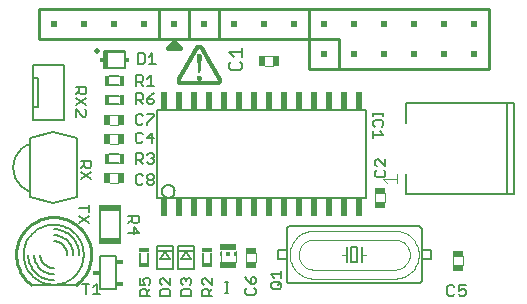
<source format=gto>
G75*
G70*
%OFA0B0*%
%FSLAX24Y24*%
%IPPOS*%
%LPD*%
%AMOC8*
5,1,8,0,0,1.08239X$1,22.5*
%
%ADD10C,0.0050*%
%ADD11C,0.0160*%
%ADD12C,0.0060*%
%ADD13R,0.0200X0.0600*%
%ADD14C,0.0020*%
%ADD15R,0.0374X0.0197*%
%ADD16R,0.0374X0.0197*%
%ADD17C,0.0040*%
%ADD18R,0.0160X0.0340*%
%ADD19R,0.0197X0.0374*%
%ADD20R,0.0197X0.0374*%
%ADD21R,0.0059X0.0118*%
%ADD22R,0.0118X0.0118*%
%ADD23R,0.0531X0.0236*%
%ADD24R,0.0340X0.0160*%
%ADD25C,0.0197*%
%ADD26R,0.0142X0.0531*%
%ADD27R,0.0138X0.0128*%
%ADD28R,0.0006X0.0006*%
%ADD29R,0.0006X0.0006*%
%ADD30R,0.0006X0.0006*%
%ADD31R,0.0006X0.0006*%
%ADD32C,0.0080*%
%ADD33C,0.0100*%
%ADD34R,0.0200X0.0200*%
%ADD35R,0.0230X0.0180*%
%ADD36R,0.0720X0.0230*%
%ADD37R,0.0551X0.0079*%
D10*
X005398Y005540D02*
X005398Y005715D01*
X005456Y005773D01*
X005573Y005773D01*
X005631Y005715D01*
X005631Y005540D01*
X005631Y005657D02*
X005748Y005773D01*
X005689Y005908D02*
X005748Y005967D01*
X005748Y006083D01*
X005689Y006142D01*
X005573Y006142D01*
X005514Y006083D01*
X005514Y006025D01*
X005573Y005908D01*
X005398Y005908D01*
X005398Y006142D01*
X006061Y006076D02*
X006061Y005960D01*
X006120Y005901D01*
X006120Y005766D02*
X006061Y005708D01*
X006061Y005533D01*
X006412Y005533D01*
X006412Y005708D01*
X006353Y005766D01*
X006120Y005766D01*
X006061Y006076D02*
X006120Y006135D01*
X006178Y006135D01*
X006412Y005901D01*
X006412Y006135D01*
X006761Y006076D02*
X006820Y006135D01*
X006878Y006135D01*
X006936Y006076D01*
X006995Y006135D01*
X007053Y006135D01*
X007112Y006076D01*
X007112Y005960D01*
X007053Y005901D01*
X007053Y005766D02*
X006820Y005766D01*
X006761Y005708D01*
X006761Y005533D01*
X007112Y005533D01*
X007112Y005708D01*
X007053Y005766D01*
X006820Y005901D02*
X006761Y005960D01*
X006761Y006076D01*
X006936Y006076D02*
X006936Y006018D01*
X007468Y005967D02*
X007526Y005908D01*
X007468Y005967D02*
X007468Y006083D01*
X007526Y006142D01*
X007584Y006142D01*
X007818Y005908D01*
X007818Y006142D01*
X007818Y005773D02*
X007701Y005657D01*
X007701Y005715D02*
X007701Y005540D01*
X007818Y005540D02*
X007468Y005540D01*
X007468Y005715D01*
X007526Y005773D01*
X007643Y005773D01*
X007701Y005715D01*
X008232Y005636D02*
X008349Y005636D01*
X008291Y005636D02*
X008291Y005987D01*
X008349Y005987D02*
X008232Y005987D01*
X008918Y006172D02*
X008976Y006055D01*
X009093Y005938D01*
X009093Y006113D01*
X009151Y006172D01*
X009209Y006172D01*
X009268Y006113D01*
X009268Y005997D01*
X009209Y005938D01*
X009093Y005938D01*
X009209Y005803D02*
X009268Y005745D01*
X009268Y005628D01*
X009209Y005570D01*
X008976Y005570D01*
X008918Y005628D01*
X008918Y005745D01*
X008976Y005803D01*
X009768Y005828D02*
X009768Y005945D01*
X009826Y006003D01*
X010059Y006003D01*
X010118Y005945D01*
X010118Y005828D01*
X010059Y005770D01*
X009826Y005770D01*
X009768Y005828D01*
X010001Y005887D02*
X010118Y006003D01*
X010118Y006138D02*
X010118Y006372D01*
X010118Y006255D02*
X009768Y006255D01*
X009884Y006138D01*
X005748Y005540D02*
X005398Y005540D01*
X004603Y005751D02*
X004083Y005751D01*
X004083Y006871D01*
X004603Y006871D01*
X004603Y005751D01*
X004083Y005586D02*
X003850Y005586D01*
X003966Y005586D02*
X003966Y005937D01*
X003850Y005820D01*
X003715Y005937D02*
X003481Y005937D01*
X003598Y005937D02*
X003598Y005586D01*
X005193Y007585D02*
X005193Y007818D01*
X005368Y007643D01*
X005018Y007643D01*
X005018Y007953D02*
X005135Y008070D01*
X005135Y008011D02*
X005135Y008186D01*
X005018Y008186D02*
X005368Y008186D01*
X005368Y008011D01*
X005310Y007953D01*
X005193Y007953D01*
X005135Y008011D01*
X003718Y007975D02*
X003368Y008208D01*
X003368Y007975D02*
X003718Y008208D01*
X003718Y008343D02*
X003718Y008576D01*
X003718Y008460D02*
X003368Y008460D01*
X003300Y008828D02*
X002512Y008631D01*
X001725Y008828D01*
X001725Y009025D01*
X001725Y010599D01*
X001725Y010796D01*
X002512Y010993D01*
X003300Y010796D01*
X003300Y008828D01*
X003428Y009425D02*
X003778Y009658D01*
X003720Y009793D02*
X003603Y009793D01*
X003545Y009851D01*
X003545Y010026D01*
X003545Y009910D02*
X003428Y009793D01*
X003428Y009658D02*
X003778Y009425D01*
X003720Y009793D02*
X003778Y009851D01*
X003778Y010026D01*
X003428Y010026D01*
X001725Y010599D02*
X001672Y010578D01*
X001622Y010553D01*
X001573Y010524D01*
X001526Y010492D01*
X001481Y010458D01*
X001439Y010420D01*
X001399Y010379D01*
X001363Y010336D01*
X001329Y010291D01*
X001298Y010243D01*
X001271Y010194D01*
X001247Y010143D01*
X001226Y010090D01*
X001209Y010036D01*
X001196Y009981D01*
X001187Y009925D01*
X001181Y009869D01*
X001179Y009812D01*
X001181Y009755D01*
X001187Y009699D01*
X001196Y009643D01*
X001209Y009588D01*
X001226Y009534D01*
X001247Y009481D01*
X001271Y009430D01*
X001298Y009381D01*
X001329Y009333D01*
X001363Y009288D01*
X001399Y009245D01*
X001439Y009204D01*
X001481Y009166D01*
X001526Y009132D01*
X001573Y009100D01*
X001622Y009071D01*
X001672Y009046D01*
X001725Y009025D01*
X005258Y010685D02*
X005316Y010626D01*
X005433Y010626D01*
X005491Y010685D01*
X005626Y010802D02*
X005860Y010802D01*
X005801Y010977D02*
X005801Y010626D01*
X005626Y010802D02*
X005801Y010977D01*
X005636Y011236D02*
X005636Y011295D01*
X005870Y011528D01*
X005870Y011587D01*
X005636Y011587D01*
X005501Y011528D02*
X005443Y011587D01*
X005326Y011587D01*
X005268Y011528D01*
X005268Y011295D01*
X005326Y011236D01*
X005443Y011236D01*
X005501Y011295D01*
X005433Y010977D02*
X005316Y010977D01*
X005258Y010918D01*
X005258Y010685D01*
X005268Y010297D02*
X005443Y010297D01*
X005501Y010238D01*
X005501Y010122D01*
X005443Y010063D01*
X005268Y010063D01*
X005268Y009946D02*
X005268Y010297D01*
X005636Y010238D02*
X005694Y010297D01*
X005811Y010297D01*
X005870Y010238D01*
X005870Y010180D01*
X005811Y010122D01*
X005870Y010063D01*
X005870Y010005D01*
X005811Y009946D01*
X005694Y009946D01*
X005636Y010005D01*
X005501Y009946D02*
X005385Y010063D01*
X005753Y010122D02*
X005811Y010122D01*
X005811Y009587D02*
X005870Y009528D01*
X005870Y009470D01*
X005811Y009412D01*
X005694Y009412D01*
X005636Y009470D01*
X005636Y009528D01*
X005694Y009587D01*
X005811Y009587D01*
X005811Y009412D02*
X005870Y009353D01*
X005870Y009295D01*
X005811Y009236D01*
X005694Y009236D01*
X005636Y009295D01*
X005636Y009353D01*
X005694Y009412D01*
X005501Y009528D02*
X005443Y009587D01*
X005326Y009587D01*
X005268Y009528D01*
X005268Y009295D01*
X005326Y009236D01*
X005443Y009236D01*
X005501Y009295D01*
X005491Y010918D02*
X005433Y010977D01*
X005501Y011936D02*
X005385Y012053D01*
X005443Y012053D02*
X005268Y012053D01*
X005268Y011936D02*
X005268Y012287D01*
X005443Y012287D01*
X005501Y012228D01*
X005501Y012112D01*
X005443Y012053D01*
X005636Y011995D02*
X005694Y011936D01*
X005811Y011936D01*
X005870Y011995D01*
X005870Y012053D01*
X005811Y012112D01*
X005636Y012112D01*
X005636Y011995D01*
X005636Y012112D02*
X005753Y012228D01*
X005870Y012287D01*
X005880Y012546D02*
X005646Y012546D01*
X005763Y012546D02*
X005763Y012897D01*
X005646Y012780D01*
X005511Y012722D02*
X005453Y012663D01*
X005278Y012663D01*
X005278Y012546D02*
X005278Y012897D01*
X005453Y012897D01*
X005511Y012838D01*
X005511Y012722D01*
X005395Y012663D02*
X005511Y012546D01*
X004897Y013136D02*
X004897Y013188D01*
X004897Y013146D02*
X004189Y013146D01*
X004189Y013677D01*
X004897Y013677D01*
X004897Y013146D01*
X004897Y013136D02*
X004189Y013136D01*
X004189Y013188D01*
X004189Y013635D02*
X004189Y013687D01*
X004897Y013687D01*
X004897Y013635D01*
X005319Y013617D02*
X005494Y013617D01*
X005552Y013559D01*
X005552Y013325D01*
X005494Y013267D01*
X005319Y013267D01*
X005319Y013617D01*
X005687Y013501D02*
X005804Y013617D01*
X005804Y013267D01*
X005920Y013267D02*
X005687Y013267D01*
X003618Y012486D02*
X003618Y012311D01*
X003560Y012253D01*
X003443Y012253D01*
X003385Y012311D01*
X003385Y012486D01*
X003385Y012370D02*
X003268Y012253D01*
X003268Y012118D02*
X003618Y011885D01*
X003560Y011750D02*
X003618Y011692D01*
X003618Y011575D01*
X003560Y011516D01*
X003501Y011516D01*
X003268Y011750D01*
X003268Y011516D01*
X003268Y011885D02*
X003618Y012118D01*
X003618Y012486D02*
X003268Y012486D01*
X002855Y012626D02*
X002855Y012745D01*
X001989Y012784D02*
X001831Y012784D01*
X001831Y011839D01*
X001989Y011839D01*
X001989Y012784D01*
X001831Y012784D02*
X001831Y013217D01*
X002028Y013217D01*
X001831Y013217D02*
X002855Y013217D01*
X002855Y011406D01*
X001831Y011406D01*
X002028Y011406D01*
X001831Y011406D02*
X001831Y011839D01*
X002855Y011878D02*
X002855Y011997D01*
X013168Y011646D02*
X013168Y011530D01*
X013168Y011588D02*
X013518Y011588D01*
X013518Y011646D02*
X013518Y011530D01*
X013460Y011401D02*
X013226Y011401D01*
X013168Y011343D01*
X013168Y011226D01*
X013226Y011167D01*
X013168Y011033D02*
X013168Y010799D01*
X013168Y010916D02*
X013518Y010916D01*
X013401Y011033D01*
X013460Y011167D02*
X013518Y011226D01*
X013518Y011343D01*
X013460Y011401D01*
X014254Y011298D02*
X014254Y011692D01*
X014254Y011967D01*
X014844Y011967D01*
X015179Y011967D01*
X016124Y011967D01*
X017344Y011967D01*
X017620Y011967D01*
X017876Y011967D01*
X017876Y008936D01*
X017620Y008936D01*
X017344Y008936D01*
X016124Y008936D01*
X015179Y008936D01*
X014254Y008936D01*
X014254Y009211D01*
X014254Y009605D01*
X013578Y009662D02*
X013519Y009720D01*
X013578Y009662D02*
X013578Y009545D01*
X013519Y009486D01*
X013286Y009486D01*
X013228Y009545D01*
X013228Y009662D01*
X013286Y009720D01*
X013286Y009855D02*
X013228Y009913D01*
X013228Y010030D01*
X013286Y010088D01*
X013344Y010088D01*
X013578Y009855D01*
X013578Y010088D01*
X017620Y008936D02*
X017620Y011967D01*
X016253Y005887D02*
X016020Y005887D01*
X016020Y005712D01*
X016136Y005770D01*
X016195Y005770D01*
X016253Y005712D01*
X016253Y005595D01*
X016195Y005536D01*
X016078Y005536D01*
X016020Y005595D01*
X015885Y005595D02*
X015826Y005536D01*
X015710Y005536D01*
X015651Y005595D01*
X015651Y005828D01*
X015710Y005887D01*
X015826Y005887D01*
X015885Y005828D01*
D11*
X006743Y013811D02*
X006343Y013811D01*
X006543Y014011D01*
X006743Y013811D01*
D12*
X008372Y013659D02*
X008519Y013512D01*
X008446Y013345D02*
X008372Y013272D01*
X008372Y013125D01*
X008446Y013051D01*
X008739Y013051D01*
X008813Y013125D01*
X008813Y013272D01*
X008739Y013345D01*
X008813Y013512D02*
X008813Y013805D01*
X008813Y013659D02*
X008372Y013659D01*
X005973Y011723D02*
X005973Y008800D01*
X012923Y008800D01*
X012923Y011723D01*
X005973Y011723D01*
X004713Y011921D02*
X004373Y011921D01*
X004373Y012202D02*
X004713Y012202D01*
X004713Y012571D02*
X004373Y012571D01*
X004373Y012852D02*
X004713Y012852D01*
X004713Y010252D02*
X004373Y010252D01*
X004373Y009971D02*
X004713Y009971D01*
X006133Y009021D02*
X006135Y009050D01*
X006141Y009078D01*
X006150Y009105D01*
X006164Y009130D01*
X006180Y009154D01*
X006200Y009174D01*
X006222Y009193D01*
X006246Y009207D01*
X006273Y009219D01*
X006300Y009227D01*
X006329Y009231D01*
X006357Y009231D01*
X006386Y009227D01*
X006413Y009219D01*
X006440Y009207D01*
X006464Y009193D01*
X006486Y009174D01*
X006506Y009154D01*
X006522Y009130D01*
X006536Y009105D01*
X006545Y009078D01*
X006551Y009050D01*
X006553Y009021D01*
X006551Y008992D01*
X006545Y008964D01*
X006536Y008937D01*
X006522Y008912D01*
X006506Y008888D01*
X006486Y008868D01*
X006464Y008849D01*
X006440Y008835D01*
X006413Y008823D01*
X006386Y008815D01*
X006357Y008811D01*
X006329Y008811D01*
X006300Y008815D01*
X006273Y008823D01*
X006246Y008835D01*
X006222Y008849D01*
X006200Y008868D01*
X006180Y008888D01*
X006164Y008912D01*
X006150Y008937D01*
X006141Y008964D01*
X006135Y008992D01*
X006133Y009021D01*
X004723Y008361D02*
X004723Y007461D01*
X004063Y007461D02*
X004063Y008361D01*
X005967Y007205D02*
X006518Y007205D01*
X006518Y006418D01*
X005967Y006418D01*
X005967Y007205D01*
X006243Y007008D02*
X006085Y006772D01*
X006400Y006772D01*
X006243Y007008D01*
X006667Y007205D02*
X007218Y007205D01*
X007218Y006418D01*
X006667Y006418D01*
X006667Y007205D01*
X006943Y007008D02*
X006785Y006772D01*
X007100Y006772D01*
X006943Y007008D01*
X007503Y006982D02*
X007503Y006641D01*
X007783Y006641D02*
X007783Y006982D01*
X005683Y006982D02*
X005683Y006641D01*
X005403Y006641D02*
X005403Y006982D01*
X002523Y006061D02*
X002467Y006063D01*
X002412Y006068D01*
X002357Y006077D01*
X002303Y006090D01*
X002250Y006106D01*
X002198Y006126D01*
X002147Y006149D01*
X002098Y006175D01*
X002051Y006204D01*
X002006Y006237D01*
X001963Y006272D01*
X001922Y006310D01*
X001884Y006351D01*
X001849Y006394D01*
X001816Y006439D01*
X001787Y006486D01*
X001761Y006535D01*
X001738Y006586D01*
X001718Y006638D01*
X001702Y006691D01*
X001689Y006745D01*
X001680Y006800D01*
X001675Y006855D01*
X001673Y006911D01*
X002523Y007761D02*
X002579Y007759D01*
X002634Y007754D01*
X002689Y007745D01*
X002743Y007732D01*
X002796Y007716D01*
X002848Y007696D01*
X002899Y007673D01*
X002948Y007647D01*
X002995Y007618D01*
X003040Y007585D01*
X003083Y007550D01*
X003124Y007512D01*
X003162Y007471D01*
X003197Y007428D01*
X003230Y007383D01*
X003259Y007336D01*
X003285Y007287D01*
X003308Y007236D01*
X003328Y007184D01*
X003344Y007131D01*
X003357Y007077D01*
X003366Y007022D01*
X003371Y006967D01*
X003373Y006911D01*
X002523Y006261D02*
X002474Y006263D01*
X002426Y006268D01*
X002378Y006277D01*
X002331Y006290D01*
X002286Y006306D01*
X002241Y006325D01*
X002198Y006348D01*
X002157Y006374D01*
X002118Y006403D01*
X002081Y006435D01*
X002047Y006469D01*
X002015Y006506D01*
X001986Y006545D01*
X001960Y006586D01*
X001937Y006629D01*
X001918Y006674D01*
X001902Y006719D01*
X001889Y006766D01*
X001880Y006814D01*
X001875Y006862D01*
X001873Y006911D01*
X002523Y007561D02*
X002572Y007559D01*
X002620Y007554D01*
X002668Y007545D01*
X002715Y007532D01*
X002760Y007516D01*
X002805Y007497D01*
X002848Y007474D01*
X002889Y007448D01*
X002928Y007419D01*
X002965Y007387D01*
X002999Y007353D01*
X003031Y007316D01*
X003060Y007277D01*
X003086Y007236D01*
X003109Y007193D01*
X003128Y007148D01*
X003144Y007103D01*
X003157Y007056D01*
X003166Y007008D01*
X003171Y006960D01*
X003173Y006911D01*
X002523Y006461D02*
X002481Y006463D01*
X002440Y006469D01*
X002400Y006478D01*
X002360Y006491D01*
X002322Y006508D01*
X002286Y006528D01*
X002252Y006552D01*
X002220Y006578D01*
X002190Y006608D01*
X002164Y006640D01*
X002140Y006674D01*
X002120Y006710D01*
X002103Y006748D01*
X002090Y006788D01*
X002081Y006828D01*
X002075Y006869D01*
X002073Y006911D01*
X002523Y007361D02*
X002565Y007359D01*
X002606Y007353D01*
X002646Y007344D01*
X002686Y007331D01*
X002724Y007314D01*
X002760Y007294D01*
X002794Y007270D01*
X002826Y007244D01*
X002856Y007214D01*
X002882Y007182D01*
X002906Y007148D01*
X002926Y007112D01*
X002943Y007074D01*
X002956Y007034D01*
X002965Y006994D01*
X002971Y006953D01*
X002973Y006911D01*
X001523Y006911D02*
X001525Y006974D01*
X001531Y007036D01*
X001541Y007098D01*
X001554Y007160D01*
X001572Y007220D01*
X001593Y007279D01*
X001618Y007337D01*
X001647Y007393D01*
X001679Y007447D01*
X001714Y007499D01*
X001752Y007548D01*
X001794Y007596D01*
X001838Y007640D01*
X001886Y007682D01*
X001935Y007720D01*
X001987Y007755D01*
X002041Y007787D01*
X002097Y007816D01*
X002155Y007841D01*
X002214Y007862D01*
X002274Y007880D01*
X002336Y007893D01*
X002398Y007903D01*
X002460Y007909D01*
X002523Y007911D01*
X002586Y007909D01*
X002648Y007903D01*
X002710Y007893D01*
X002772Y007880D01*
X002832Y007862D01*
X002891Y007841D01*
X002949Y007816D01*
X003005Y007787D01*
X003059Y007755D01*
X003111Y007720D01*
X003160Y007682D01*
X003208Y007640D01*
X003252Y007596D01*
X003294Y007548D01*
X003332Y007499D01*
X003367Y007447D01*
X003399Y007393D01*
X003428Y007337D01*
X003453Y007279D01*
X003474Y007220D01*
X003492Y007160D01*
X003505Y007098D01*
X003515Y007036D01*
X003521Y006974D01*
X003523Y006911D01*
X003521Y006848D01*
X003515Y006786D01*
X003505Y006724D01*
X003492Y006662D01*
X003474Y006602D01*
X003453Y006543D01*
X003428Y006485D01*
X003399Y006429D01*
X003367Y006375D01*
X003332Y006323D01*
X003294Y006274D01*
X003252Y006226D01*
X003208Y006182D01*
X003160Y006140D01*
X003111Y006102D01*
X003059Y006067D01*
X003005Y006035D01*
X002949Y006006D01*
X002891Y005981D01*
X002832Y005960D01*
X002772Y005942D01*
X002710Y005929D01*
X002648Y005919D01*
X002586Y005913D01*
X002523Y005911D01*
X002460Y005913D01*
X002398Y005919D01*
X002336Y005929D01*
X002274Y005942D01*
X002214Y005960D01*
X002155Y005981D01*
X002097Y006006D01*
X002041Y006035D01*
X001987Y006067D01*
X001935Y006102D01*
X001886Y006140D01*
X001838Y006182D01*
X001794Y006226D01*
X001752Y006274D01*
X001714Y006323D01*
X001679Y006375D01*
X001647Y006429D01*
X001618Y006485D01*
X001593Y006543D01*
X001572Y006602D01*
X001554Y006662D01*
X001541Y006724D01*
X001531Y006786D01*
X001525Y006848D01*
X001523Y006911D01*
X009993Y007061D02*
X009993Y006761D01*
X010293Y006761D01*
X010293Y006461D02*
X010293Y007361D01*
X010293Y007761D01*
X010295Y007778D01*
X010299Y007795D01*
X010306Y007811D01*
X010316Y007825D01*
X010329Y007838D01*
X010343Y007848D01*
X010359Y007855D01*
X010376Y007859D01*
X010393Y007861D01*
X014693Y007861D01*
X014710Y007859D01*
X014727Y007855D01*
X014743Y007848D01*
X014757Y007838D01*
X014770Y007825D01*
X014780Y007811D01*
X014787Y007795D01*
X014791Y007778D01*
X014793Y007761D01*
X014793Y007361D01*
X014793Y007061D01*
X015093Y007061D01*
X015093Y006761D01*
X014793Y006761D01*
X014793Y006461D01*
X014793Y006061D01*
X014791Y006044D01*
X014787Y006027D01*
X014780Y006011D01*
X014770Y005997D01*
X014757Y005984D01*
X014743Y005974D01*
X014727Y005967D01*
X014710Y005963D01*
X014693Y005961D01*
X010393Y005961D01*
X010376Y005963D01*
X010359Y005967D01*
X010343Y005974D01*
X010329Y005984D01*
X010316Y005997D01*
X010306Y006011D01*
X010299Y006027D01*
X010295Y006044D01*
X010293Y006061D01*
X010293Y006461D01*
X010293Y007061D02*
X009993Y007061D01*
X012293Y007161D02*
X012293Y006911D01*
X012293Y006661D01*
X012443Y006661D02*
X012643Y006661D01*
X012643Y007161D01*
X012443Y007161D01*
X012443Y006661D01*
X012793Y006661D02*
X012793Y006911D01*
X012793Y007161D01*
X014793Y007061D02*
X014793Y006761D01*
D13*
X012693Y008490D03*
X012193Y008490D03*
X011693Y008490D03*
X011193Y008490D03*
X010693Y008490D03*
X010193Y008490D03*
X009693Y008490D03*
X009193Y008490D03*
X008693Y008490D03*
X008193Y008490D03*
X007693Y008490D03*
X007193Y008490D03*
X006693Y008490D03*
X006193Y008490D03*
X006193Y012033D03*
X006693Y012033D03*
X007193Y012033D03*
X007693Y012033D03*
X008193Y012033D03*
X008693Y012033D03*
X009193Y012033D03*
X009693Y012033D03*
X010193Y012033D03*
X010693Y012033D03*
X011193Y012033D03*
X011693Y012033D03*
X012193Y012033D03*
X012693Y012033D03*
D14*
X013893Y007711D02*
X011193Y007711D01*
X011193Y007411D02*
X013893Y007411D01*
X014554Y007361D02*
X014584Y007313D01*
X014611Y007264D01*
X014634Y007213D01*
X014653Y007160D01*
X014669Y007106D01*
X014681Y007051D01*
X014689Y006995D01*
X014693Y006939D01*
X014693Y006883D01*
X014689Y006827D01*
X014681Y006771D01*
X014669Y006716D01*
X014653Y006662D01*
X014634Y006609D01*
X014611Y006558D01*
X014584Y006509D01*
X014554Y006461D01*
X013893Y006411D02*
X011193Y006411D01*
X011193Y006111D02*
X013893Y006111D01*
X013893Y006411D02*
X013931Y006412D01*
X013968Y006417D01*
X014005Y006424D01*
X014041Y006433D01*
X014077Y006446D01*
X014111Y006461D01*
X014111Y007361D02*
X014077Y007376D01*
X014041Y007389D01*
X014005Y007398D01*
X013968Y007405D01*
X013931Y007410D01*
X013893Y007411D01*
X014111Y007361D02*
X014149Y007341D01*
X014185Y007317D01*
X014219Y007290D01*
X014250Y007261D01*
X014279Y007229D01*
X014305Y007195D01*
X014328Y007158D01*
X014347Y007120D01*
X014364Y007080D01*
X014376Y007039D01*
X014386Y006997D01*
X014391Y006954D01*
X014393Y006911D01*
X014391Y006868D01*
X014386Y006825D01*
X014376Y006783D01*
X014364Y006742D01*
X014347Y006702D01*
X014328Y006664D01*
X014305Y006627D01*
X014279Y006593D01*
X014250Y006561D01*
X014219Y006532D01*
X014185Y006505D01*
X014149Y006481D01*
X014111Y006461D01*
X014554Y007361D02*
X014522Y007406D01*
X014486Y007448D01*
X014447Y007488D01*
X014405Y007525D01*
X014362Y007559D01*
X014315Y007590D01*
X014267Y007618D01*
X014217Y007642D01*
X014166Y007663D01*
X014113Y007680D01*
X014059Y007694D01*
X014004Y007703D01*
X013949Y007709D01*
X013893Y007711D01*
X014554Y006461D02*
X014522Y006416D01*
X014486Y006374D01*
X014447Y006334D01*
X014406Y006297D01*
X014362Y006263D01*
X014315Y006232D01*
X014267Y006204D01*
X014217Y006180D01*
X014166Y006159D01*
X014113Y006142D01*
X014059Y006128D01*
X014004Y006119D01*
X013949Y006113D01*
X013893Y006111D01*
X012943Y006911D02*
X012793Y006911D01*
X012293Y006911D02*
X012143Y006911D01*
X011193Y007711D02*
X011137Y007709D01*
X011082Y007703D01*
X011027Y007694D01*
X010973Y007680D01*
X010920Y007663D01*
X010869Y007642D01*
X010819Y007618D01*
X010771Y007590D01*
X010724Y007559D01*
X010680Y007525D01*
X010639Y007488D01*
X010600Y007448D01*
X010564Y007406D01*
X010532Y007361D01*
X010502Y007313D01*
X010475Y007264D01*
X010452Y007213D01*
X010433Y007160D01*
X010417Y007106D01*
X010405Y007051D01*
X010397Y006995D01*
X010393Y006939D01*
X010393Y006883D01*
X010397Y006827D01*
X010405Y006771D01*
X010417Y006716D01*
X010433Y006662D01*
X010452Y006609D01*
X010475Y006558D01*
X010502Y006509D01*
X010532Y006461D01*
X010975Y006461D02*
X010937Y006481D01*
X010901Y006505D01*
X010867Y006532D01*
X010836Y006561D01*
X010807Y006593D01*
X010781Y006627D01*
X010758Y006664D01*
X010739Y006702D01*
X010722Y006742D01*
X010710Y006783D01*
X010700Y006825D01*
X010695Y006868D01*
X010693Y006911D01*
X010695Y006954D01*
X010700Y006997D01*
X010710Y007039D01*
X010722Y007080D01*
X010739Y007120D01*
X010758Y007158D01*
X010781Y007195D01*
X010807Y007229D01*
X010836Y007261D01*
X010867Y007290D01*
X010901Y007317D01*
X010937Y007341D01*
X010975Y007361D01*
X010975Y006461D02*
X011009Y006446D01*
X011045Y006433D01*
X011081Y006424D01*
X011118Y006417D01*
X011155Y006412D01*
X011193Y006411D01*
X010975Y007361D02*
X011009Y007376D01*
X011045Y007389D01*
X011081Y007398D01*
X011118Y007405D01*
X011155Y007410D01*
X011193Y007411D01*
X010532Y006461D02*
X010564Y006416D01*
X010600Y006374D01*
X010639Y006334D01*
X010681Y006297D01*
X010724Y006263D01*
X010771Y006232D01*
X010819Y006204D01*
X010869Y006180D01*
X010920Y006159D01*
X010973Y006142D01*
X011027Y006128D01*
X011082Y006119D01*
X011137Y006113D01*
X011193Y006111D01*
D15*
X009095Y006583D03*
X013391Y009040D03*
X015995Y006483D03*
D16*
X015995Y006943D03*
X013391Y008580D03*
X009095Y007043D03*
D17*
X008928Y006952D02*
X008928Y006671D01*
X009263Y006671D02*
X009263Y006952D01*
X008589Y007039D02*
X008589Y006674D01*
X008097Y006684D02*
X008097Y007039D01*
X004683Y009291D02*
X004403Y009291D01*
X004403Y009626D02*
X004683Y009626D01*
X004683Y010597D02*
X004403Y010597D01*
X004403Y010932D02*
X004683Y010932D01*
X004683Y011247D02*
X004403Y011247D01*
X004403Y011582D02*
X004683Y011582D01*
X009553Y013191D02*
X009833Y013191D01*
X009833Y013526D02*
X009553Y013526D01*
X013958Y009597D02*
X013958Y009290D01*
X013958Y009444D02*
X013498Y009444D01*
X013651Y009290D01*
X013558Y008952D02*
X013558Y008671D01*
X013223Y008671D02*
X013223Y008952D01*
X015828Y006852D02*
X015828Y006571D01*
X016163Y006571D02*
X016163Y006852D01*
D18*
X004793Y010111D03*
X004293Y010111D03*
X004293Y012061D03*
X004793Y012061D03*
X004793Y012711D03*
X004293Y012711D03*
D19*
X004771Y011414D03*
X004771Y010764D03*
X004314Y009459D03*
X009464Y013359D03*
D20*
X009924Y013359D03*
X004311Y011414D03*
X004311Y010764D03*
X004774Y009459D03*
D21*
X008107Y006921D03*
X008579Y006921D03*
D22*
X008343Y006921D03*
D23*
X008343Y007157D03*
X008343Y006566D03*
D24*
X007643Y006561D03*
X007643Y007061D03*
X005543Y007061D03*
X005543Y006561D03*
D25*
X003962Y013708D03*
D26*
X004259Y013411D03*
D27*
X004120Y013411D03*
X004966Y013411D03*
D28*
X006664Y012746D03*
X006664Y012734D03*
X006664Y012729D03*
X006664Y012716D03*
X006664Y012704D03*
X006664Y012699D03*
X006652Y012699D03*
X006652Y012704D03*
X006652Y012716D03*
X006652Y012686D03*
X006652Y012674D03*
X006652Y012669D03*
X006664Y012669D03*
X006664Y012674D03*
X006664Y012686D03*
X006682Y012686D03*
X006682Y012674D03*
X006682Y012669D03*
X006694Y012669D03*
X006694Y012674D03*
X006694Y012686D03*
X006694Y012699D03*
X006694Y012704D03*
X006682Y012704D03*
X006682Y012699D03*
X006682Y012716D03*
X006694Y012716D03*
X006694Y012729D03*
X006694Y012734D03*
X006682Y012734D03*
X006682Y012729D03*
X006682Y012746D03*
X006694Y012746D03*
X006694Y012759D03*
X006694Y012764D03*
X006682Y012764D03*
X006682Y012759D03*
X006682Y012776D03*
X006694Y012776D03*
X006694Y012789D03*
X006694Y012794D03*
X006694Y012806D03*
X006712Y012806D03*
X006712Y012794D03*
X006712Y012789D03*
X006724Y012789D03*
X006724Y012794D03*
X006724Y012806D03*
X006724Y012819D03*
X006724Y012824D03*
X006712Y012824D03*
X006712Y012819D03*
X006712Y012836D03*
X006724Y012836D03*
X006724Y012849D03*
X006724Y012854D03*
X006742Y012854D03*
X006742Y012849D03*
X006754Y012849D03*
X006754Y012854D03*
X006754Y012866D03*
X006742Y012866D03*
X006742Y012879D03*
X006742Y012884D03*
X006754Y012884D03*
X006754Y012879D03*
X006754Y012896D03*
X006742Y012896D03*
X006754Y012909D03*
X006754Y012914D03*
X006772Y012914D03*
X006772Y012909D03*
X006784Y012909D03*
X006784Y012914D03*
X006784Y012926D03*
X006772Y012926D03*
X006772Y012939D03*
X006772Y012944D03*
X006784Y012944D03*
X006784Y012939D03*
X006784Y012956D03*
X006784Y012969D03*
X006802Y012969D03*
X006802Y012974D03*
X006814Y012974D03*
X006814Y012969D03*
X006814Y012956D03*
X006814Y012944D03*
X006814Y012939D03*
X006802Y012939D03*
X006802Y012944D03*
X006802Y012956D03*
X006802Y012926D03*
X006802Y012914D03*
X006802Y012909D03*
X006814Y012909D03*
X006814Y012914D03*
X006814Y012926D03*
X006832Y012926D03*
X006832Y012914D03*
X006832Y012909D03*
X006844Y012909D03*
X006844Y012914D03*
X006844Y012926D03*
X006844Y012939D03*
X006844Y012944D03*
X006832Y012944D03*
X006832Y012939D03*
X006832Y012956D03*
X006844Y012956D03*
X006844Y012969D03*
X006844Y012974D03*
X006832Y012974D03*
X006832Y012969D03*
X006832Y012986D03*
X006844Y012986D03*
X006844Y012999D03*
X006844Y013004D03*
X006832Y013004D03*
X006832Y012999D03*
X006832Y013016D03*
X006844Y013016D03*
X006844Y013029D03*
X006844Y013034D03*
X006832Y013034D03*
X006832Y013029D03*
X006832Y013046D03*
X006844Y013046D03*
X006844Y013059D03*
X006844Y013064D03*
X006844Y013076D03*
X006862Y013076D03*
X006862Y013064D03*
X006862Y013059D03*
X006874Y013059D03*
X006874Y013064D03*
X006874Y013076D03*
X006874Y013089D03*
X006874Y013094D03*
X006862Y013094D03*
X006862Y013089D03*
X006862Y013106D03*
X006874Y013106D03*
X006874Y013119D03*
X006874Y013124D03*
X006892Y013124D03*
X006892Y013119D03*
X006904Y013119D03*
X006904Y013124D03*
X006904Y013136D03*
X006892Y013136D03*
X006892Y013149D03*
X006892Y013154D03*
X006904Y013154D03*
X006904Y013149D03*
X006904Y013166D03*
X006904Y013179D03*
X006922Y013179D03*
X006922Y013184D03*
X006934Y013184D03*
X006934Y013179D03*
X006934Y013166D03*
X006934Y013154D03*
X006934Y013149D03*
X006922Y013149D03*
X006922Y013154D03*
X006922Y013166D03*
X006922Y013136D03*
X006922Y013124D03*
X006922Y013119D03*
X006934Y013119D03*
X006934Y013124D03*
X006934Y013136D03*
X006952Y013136D03*
X006952Y013124D03*
X006952Y013119D03*
X006964Y013119D03*
X006964Y013124D03*
X006964Y013136D03*
X006964Y013149D03*
X006964Y013154D03*
X006952Y013154D03*
X006952Y013149D03*
X006952Y013166D03*
X006964Y013166D03*
X006964Y013179D03*
X006964Y013184D03*
X006952Y013184D03*
X006952Y013179D03*
X006952Y013196D03*
X006964Y013196D03*
X006964Y013209D03*
X006964Y013214D03*
X006952Y013214D03*
X006952Y013209D03*
X006952Y013226D03*
X006964Y013226D03*
X006964Y013239D03*
X006964Y013244D03*
X006952Y013244D03*
X006952Y013239D03*
X006952Y013256D03*
X006964Y013256D03*
X006964Y013269D03*
X006964Y013274D03*
X006982Y013274D03*
X006982Y013269D03*
X006994Y013269D03*
X006994Y013274D03*
X006994Y013286D03*
X006982Y013286D03*
X006982Y013299D03*
X006982Y013304D03*
X006994Y013304D03*
X006994Y013299D03*
X006994Y013316D03*
X006994Y013329D03*
X007012Y013329D03*
X007012Y013334D03*
X007024Y013334D03*
X007024Y013329D03*
X007024Y013316D03*
X007024Y013304D03*
X007024Y013299D03*
X007012Y013299D03*
X007012Y013304D03*
X007012Y013316D03*
X007012Y013286D03*
X007012Y013274D03*
X007012Y013269D03*
X007024Y013269D03*
X007024Y013274D03*
X007024Y013286D03*
X007042Y013286D03*
X007042Y013274D03*
X007042Y013269D03*
X007054Y013269D03*
X007054Y013274D03*
X007054Y013286D03*
X007054Y013299D03*
X007054Y013304D03*
X007042Y013304D03*
X007042Y013299D03*
X007042Y013316D03*
X007054Y013316D03*
X007054Y013329D03*
X007054Y013334D03*
X007042Y013334D03*
X007042Y013329D03*
X007042Y013346D03*
X007054Y013346D03*
X007054Y013359D03*
X007054Y013364D03*
X007042Y013364D03*
X007042Y013359D03*
X007042Y013376D03*
X007054Y013376D03*
X007054Y013389D03*
X007054Y013394D03*
X007042Y013394D03*
X007042Y013389D03*
X007042Y013406D03*
X007054Y013406D03*
X007054Y013419D03*
X007054Y013424D03*
X007054Y013436D03*
X007072Y013436D03*
X007072Y013424D03*
X007072Y013419D03*
X007084Y013419D03*
X007084Y013424D03*
X007084Y013436D03*
X007084Y013449D03*
X007084Y013454D03*
X007072Y013454D03*
X007072Y013449D03*
X007072Y013466D03*
X007084Y013466D03*
X007084Y013479D03*
X007084Y013484D03*
X007102Y013484D03*
X007102Y013479D03*
X007114Y013479D03*
X007114Y013484D03*
X007114Y013496D03*
X007102Y013496D03*
X007102Y013509D03*
X007102Y013514D03*
X007114Y013514D03*
X007114Y013509D03*
X007114Y013526D03*
X007114Y013539D03*
X007132Y013539D03*
X007132Y013544D03*
X007144Y013544D03*
X007144Y013539D03*
X007144Y013526D03*
X007144Y013514D03*
X007144Y013509D03*
X007132Y013509D03*
X007132Y013514D03*
X007132Y013526D03*
X007132Y013496D03*
X007132Y013484D03*
X007132Y013479D03*
X007144Y013479D03*
X007144Y013484D03*
X007144Y013496D03*
X007162Y013496D03*
X007162Y013484D03*
X007162Y013479D03*
X007174Y013479D03*
X007174Y013484D03*
X007174Y013496D03*
X007174Y013509D03*
X007174Y013514D03*
X007162Y013514D03*
X007162Y013509D03*
X007162Y013526D03*
X007174Y013526D03*
X007174Y013539D03*
X007174Y013544D03*
X007162Y013544D03*
X007162Y013539D03*
X007162Y013556D03*
X007174Y013556D03*
X007174Y013569D03*
X007174Y013574D03*
X007162Y013574D03*
X007162Y013569D03*
X007162Y013586D03*
X007174Y013586D03*
X007174Y013599D03*
X007174Y013604D03*
X007162Y013604D03*
X007162Y013599D03*
X007162Y013616D03*
X007174Y013616D03*
X007174Y013629D03*
X007174Y013634D03*
X007174Y013646D03*
X007192Y013646D03*
X007192Y013634D03*
X007192Y013629D03*
X007204Y013629D03*
X007204Y013634D03*
X007204Y013646D03*
X007204Y013659D03*
X007204Y013664D03*
X007192Y013664D03*
X007192Y013659D03*
X007192Y013676D03*
X007204Y013676D03*
X007204Y013689D03*
X007204Y013694D03*
X007222Y013694D03*
X007222Y013689D03*
X007234Y013689D03*
X007234Y013694D03*
X007234Y013706D03*
X007222Y013706D03*
X007222Y013719D03*
X007222Y013724D03*
X007234Y013724D03*
X007234Y013719D03*
X007234Y013736D03*
X007234Y013749D03*
X007252Y013749D03*
X007252Y013754D03*
X007264Y013754D03*
X007264Y013749D03*
X007264Y013736D03*
X007264Y013724D03*
X007264Y013719D03*
X007252Y013719D03*
X007252Y013724D03*
X007252Y013736D03*
X007252Y013706D03*
X007252Y013694D03*
X007252Y013689D03*
X007264Y013689D03*
X007264Y013694D03*
X007264Y013706D03*
X007282Y013706D03*
X007282Y013694D03*
X007282Y013689D03*
X007294Y013689D03*
X007294Y013694D03*
X007294Y013706D03*
X007294Y013719D03*
X007294Y013724D03*
X007282Y013724D03*
X007282Y013719D03*
X007282Y013736D03*
X007294Y013736D03*
X007294Y013749D03*
X007294Y013754D03*
X007282Y013754D03*
X007282Y013749D03*
X007282Y013766D03*
X007294Y013766D03*
X007294Y013779D03*
X007294Y013784D03*
X007282Y013784D03*
X007282Y013779D03*
X007282Y013796D03*
X007294Y013796D03*
X007294Y013809D03*
X007294Y013814D03*
X007282Y013814D03*
X007282Y013809D03*
X007294Y013826D03*
X007312Y013826D03*
X007312Y013814D03*
X007312Y013809D03*
X007324Y013809D03*
X007324Y013814D03*
X007324Y013826D03*
X007324Y013839D03*
X007324Y013844D03*
X007312Y013844D03*
X007312Y013839D03*
X007324Y013856D03*
X007342Y013856D03*
X007342Y013844D03*
X007342Y013839D03*
X007354Y013839D03*
X007354Y013844D03*
X007354Y013856D03*
X007354Y013869D03*
X007354Y013874D03*
X007342Y013869D03*
X007372Y013869D03*
X007372Y013874D03*
X007384Y013874D03*
X007384Y013869D03*
X007384Y013856D03*
X007384Y013844D03*
X007384Y013839D03*
X007372Y013839D03*
X007372Y013844D03*
X007372Y013856D03*
X007372Y013826D03*
X007372Y013814D03*
X007372Y013809D03*
X007384Y013809D03*
X007384Y013814D03*
X007384Y013826D03*
X007402Y013826D03*
X007402Y013814D03*
X007402Y013809D03*
X007414Y013809D03*
X007414Y013814D03*
X007414Y013826D03*
X007414Y013839D03*
X007414Y013844D03*
X007402Y013844D03*
X007402Y013839D03*
X007402Y013856D03*
X007414Y013856D03*
X007414Y013869D03*
X007414Y013874D03*
X007402Y013874D03*
X007402Y013869D03*
X007432Y013869D03*
X007432Y013874D03*
X007444Y013869D03*
X007444Y013856D03*
X007444Y013844D03*
X007444Y013839D03*
X007432Y013839D03*
X007432Y013844D03*
X007432Y013856D03*
X007432Y013826D03*
X007432Y013814D03*
X007432Y013809D03*
X007444Y013809D03*
X007444Y013814D03*
X007444Y013826D03*
X007462Y013826D03*
X007462Y013814D03*
X007462Y013809D03*
X007474Y013809D03*
X007474Y013814D03*
X007474Y013826D03*
X007474Y013839D03*
X007474Y013844D03*
X007462Y013844D03*
X007462Y013839D03*
X007462Y013856D03*
X007492Y013839D03*
X007492Y013826D03*
X007492Y013814D03*
X007492Y013809D03*
X007504Y013809D03*
X007504Y013814D03*
X007504Y013826D03*
X007504Y013796D03*
X007504Y013784D03*
X007504Y013779D03*
X007492Y013779D03*
X007492Y013784D03*
X007492Y013796D03*
X007474Y013796D03*
X007474Y013784D03*
X007474Y013779D03*
X007462Y013779D03*
X007462Y013784D03*
X007462Y013796D03*
X007444Y013796D03*
X007444Y013784D03*
X007444Y013779D03*
X007432Y013779D03*
X007432Y013784D03*
X007432Y013796D03*
X007414Y013796D03*
X007414Y013784D03*
X007414Y013779D03*
X007402Y013779D03*
X007402Y013784D03*
X007402Y013796D03*
X007384Y013796D03*
X007384Y013784D03*
X007384Y013779D03*
X007372Y013779D03*
X007372Y013784D03*
X007372Y013796D03*
X007354Y013796D03*
X007354Y013784D03*
X007354Y013779D03*
X007342Y013779D03*
X007342Y013784D03*
X007342Y013796D03*
X007342Y013809D03*
X007342Y013814D03*
X007354Y013814D03*
X007354Y013809D03*
X007354Y013826D03*
X007342Y013826D03*
X007324Y013796D03*
X007324Y013784D03*
X007324Y013779D03*
X007312Y013779D03*
X007312Y013784D03*
X007312Y013796D03*
X007312Y013766D03*
X007312Y013754D03*
X007312Y013749D03*
X007324Y013749D03*
X007324Y013754D03*
X007324Y013766D03*
X007342Y013766D03*
X007342Y013754D03*
X007342Y013749D03*
X007354Y013749D03*
X007354Y013754D03*
X007354Y013766D03*
X007342Y013736D03*
X007324Y013736D03*
X007324Y013724D03*
X007324Y013719D03*
X007312Y013719D03*
X007312Y013724D03*
X007312Y013736D03*
X007312Y013706D03*
X007312Y013694D03*
X007312Y013689D03*
X007312Y013676D03*
X007294Y013676D03*
X007294Y013664D03*
X007294Y013659D03*
X007282Y013659D03*
X007282Y013664D03*
X007282Y013676D03*
X007264Y013676D03*
X007264Y013664D03*
X007264Y013659D03*
X007252Y013659D03*
X007252Y013664D03*
X007252Y013676D03*
X007234Y013676D03*
X007234Y013664D03*
X007234Y013659D03*
X007222Y013659D03*
X007222Y013664D03*
X007222Y013676D03*
X007222Y013646D03*
X007222Y013634D03*
X007222Y013629D03*
X007234Y013629D03*
X007234Y013634D03*
X007234Y013646D03*
X007252Y013646D03*
X007252Y013634D03*
X007252Y013629D03*
X007264Y013629D03*
X007264Y013634D03*
X007264Y013646D03*
X007282Y013646D03*
X007282Y013634D03*
X007282Y013629D03*
X007294Y013646D03*
X007264Y013616D03*
X007264Y013604D03*
X007264Y013599D03*
X007252Y013599D03*
X007252Y013604D03*
X007252Y013616D03*
X007234Y013616D03*
X007234Y013604D03*
X007234Y013599D03*
X007222Y013599D03*
X007222Y013604D03*
X007222Y013616D03*
X007204Y013616D03*
X007204Y013604D03*
X007204Y013599D03*
X007192Y013599D03*
X007192Y013604D03*
X007192Y013616D03*
X007192Y013586D03*
X007192Y013574D03*
X007192Y013569D03*
X007204Y013569D03*
X007204Y013574D03*
X007204Y013586D03*
X007222Y013586D03*
X007222Y013574D03*
X007222Y013569D03*
X007234Y013569D03*
X007234Y013574D03*
X007234Y013586D03*
X007252Y013586D03*
X007252Y013574D03*
X007234Y013556D03*
X007234Y013544D03*
X007222Y013544D03*
X007222Y013539D03*
X007222Y013526D03*
X007204Y013526D03*
X007204Y013514D03*
X007204Y013509D03*
X007192Y013509D03*
X007192Y013514D03*
X007192Y013526D03*
X007192Y013539D03*
X007192Y013544D03*
X007204Y013544D03*
X007204Y013539D03*
X007204Y013556D03*
X007192Y013556D03*
X007222Y013556D03*
X007204Y013496D03*
X007192Y013496D03*
X007192Y013484D03*
X007192Y013479D03*
X007174Y013466D03*
X007174Y013454D03*
X007174Y013449D03*
X007162Y013449D03*
X007162Y013454D03*
X007162Y013466D03*
X007144Y013466D03*
X007144Y013454D03*
X007144Y013449D03*
X007132Y013449D03*
X007132Y013454D03*
X007132Y013466D03*
X007114Y013466D03*
X007114Y013454D03*
X007114Y013449D03*
X007102Y013449D03*
X007102Y013454D03*
X007102Y013466D03*
X007102Y013436D03*
X007102Y013424D03*
X007102Y013419D03*
X007114Y013419D03*
X007114Y013424D03*
X007114Y013436D03*
X007132Y013436D03*
X007132Y013424D03*
X007132Y013419D03*
X007144Y013419D03*
X007144Y013424D03*
X007144Y013436D03*
X007162Y013436D03*
X007162Y013424D03*
X007162Y013419D03*
X007144Y013406D03*
X007144Y013394D03*
X007144Y013389D03*
X007132Y013389D03*
X007132Y013394D03*
X007132Y013406D03*
X007114Y013406D03*
X007114Y013394D03*
X007114Y013389D03*
X007102Y013389D03*
X007102Y013394D03*
X007102Y013406D03*
X007084Y013406D03*
X007084Y013394D03*
X007084Y013389D03*
X007072Y013389D03*
X007072Y013394D03*
X007072Y013406D03*
X007072Y013376D03*
X007072Y013364D03*
X007072Y013359D03*
X007084Y013359D03*
X007084Y013364D03*
X007084Y013376D03*
X007102Y013376D03*
X007102Y013364D03*
X007102Y013359D03*
X007114Y013359D03*
X007114Y013364D03*
X007114Y013376D03*
X007132Y013376D03*
X007132Y013364D03*
X007114Y013346D03*
X007114Y013334D03*
X007102Y013334D03*
X007102Y013329D03*
X007102Y013316D03*
X007084Y013316D03*
X007084Y013304D03*
X007084Y013299D03*
X007072Y013299D03*
X007072Y013304D03*
X007072Y013316D03*
X007072Y013329D03*
X007072Y013334D03*
X007084Y013334D03*
X007084Y013329D03*
X007084Y013346D03*
X007072Y013346D03*
X007102Y013346D03*
X007084Y013286D03*
X007072Y013286D03*
X007072Y013274D03*
X007072Y013269D03*
X007054Y013256D03*
X007054Y013244D03*
X007054Y013239D03*
X007042Y013239D03*
X007042Y013244D03*
X007042Y013256D03*
X007024Y013256D03*
X007024Y013244D03*
X007024Y013239D03*
X007012Y013239D03*
X007012Y013244D03*
X007012Y013256D03*
X006994Y013256D03*
X006994Y013244D03*
X006994Y013239D03*
X006982Y013239D03*
X006982Y013244D03*
X006982Y013256D03*
X006982Y013226D03*
X006982Y013214D03*
X006982Y013209D03*
X006994Y013209D03*
X006994Y013214D03*
X006994Y013226D03*
X007012Y013226D03*
X007012Y013214D03*
X007012Y013209D03*
X007024Y013209D03*
X007024Y013214D03*
X007024Y013226D03*
X007042Y013226D03*
X007042Y013214D03*
X007042Y013209D03*
X007024Y013196D03*
X007024Y013184D03*
X007024Y013179D03*
X007012Y013179D03*
X007012Y013184D03*
X007012Y013196D03*
X006994Y013196D03*
X006994Y013184D03*
X006994Y013179D03*
X006982Y013179D03*
X006982Y013184D03*
X006982Y013196D03*
X006982Y013166D03*
X006982Y013154D03*
X006982Y013149D03*
X006994Y013149D03*
X006994Y013154D03*
X006994Y013166D03*
X007012Y013166D03*
X007012Y013154D03*
X006994Y013136D03*
X006994Y013124D03*
X006982Y013124D03*
X006982Y013119D03*
X006982Y013106D03*
X006964Y013106D03*
X006964Y013094D03*
X006964Y013089D03*
X006952Y013089D03*
X006952Y013094D03*
X006952Y013106D03*
X006934Y013106D03*
X006934Y013094D03*
X006934Y013089D03*
X006922Y013089D03*
X006922Y013094D03*
X006922Y013106D03*
X006904Y013106D03*
X006904Y013094D03*
X006904Y013089D03*
X006892Y013089D03*
X006892Y013094D03*
X006892Y013106D03*
X006892Y013076D03*
X006892Y013064D03*
X006892Y013059D03*
X006904Y013059D03*
X006904Y013064D03*
X006904Y013076D03*
X006922Y013076D03*
X006922Y013064D03*
X006922Y013059D03*
X006934Y013059D03*
X006934Y013064D03*
X006934Y013076D03*
X006952Y013076D03*
X006952Y013064D03*
X006952Y013059D03*
X006964Y013076D03*
X006934Y013046D03*
X006934Y013034D03*
X006934Y013029D03*
X006922Y013029D03*
X006922Y013034D03*
X006922Y013046D03*
X006904Y013046D03*
X006904Y013034D03*
X006904Y013029D03*
X006892Y013029D03*
X006892Y013034D03*
X006892Y013046D03*
X006874Y013046D03*
X006874Y013034D03*
X006874Y013029D03*
X006862Y013029D03*
X006862Y013034D03*
X006862Y013046D03*
X006862Y013016D03*
X006862Y013004D03*
X006862Y012999D03*
X006874Y012999D03*
X006874Y013004D03*
X006874Y013016D03*
X006892Y013016D03*
X006892Y013004D03*
X006892Y012999D03*
X006904Y012999D03*
X006904Y013004D03*
X006904Y013016D03*
X006922Y013016D03*
X006922Y013004D03*
X006904Y012986D03*
X006904Y012974D03*
X006892Y012974D03*
X006892Y012969D03*
X006892Y012956D03*
X006874Y012956D03*
X006874Y012944D03*
X006874Y012939D03*
X006862Y012939D03*
X006862Y012944D03*
X006862Y012956D03*
X006862Y012969D03*
X006862Y012974D03*
X006874Y012974D03*
X006874Y012969D03*
X006874Y012986D03*
X006862Y012986D03*
X006892Y012986D03*
X006874Y012926D03*
X006862Y012926D03*
X006862Y012914D03*
X006862Y012909D03*
X006844Y012896D03*
X006844Y012884D03*
X006844Y012879D03*
X006832Y012879D03*
X006832Y012884D03*
X006832Y012896D03*
X006814Y012896D03*
X006814Y012884D03*
X006814Y012879D03*
X006802Y012879D03*
X006802Y012884D03*
X006802Y012896D03*
X006784Y012896D03*
X006784Y012884D03*
X006784Y012879D03*
X006772Y012879D03*
X006772Y012884D03*
X006772Y012896D03*
X006772Y012866D03*
X006772Y012854D03*
X006772Y012849D03*
X006784Y012849D03*
X006784Y012854D03*
X006784Y012866D03*
X006802Y012866D03*
X006802Y012854D03*
X006802Y012849D03*
X006814Y012849D03*
X006814Y012854D03*
X006814Y012866D03*
X006832Y012866D03*
X006832Y012854D03*
X006832Y012849D03*
X006844Y012866D03*
X006814Y012836D03*
X006814Y012824D03*
X006814Y012819D03*
X006802Y012819D03*
X006802Y012824D03*
X006802Y012836D03*
X006784Y012836D03*
X006784Y012824D03*
X006784Y012819D03*
X006772Y012819D03*
X006772Y012824D03*
X006772Y012836D03*
X006754Y012836D03*
X006754Y012824D03*
X006754Y012819D03*
X006742Y012819D03*
X006742Y012824D03*
X006742Y012836D03*
X006742Y012806D03*
X006742Y012794D03*
X006742Y012789D03*
X006754Y012789D03*
X006754Y012794D03*
X006754Y012806D03*
X006772Y012806D03*
X006772Y012794D03*
X006772Y012789D03*
X006784Y012789D03*
X006784Y012794D03*
X006784Y012806D03*
X006802Y012806D03*
X006802Y012794D03*
X006784Y012776D03*
X006784Y012764D03*
X006772Y012764D03*
X006772Y012759D03*
X006772Y012746D03*
X006754Y012746D03*
X006754Y012734D03*
X006754Y012729D03*
X006742Y012729D03*
X006742Y012734D03*
X006742Y012746D03*
X006742Y012759D03*
X006742Y012764D03*
X006754Y012764D03*
X006754Y012759D03*
X006754Y012776D03*
X006742Y012776D03*
X006724Y012776D03*
X006724Y012764D03*
X006724Y012759D03*
X006712Y012759D03*
X006712Y012764D03*
X006712Y012776D03*
X006712Y012746D03*
X006712Y012734D03*
X006712Y012729D03*
X006724Y012729D03*
X006724Y012734D03*
X006724Y012746D03*
X006724Y012716D03*
X006724Y012704D03*
X006724Y012699D03*
X006712Y012699D03*
X006712Y012704D03*
X006712Y012716D03*
X006712Y012686D03*
X006712Y012674D03*
X006712Y012669D03*
X006724Y012669D03*
X006724Y012674D03*
X006724Y012686D03*
X006742Y012686D03*
X006742Y012674D03*
X006742Y012669D03*
X006754Y012669D03*
X006754Y012674D03*
X006754Y012656D03*
X006754Y012644D03*
X006754Y012639D03*
X006742Y012639D03*
X006742Y012644D03*
X006742Y012656D03*
X006724Y012656D03*
X006724Y012644D03*
X006724Y012639D03*
X006712Y012639D03*
X006712Y012644D03*
X006712Y012656D03*
X006694Y012656D03*
X006694Y012644D03*
X006694Y012639D03*
X006682Y012639D03*
X006682Y012644D03*
X006682Y012656D03*
X006664Y012656D03*
X006664Y012644D03*
X006664Y012639D03*
X006682Y012626D03*
X006682Y012614D03*
X006682Y012609D03*
X006694Y012609D03*
X006694Y012614D03*
X006694Y012626D03*
X006712Y012626D03*
X006712Y012614D03*
X006712Y012609D03*
X006724Y012609D03*
X006724Y012614D03*
X006724Y012626D03*
X006742Y012626D03*
X006742Y012614D03*
X006742Y012609D03*
X006754Y012609D03*
X006754Y012614D03*
X006754Y012626D03*
X006772Y012626D03*
X006772Y012614D03*
X006772Y012609D03*
X006784Y012609D03*
X006784Y012614D03*
X006784Y012626D03*
X006784Y012639D03*
X006784Y012644D03*
X006772Y012644D03*
X006772Y012639D03*
X006772Y012656D03*
X006784Y012656D03*
X006802Y012656D03*
X006802Y012644D03*
X006802Y012639D03*
X006814Y012639D03*
X006814Y012644D03*
X006814Y012656D03*
X006832Y012656D03*
X006832Y012644D03*
X006832Y012639D03*
X006844Y012639D03*
X006844Y012644D03*
X006844Y012656D03*
X006862Y012656D03*
X006862Y012644D03*
X006862Y012639D03*
X006874Y012639D03*
X006874Y012644D03*
X006874Y012656D03*
X006892Y012656D03*
X006892Y012644D03*
X006892Y012639D03*
X006904Y012639D03*
X006904Y012644D03*
X006904Y012656D03*
X006922Y012656D03*
X006922Y012644D03*
X006922Y012639D03*
X006934Y012639D03*
X006934Y012644D03*
X006934Y012656D03*
X006952Y012656D03*
X006952Y012644D03*
X006952Y012639D03*
X006964Y012639D03*
X006964Y012644D03*
X006964Y012656D03*
X006982Y012656D03*
X006982Y012644D03*
X006982Y012639D03*
X006994Y012639D03*
X006994Y012644D03*
X006994Y012656D03*
X007012Y012656D03*
X007012Y012644D03*
X007012Y012639D03*
X007024Y012639D03*
X007024Y012644D03*
X007024Y012656D03*
X007042Y012656D03*
X007042Y012644D03*
X007042Y012639D03*
X007054Y012639D03*
X007054Y012644D03*
X007054Y012656D03*
X007072Y012656D03*
X007072Y012644D03*
X007072Y012639D03*
X007084Y012639D03*
X007084Y012644D03*
X007084Y012656D03*
X007102Y012656D03*
X007102Y012644D03*
X007102Y012639D03*
X007114Y012639D03*
X007114Y012644D03*
X007114Y012656D03*
X007132Y012656D03*
X007132Y012644D03*
X007132Y012639D03*
X007144Y012639D03*
X007144Y012644D03*
X007144Y012656D03*
X007162Y012656D03*
X007162Y012644D03*
X007162Y012639D03*
X007174Y012639D03*
X007174Y012644D03*
X007174Y012656D03*
X007192Y012656D03*
X007192Y012644D03*
X007192Y012639D03*
X007204Y012639D03*
X007204Y012644D03*
X007204Y012656D03*
X007222Y012656D03*
X007222Y012644D03*
X007222Y012639D03*
X007234Y012639D03*
X007234Y012644D03*
X007234Y012656D03*
X007252Y012656D03*
X007252Y012644D03*
X007252Y012639D03*
X007264Y012639D03*
X007264Y012644D03*
X007264Y012656D03*
X007282Y012656D03*
X007282Y012644D03*
X007282Y012639D03*
X007294Y012639D03*
X007294Y012644D03*
X007294Y012656D03*
X007312Y012656D03*
X007312Y012644D03*
X007312Y012639D03*
X007324Y012639D03*
X007324Y012644D03*
X007324Y012656D03*
X007342Y012656D03*
X007342Y012644D03*
X007342Y012639D03*
X007354Y012639D03*
X007354Y012644D03*
X007354Y012656D03*
X007372Y012656D03*
X007372Y012644D03*
X007372Y012639D03*
X007384Y012639D03*
X007384Y012644D03*
X007384Y012656D03*
X007402Y012656D03*
X007402Y012644D03*
X007402Y012639D03*
X007414Y012639D03*
X007414Y012644D03*
X007414Y012656D03*
X007432Y012656D03*
X007432Y012644D03*
X007432Y012639D03*
X007444Y012639D03*
X007444Y012644D03*
X007444Y012656D03*
X007462Y012656D03*
X007462Y012644D03*
X007462Y012639D03*
X007474Y012639D03*
X007474Y012644D03*
X007474Y012656D03*
X007492Y012656D03*
X007492Y012644D03*
X007492Y012639D03*
X007504Y012639D03*
X007504Y012644D03*
X007504Y012656D03*
X007522Y012656D03*
X007522Y012644D03*
X007522Y012639D03*
X007534Y012639D03*
X007534Y012644D03*
X007534Y012656D03*
X007552Y012656D03*
X007552Y012644D03*
X007552Y012639D03*
X007564Y012639D03*
X007564Y012644D03*
X007564Y012656D03*
X007582Y012656D03*
X007582Y012644D03*
X007582Y012639D03*
X007594Y012639D03*
X007594Y012644D03*
X007594Y012656D03*
X007612Y012656D03*
X007612Y012644D03*
X007612Y012639D03*
X007624Y012639D03*
X007624Y012644D03*
X007624Y012656D03*
X007642Y012656D03*
X007642Y012644D03*
X007642Y012639D03*
X007654Y012639D03*
X007654Y012644D03*
X007654Y012656D03*
X007672Y012656D03*
X007672Y012644D03*
X007672Y012639D03*
X007684Y012639D03*
X007684Y012644D03*
X007684Y012656D03*
X007702Y012656D03*
X007702Y012644D03*
X007702Y012639D03*
X007714Y012639D03*
X007714Y012644D03*
X007714Y012656D03*
X007732Y012656D03*
X007732Y012644D03*
X007732Y012639D03*
X007744Y012639D03*
X007744Y012644D03*
X007744Y012656D03*
X007762Y012656D03*
X007762Y012644D03*
X007762Y012639D03*
X007774Y012639D03*
X007774Y012644D03*
X007774Y012656D03*
X007792Y012656D03*
X007792Y012644D03*
X007792Y012639D03*
X007804Y012639D03*
X007804Y012644D03*
X007804Y012656D03*
X007822Y012656D03*
X007822Y012644D03*
X007822Y012639D03*
X007834Y012639D03*
X007834Y012644D03*
X007834Y012656D03*
X007852Y012656D03*
X007852Y012644D03*
X007852Y012639D03*
X007864Y012639D03*
X007864Y012644D03*
X007864Y012656D03*
X007882Y012656D03*
X007882Y012644D03*
X007882Y012639D03*
X007894Y012639D03*
X007894Y012644D03*
X007894Y012656D03*
X007912Y012656D03*
X007912Y012644D03*
X007912Y012639D03*
X007924Y012639D03*
X007924Y012644D03*
X007924Y012656D03*
X007942Y012656D03*
X007942Y012644D03*
X007942Y012639D03*
X007954Y012639D03*
X007954Y012644D03*
X007954Y012656D03*
X007972Y012656D03*
X007972Y012644D03*
X007972Y012639D03*
X007984Y012639D03*
X007984Y012644D03*
X007984Y012656D03*
X008002Y012656D03*
X008002Y012644D03*
X008002Y012639D03*
X008014Y012639D03*
X008014Y012644D03*
X008014Y012656D03*
X008032Y012656D03*
X008032Y012644D03*
X008032Y012639D03*
X008044Y012639D03*
X008044Y012644D03*
X008044Y012656D03*
X008044Y012669D03*
X008044Y012674D03*
X008032Y012674D03*
X008032Y012669D03*
X008044Y012686D03*
X008044Y012699D03*
X008044Y012704D03*
X008044Y012716D03*
X008032Y012716D03*
X008032Y012729D03*
X008032Y012734D03*
X008044Y012734D03*
X008044Y012729D03*
X008044Y012746D03*
X008032Y012746D03*
X008032Y012759D03*
X008032Y012764D03*
X008044Y012764D03*
X008044Y012759D03*
X008044Y012776D03*
X008032Y012776D03*
X008032Y012789D03*
X008032Y012794D03*
X008044Y012794D03*
X008044Y012789D03*
X008044Y012806D03*
X008032Y012806D03*
X008032Y012819D03*
X008032Y012824D03*
X008044Y012824D03*
X008044Y012819D03*
X008044Y012836D03*
X008032Y012836D03*
X008032Y012849D03*
X008032Y012854D03*
X008044Y012854D03*
X008044Y012849D03*
X008044Y012866D03*
X008032Y012866D03*
X008032Y012879D03*
X008032Y012884D03*
X008044Y012884D03*
X008044Y012879D03*
X008044Y012896D03*
X008032Y012896D03*
X008032Y012909D03*
X008032Y012914D03*
X008014Y012914D03*
X008014Y012909D03*
X008002Y012909D03*
X008002Y012914D03*
X008002Y012926D03*
X008014Y012926D03*
X008014Y012939D03*
X008014Y012944D03*
X008002Y012944D03*
X008002Y012939D03*
X008002Y012956D03*
X008002Y012969D03*
X008002Y012974D03*
X007984Y012974D03*
X007984Y012969D03*
X007972Y012969D03*
X007972Y012974D03*
X007972Y012986D03*
X007984Y012986D03*
X007984Y012999D03*
X007984Y013004D03*
X007972Y013004D03*
X007972Y012999D03*
X007972Y013016D03*
X007954Y013016D03*
X007954Y013004D03*
X007954Y012999D03*
X007942Y012999D03*
X007942Y013004D03*
X007942Y013016D03*
X007942Y013029D03*
X007942Y013034D03*
X007954Y013034D03*
X007954Y013029D03*
X007954Y013046D03*
X007942Y013046D03*
X007942Y013059D03*
X007942Y013064D03*
X007942Y013076D03*
X007924Y013076D03*
X007924Y013064D03*
X007924Y013059D03*
X007912Y013059D03*
X007912Y013064D03*
X007912Y013076D03*
X007912Y013089D03*
X007912Y013094D03*
X007924Y013094D03*
X007924Y013089D03*
X007924Y013106D03*
X007912Y013106D03*
X007912Y013119D03*
X007912Y013124D03*
X007894Y013124D03*
X007894Y013119D03*
X007882Y013119D03*
X007882Y013124D03*
X007882Y013136D03*
X007894Y013136D03*
X007894Y013149D03*
X007894Y013154D03*
X007882Y013154D03*
X007882Y013149D03*
X007882Y013166D03*
X007882Y013179D03*
X007864Y013179D03*
X007864Y013184D03*
X007852Y013184D03*
X007852Y013179D03*
X007852Y013166D03*
X007852Y013154D03*
X007852Y013149D03*
X007864Y013149D03*
X007864Y013154D03*
X007864Y013166D03*
X007864Y013136D03*
X007864Y013124D03*
X007864Y013119D03*
X007852Y013119D03*
X007852Y013124D03*
X007852Y013136D03*
X007834Y013136D03*
X007834Y013124D03*
X007834Y013119D03*
X007822Y013119D03*
X007822Y013124D03*
X007822Y013136D03*
X007822Y013149D03*
X007822Y013154D03*
X007834Y013154D03*
X007834Y013149D03*
X007834Y013166D03*
X007822Y013166D03*
X007822Y013179D03*
X007822Y013184D03*
X007834Y013184D03*
X007834Y013179D03*
X007834Y013196D03*
X007822Y013196D03*
X007822Y013209D03*
X007822Y013214D03*
X007834Y013214D03*
X007834Y013209D03*
X007834Y013226D03*
X007822Y013226D03*
X007822Y013239D03*
X007822Y013244D03*
X007834Y013244D03*
X007834Y013239D03*
X007834Y013256D03*
X007822Y013256D03*
X007822Y013269D03*
X007822Y013274D03*
X007804Y013274D03*
X007804Y013269D03*
X007792Y013269D03*
X007792Y013274D03*
X007792Y013286D03*
X007804Y013286D03*
X007804Y013299D03*
X007804Y013304D03*
X007792Y013304D03*
X007792Y013299D03*
X007792Y013316D03*
X007804Y013316D03*
X007792Y013329D03*
X007792Y013334D03*
X007774Y013334D03*
X007774Y013329D03*
X007762Y013329D03*
X007762Y013334D03*
X007762Y013346D03*
X007774Y013346D03*
X007774Y013359D03*
X007774Y013364D03*
X007762Y013364D03*
X007762Y013359D03*
X007762Y013376D03*
X007762Y013389D03*
X007744Y013389D03*
X007744Y013394D03*
X007732Y013394D03*
X007732Y013389D03*
X007732Y013376D03*
X007732Y013364D03*
X007732Y013359D03*
X007744Y013359D03*
X007744Y013364D03*
X007744Y013376D03*
X007744Y013346D03*
X007744Y013334D03*
X007744Y013329D03*
X007732Y013329D03*
X007732Y013334D03*
X007732Y013346D03*
X007714Y013346D03*
X007714Y013334D03*
X007714Y013329D03*
X007702Y013329D03*
X007702Y013334D03*
X007702Y013346D03*
X007702Y013359D03*
X007702Y013364D03*
X007714Y013364D03*
X007714Y013359D03*
X007714Y013376D03*
X007702Y013376D03*
X007702Y013389D03*
X007702Y013394D03*
X007714Y013394D03*
X007714Y013389D03*
X007714Y013406D03*
X007702Y013406D03*
X007702Y013419D03*
X007702Y013424D03*
X007714Y013424D03*
X007714Y013419D03*
X007714Y013436D03*
X007702Y013436D03*
X007702Y013449D03*
X007702Y013454D03*
X007714Y013454D03*
X007714Y013449D03*
X007714Y013466D03*
X007702Y013466D03*
X007702Y013479D03*
X007702Y013484D03*
X007684Y013484D03*
X007684Y013479D03*
X007672Y013479D03*
X007672Y013484D03*
X007672Y013496D03*
X007684Y013496D03*
X007684Y013509D03*
X007684Y013514D03*
X007672Y013514D03*
X007672Y013509D03*
X007672Y013526D03*
X007672Y013539D03*
X007672Y013544D03*
X007654Y013544D03*
X007654Y013539D03*
X007642Y013539D03*
X007642Y013544D03*
X007642Y013556D03*
X007654Y013556D03*
X007654Y013569D03*
X007654Y013574D03*
X007642Y013574D03*
X007642Y013569D03*
X007642Y013586D03*
X007642Y013599D03*
X007624Y013599D03*
X007624Y013604D03*
X007612Y013604D03*
X007612Y013599D03*
X007612Y013586D03*
X007612Y013574D03*
X007612Y013569D03*
X007624Y013569D03*
X007624Y013574D03*
X007624Y013586D03*
X007624Y013556D03*
X007624Y013544D03*
X007624Y013539D03*
X007612Y013539D03*
X007612Y013544D03*
X007612Y013556D03*
X007594Y013556D03*
X007594Y013544D03*
X007594Y013539D03*
X007582Y013539D03*
X007582Y013544D03*
X007582Y013556D03*
X007582Y013569D03*
X007582Y013574D03*
X007594Y013574D03*
X007594Y013569D03*
X007594Y013586D03*
X007582Y013586D03*
X007582Y013599D03*
X007582Y013604D03*
X007594Y013604D03*
X007594Y013599D03*
X007594Y013616D03*
X007582Y013616D03*
X007582Y013629D03*
X007582Y013634D03*
X007594Y013634D03*
X007594Y013629D03*
X007594Y013646D03*
X007582Y013646D03*
X007582Y013659D03*
X007582Y013664D03*
X007594Y013664D03*
X007594Y013659D03*
X007594Y013676D03*
X007582Y013676D03*
X007582Y013689D03*
X007582Y013694D03*
X007564Y013694D03*
X007564Y013689D03*
X007552Y013689D03*
X007552Y013694D03*
X007552Y013706D03*
X007564Y013706D03*
X007564Y013719D03*
X007564Y013724D03*
X007552Y013724D03*
X007552Y013719D03*
X007552Y013736D03*
X007552Y013749D03*
X007552Y013754D03*
X007534Y013754D03*
X007534Y013749D03*
X007522Y013749D03*
X007522Y013754D03*
X007522Y013766D03*
X007534Y013766D03*
X007534Y013779D03*
X007522Y013779D03*
X007522Y013784D03*
X007522Y013796D03*
X007504Y013766D03*
X007504Y013754D03*
X007504Y013749D03*
X007492Y013749D03*
X007492Y013754D03*
X007492Y013766D03*
X007474Y013766D03*
X007474Y013754D03*
X007474Y013749D03*
X007462Y013749D03*
X007462Y013754D03*
X007462Y013766D03*
X007444Y013766D03*
X007444Y013754D03*
X007444Y013749D03*
X007444Y013736D03*
X007462Y013736D03*
X007462Y013724D03*
X007462Y013719D03*
X007474Y013719D03*
X007474Y013724D03*
X007474Y013736D03*
X007492Y013736D03*
X007492Y013724D03*
X007492Y013719D03*
X007504Y013719D03*
X007504Y013724D03*
X007504Y013736D03*
X007522Y013736D03*
X007522Y013724D03*
X007522Y013719D03*
X007534Y013719D03*
X007534Y013724D03*
X007534Y013736D03*
X007534Y013706D03*
X007534Y013694D03*
X007534Y013689D03*
X007522Y013689D03*
X007522Y013694D03*
X007522Y013706D03*
X007504Y013706D03*
X007504Y013694D03*
X007504Y013689D03*
X007492Y013689D03*
X007492Y013694D03*
X007492Y013706D03*
X007474Y013706D03*
X007474Y013694D03*
X007474Y013689D03*
X007462Y013706D03*
X007492Y013676D03*
X007492Y013664D03*
X007492Y013659D03*
X007504Y013659D03*
X007504Y013664D03*
X007504Y013676D03*
X007522Y013676D03*
X007522Y013664D03*
X007522Y013659D03*
X007534Y013659D03*
X007534Y013664D03*
X007534Y013676D03*
X007552Y013676D03*
X007552Y013664D03*
X007552Y013659D03*
X007564Y013659D03*
X007564Y013664D03*
X007564Y013676D03*
X007564Y013646D03*
X007564Y013634D03*
X007564Y013629D03*
X007552Y013629D03*
X007552Y013634D03*
X007552Y013646D03*
X007534Y013646D03*
X007534Y013634D03*
X007534Y013629D03*
X007522Y013629D03*
X007522Y013634D03*
X007522Y013646D03*
X007504Y013646D03*
X007504Y013634D03*
X007504Y013629D03*
X007492Y013646D03*
X007522Y013616D03*
X007522Y013604D03*
X007522Y013599D03*
X007534Y013599D03*
X007534Y013604D03*
X007534Y013616D03*
X007552Y013616D03*
X007552Y013604D03*
X007552Y013599D03*
X007564Y013599D03*
X007564Y013604D03*
X007564Y013616D03*
X007564Y013586D03*
X007564Y013574D03*
X007564Y013569D03*
X007552Y013569D03*
X007552Y013574D03*
X007552Y013586D03*
X007534Y013586D03*
X007534Y013574D03*
X007552Y013556D03*
X007552Y013544D03*
X007564Y013544D03*
X007564Y013539D03*
X007564Y013526D03*
X007582Y013526D03*
X007582Y013514D03*
X007582Y013509D03*
X007594Y013509D03*
X007594Y013514D03*
X007594Y013526D03*
X007612Y013526D03*
X007612Y013514D03*
X007612Y013509D03*
X007624Y013509D03*
X007624Y013514D03*
X007624Y013526D03*
X007642Y013526D03*
X007642Y013514D03*
X007642Y013509D03*
X007654Y013509D03*
X007654Y013514D03*
X007654Y013526D03*
X007654Y013496D03*
X007654Y013484D03*
X007654Y013479D03*
X007642Y013479D03*
X007642Y013484D03*
X007642Y013496D03*
X007624Y013496D03*
X007624Y013484D03*
X007624Y013479D03*
X007612Y013479D03*
X007612Y013484D03*
X007612Y013496D03*
X007594Y013496D03*
X007594Y013484D03*
X007594Y013479D03*
X007582Y013496D03*
X007612Y013466D03*
X007612Y013454D03*
X007612Y013449D03*
X007624Y013449D03*
X007624Y013454D03*
X007624Y013466D03*
X007642Y013466D03*
X007642Y013454D03*
X007642Y013449D03*
X007654Y013449D03*
X007654Y013454D03*
X007654Y013466D03*
X007672Y013466D03*
X007672Y013454D03*
X007672Y013449D03*
X007684Y013449D03*
X007684Y013454D03*
X007684Y013466D03*
X007684Y013436D03*
X007684Y013424D03*
X007684Y013419D03*
X007672Y013419D03*
X007672Y013424D03*
X007672Y013436D03*
X007654Y013436D03*
X007654Y013424D03*
X007654Y013419D03*
X007642Y013419D03*
X007642Y013424D03*
X007642Y013436D03*
X007624Y013436D03*
X007624Y013424D03*
X007642Y013406D03*
X007642Y013394D03*
X007642Y013389D03*
X007654Y013389D03*
X007654Y013394D03*
X007654Y013406D03*
X007672Y013406D03*
X007672Y013394D03*
X007672Y013389D03*
X007684Y013389D03*
X007684Y013394D03*
X007684Y013406D03*
X007684Y013376D03*
X007684Y013364D03*
X007684Y013359D03*
X007672Y013359D03*
X007672Y013364D03*
X007672Y013376D03*
X007654Y013376D03*
X007672Y013346D03*
X007684Y013346D03*
X007684Y013334D03*
X007684Y013329D03*
X007684Y013316D03*
X007702Y013316D03*
X007702Y013304D03*
X007702Y013299D03*
X007714Y013299D03*
X007714Y013304D03*
X007714Y013316D03*
X007732Y013316D03*
X007732Y013304D03*
X007732Y013299D03*
X007744Y013299D03*
X007744Y013304D03*
X007744Y013316D03*
X007762Y013316D03*
X007762Y013304D03*
X007762Y013299D03*
X007774Y013299D03*
X007774Y013304D03*
X007774Y013316D03*
X007774Y013286D03*
X007774Y013274D03*
X007774Y013269D03*
X007762Y013269D03*
X007762Y013274D03*
X007762Y013286D03*
X007744Y013286D03*
X007744Y013274D03*
X007744Y013269D03*
X007732Y013269D03*
X007732Y013274D03*
X007732Y013286D03*
X007714Y013286D03*
X007714Y013274D03*
X007714Y013269D03*
X007702Y013286D03*
X007732Y013256D03*
X007732Y013244D03*
X007732Y013239D03*
X007744Y013239D03*
X007744Y013244D03*
X007744Y013256D03*
X007762Y013256D03*
X007762Y013244D03*
X007762Y013239D03*
X007774Y013239D03*
X007774Y013244D03*
X007774Y013256D03*
X007792Y013256D03*
X007792Y013244D03*
X007792Y013239D03*
X007804Y013239D03*
X007804Y013244D03*
X007804Y013256D03*
X007804Y013226D03*
X007804Y013214D03*
X007804Y013209D03*
X007792Y013209D03*
X007792Y013214D03*
X007792Y013226D03*
X007774Y013226D03*
X007774Y013214D03*
X007774Y013209D03*
X007762Y013209D03*
X007762Y013214D03*
X007762Y013226D03*
X007744Y013226D03*
X007744Y013214D03*
X007744Y013209D03*
X007762Y013196D03*
X007762Y013184D03*
X007762Y013179D03*
X007774Y013179D03*
X007774Y013184D03*
X007774Y013196D03*
X007792Y013196D03*
X007792Y013184D03*
X007792Y013179D03*
X007804Y013179D03*
X007804Y013184D03*
X007804Y013196D03*
X007804Y013166D03*
X007804Y013154D03*
X007804Y013149D03*
X007792Y013149D03*
X007792Y013154D03*
X007792Y013166D03*
X007774Y013166D03*
X007792Y013136D03*
X007804Y013136D03*
X007804Y013124D03*
X007804Y013119D03*
X007804Y013106D03*
X007822Y013106D03*
X007822Y013094D03*
X007822Y013089D03*
X007834Y013089D03*
X007834Y013094D03*
X007834Y013106D03*
X007852Y013106D03*
X007852Y013094D03*
X007852Y013089D03*
X007864Y013089D03*
X007864Y013094D03*
X007864Y013106D03*
X007882Y013106D03*
X007882Y013094D03*
X007882Y013089D03*
X007894Y013089D03*
X007894Y013094D03*
X007894Y013106D03*
X007894Y013076D03*
X007894Y013064D03*
X007894Y013059D03*
X007882Y013059D03*
X007882Y013064D03*
X007882Y013076D03*
X007864Y013076D03*
X007864Y013064D03*
X007864Y013059D03*
X007852Y013059D03*
X007852Y013064D03*
X007852Y013076D03*
X007834Y013076D03*
X007834Y013064D03*
X007834Y013059D03*
X007822Y013076D03*
X007852Y013046D03*
X007852Y013034D03*
X007852Y013029D03*
X007864Y013029D03*
X007864Y013034D03*
X007864Y013046D03*
X007882Y013046D03*
X007882Y013034D03*
X007882Y013029D03*
X007894Y013029D03*
X007894Y013034D03*
X007894Y013046D03*
X007912Y013046D03*
X007912Y013034D03*
X007912Y013029D03*
X007924Y013029D03*
X007924Y013034D03*
X007924Y013046D03*
X007924Y013016D03*
X007924Y013004D03*
X007924Y012999D03*
X007912Y012999D03*
X007912Y013004D03*
X007912Y013016D03*
X007894Y013016D03*
X007894Y013004D03*
X007894Y012999D03*
X007882Y012999D03*
X007882Y013004D03*
X007882Y013016D03*
X007864Y013016D03*
X007882Y012986D03*
X007894Y012986D03*
X007894Y012974D03*
X007894Y012969D03*
X007894Y012956D03*
X007912Y012956D03*
X007912Y012944D03*
X007912Y012939D03*
X007924Y012939D03*
X007924Y012944D03*
X007924Y012956D03*
X007924Y012969D03*
X007924Y012974D03*
X007912Y012974D03*
X007912Y012969D03*
X007912Y012986D03*
X007924Y012986D03*
X007942Y012986D03*
X007942Y012974D03*
X007942Y012969D03*
X007954Y012969D03*
X007954Y012974D03*
X007954Y012986D03*
X007954Y012956D03*
X007954Y012944D03*
X007954Y012939D03*
X007942Y012939D03*
X007942Y012944D03*
X007942Y012956D03*
X007942Y012926D03*
X007942Y012914D03*
X007942Y012909D03*
X007954Y012909D03*
X007954Y012914D03*
X007954Y012926D03*
X007972Y012926D03*
X007972Y012914D03*
X007972Y012909D03*
X007984Y012909D03*
X007984Y012914D03*
X007984Y012926D03*
X007984Y012939D03*
X007984Y012944D03*
X007972Y012944D03*
X007972Y012939D03*
X007972Y012956D03*
X007984Y012956D03*
X007984Y012896D03*
X007984Y012884D03*
X007984Y012879D03*
X007972Y012879D03*
X007972Y012884D03*
X007972Y012896D03*
X007954Y012896D03*
X007954Y012884D03*
X007954Y012879D03*
X007942Y012879D03*
X007942Y012884D03*
X007942Y012896D03*
X007924Y012909D03*
X007924Y012914D03*
X007924Y012926D03*
X007912Y012926D03*
X007954Y012866D03*
X007954Y012854D03*
X007954Y012849D03*
X007972Y012849D03*
X007972Y012854D03*
X007984Y012854D03*
X007984Y012849D03*
X007984Y012836D03*
X007984Y012824D03*
X007984Y012819D03*
X007972Y012819D03*
X007972Y012824D03*
X007972Y012836D03*
X008002Y012836D03*
X008002Y012824D03*
X008002Y012819D03*
X008014Y012819D03*
X008014Y012824D03*
X008014Y012836D03*
X008014Y012849D03*
X008014Y012854D03*
X008002Y012854D03*
X008002Y012849D03*
X008002Y012866D03*
X008014Y012866D03*
X008014Y012879D03*
X008014Y012884D03*
X008002Y012884D03*
X008002Y012879D03*
X008002Y012896D03*
X008014Y012896D03*
X007984Y012866D03*
X007972Y012866D03*
X007984Y012806D03*
X008002Y012806D03*
X008002Y012794D03*
X008002Y012789D03*
X008014Y012789D03*
X008014Y012794D03*
X008014Y012806D03*
X008014Y012776D03*
X008014Y012764D03*
X008014Y012759D03*
X008014Y012746D03*
X008002Y012764D03*
X008002Y012776D03*
X008062Y012776D03*
X008062Y012764D03*
X008062Y012759D03*
X008074Y012759D03*
X008074Y012764D03*
X008074Y012776D03*
X008074Y012789D03*
X008074Y012794D03*
X008062Y012794D03*
X008062Y012789D03*
X008062Y012806D03*
X008074Y012806D03*
X008074Y012819D03*
X008074Y012824D03*
X008062Y012824D03*
X008062Y012819D03*
X008062Y012836D03*
X008074Y012836D03*
X008062Y012849D03*
X008062Y012854D03*
X008062Y012866D03*
X008092Y012806D03*
X008092Y012794D03*
X008092Y012789D03*
X008104Y012789D03*
X008104Y012794D03*
X008104Y012776D03*
X008104Y012764D03*
X008104Y012759D03*
X008092Y012759D03*
X008092Y012764D03*
X008092Y012776D03*
X008092Y012746D03*
X008092Y012734D03*
X008092Y012729D03*
X008104Y012729D03*
X008104Y012734D03*
X008104Y012746D03*
X008122Y012746D03*
X008122Y012734D03*
X008122Y012729D03*
X008122Y012716D03*
X008122Y012704D03*
X008122Y012699D03*
X008134Y012699D03*
X008134Y012704D03*
X008134Y012716D03*
X008134Y012686D03*
X008134Y012674D03*
X008134Y012669D03*
X008122Y012669D03*
X008122Y012674D03*
X008122Y012686D03*
X008104Y012686D03*
X008104Y012674D03*
X008104Y012669D03*
X008092Y012669D03*
X008092Y012674D03*
X008092Y012686D03*
X008092Y012699D03*
X008092Y012704D03*
X008104Y012704D03*
X008104Y012699D03*
X008104Y012716D03*
X008092Y012716D03*
X008074Y012716D03*
X008074Y012704D03*
X008074Y012699D03*
X008062Y012699D03*
X008062Y012704D03*
X008062Y012716D03*
X008062Y012729D03*
X008062Y012734D03*
X008074Y012734D03*
X008074Y012729D03*
X008074Y012746D03*
X008062Y012746D03*
X008062Y012686D03*
X008062Y012674D03*
X008062Y012669D03*
X008074Y012669D03*
X008074Y012674D03*
X008074Y012686D03*
X008074Y012656D03*
X008074Y012644D03*
X008074Y012639D03*
X008062Y012639D03*
X008062Y012644D03*
X008062Y012656D03*
X008062Y012626D03*
X008062Y012614D03*
X008062Y012609D03*
X008074Y012609D03*
X008074Y012614D03*
X008074Y012626D03*
X008092Y012626D03*
X008092Y012614D03*
X008092Y012609D03*
X008104Y012609D03*
X008104Y012614D03*
X008104Y012626D03*
X008104Y012639D03*
X008104Y012644D03*
X008092Y012644D03*
X008092Y012639D03*
X008092Y012656D03*
X008104Y012656D03*
X008122Y012656D03*
X008122Y012644D03*
X008122Y012639D03*
X008122Y012626D03*
X008134Y012656D03*
X008092Y012596D03*
X008074Y012596D03*
X008074Y012584D03*
X008074Y012579D03*
X008062Y012579D03*
X008062Y012584D03*
X008062Y012596D03*
X008044Y012596D03*
X008044Y012584D03*
X008044Y012579D03*
X008032Y012579D03*
X008032Y012584D03*
X008032Y012596D03*
X008032Y012609D03*
X008032Y012614D03*
X008044Y012614D03*
X008044Y012609D03*
X008044Y012626D03*
X008032Y012626D03*
X008014Y012626D03*
X008014Y012614D03*
X008014Y012609D03*
X008002Y012609D03*
X008002Y012614D03*
X008002Y012626D03*
X007984Y012626D03*
X007984Y012614D03*
X007984Y012609D03*
X007972Y012609D03*
X007972Y012614D03*
X007972Y012626D03*
X007954Y012626D03*
X007954Y012614D03*
X007954Y012609D03*
X007942Y012609D03*
X007942Y012614D03*
X007942Y012626D03*
X007924Y012626D03*
X007924Y012614D03*
X007924Y012609D03*
X007912Y012609D03*
X007912Y012614D03*
X007912Y012626D03*
X007894Y012626D03*
X007894Y012614D03*
X007894Y012609D03*
X007882Y012609D03*
X007882Y012614D03*
X007882Y012626D03*
X007864Y012626D03*
X007864Y012614D03*
X007864Y012609D03*
X007852Y012609D03*
X007852Y012614D03*
X007852Y012626D03*
X007834Y012626D03*
X007834Y012614D03*
X007834Y012609D03*
X007822Y012609D03*
X007822Y012614D03*
X007822Y012626D03*
X007804Y012626D03*
X007804Y012614D03*
X007804Y012609D03*
X007792Y012609D03*
X007792Y012614D03*
X007792Y012626D03*
X007774Y012626D03*
X007774Y012614D03*
X007774Y012609D03*
X007762Y012609D03*
X007762Y012614D03*
X007762Y012626D03*
X007744Y012626D03*
X007744Y012614D03*
X007744Y012609D03*
X007732Y012609D03*
X007732Y012614D03*
X007732Y012626D03*
X007714Y012626D03*
X007714Y012614D03*
X007714Y012609D03*
X007702Y012609D03*
X007702Y012614D03*
X007702Y012626D03*
X007684Y012626D03*
X007684Y012614D03*
X007684Y012609D03*
X007672Y012609D03*
X007672Y012614D03*
X007672Y012626D03*
X007654Y012626D03*
X007654Y012614D03*
X007654Y012609D03*
X007642Y012609D03*
X007642Y012614D03*
X007642Y012626D03*
X007624Y012626D03*
X007624Y012614D03*
X007624Y012609D03*
X007612Y012609D03*
X007612Y012614D03*
X007612Y012626D03*
X007594Y012626D03*
X007594Y012614D03*
X007594Y012609D03*
X007582Y012609D03*
X007582Y012614D03*
X007582Y012626D03*
X007564Y012626D03*
X007564Y012614D03*
X007564Y012609D03*
X007552Y012609D03*
X007552Y012614D03*
X007552Y012626D03*
X007534Y012626D03*
X007534Y012614D03*
X007534Y012609D03*
X007522Y012609D03*
X007522Y012614D03*
X007522Y012626D03*
X007504Y012626D03*
X007504Y012614D03*
X007504Y012609D03*
X007492Y012609D03*
X007492Y012614D03*
X007492Y012626D03*
X007474Y012626D03*
X007474Y012614D03*
X007474Y012609D03*
X007462Y012609D03*
X007462Y012614D03*
X007462Y012626D03*
X007444Y012626D03*
X007444Y012614D03*
X007444Y012609D03*
X007432Y012609D03*
X007432Y012614D03*
X007432Y012626D03*
X007414Y012626D03*
X007414Y012614D03*
X007414Y012609D03*
X007402Y012609D03*
X007402Y012614D03*
X007402Y012626D03*
X007384Y012626D03*
X007384Y012614D03*
X007384Y012609D03*
X007372Y012609D03*
X007372Y012614D03*
X007372Y012626D03*
X007354Y012626D03*
X007354Y012614D03*
X007354Y012609D03*
X007342Y012609D03*
X007342Y012614D03*
X007342Y012626D03*
X007324Y012626D03*
X007324Y012614D03*
X007324Y012609D03*
X007312Y012609D03*
X007312Y012614D03*
X007312Y012626D03*
X007294Y012626D03*
X007294Y012614D03*
X007294Y012609D03*
X007282Y012609D03*
X007282Y012614D03*
X007282Y012626D03*
X007264Y012626D03*
X007264Y012614D03*
X007264Y012609D03*
X007252Y012609D03*
X007252Y012614D03*
X007252Y012626D03*
X007234Y012626D03*
X007234Y012614D03*
X007234Y012609D03*
X007222Y012609D03*
X007222Y012614D03*
X007222Y012626D03*
X007204Y012626D03*
X007204Y012614D03*
X007204Y012609D03*
X007192Y012609D03*
X007192Y012614D03*
X007192Y012626D03*
X007174Y012626D03*
X007174Y012614D03*
X007174Y012609D03*
X007162Y012609D03*
X007162Y012614D03*
X007162Y012626D03*
X007144Y012626D03*
X007144Y012614D03*
X007144Y012609D03*
X007132Y012609D03*
X007132Y012614D03*
X007132Y012626D03*
X007114Y012626D03*
X007114Y012614D03*
X007114Y012609D03*
X007102Y012609D03*
X007102Y012614D03*
X007102Y012626D03*
X007084Y012626D03*
X007084Y012614D03*
X007084Y012609D03*
X007072Y012609D03*
X007072Y012614D03*
X007072Y012626D03*
X007054Y012626D03*
X007054Y012614D03*
X007054Y012609D03*
X007042Y012609D03*
X007042Y012614D03*
X007042Y012626D03*
X007024Y012626D03*
X007024Y012614D03*
X007024Y012609D03*
X007012Y012609D03*
X007012Y012614D03*
X007012Y012626D03*
X006994Y012626D03*
X006994Y012614D03*
X006994Y012609D03*
X006982Y012609D03*
X006982Y012614D03*
X006982Y012626D03*
X006964Y012626D03*
X006964Y012614D03*
X006964Y012609D03*
X006952Y012609D03*
X006952Y012614D03*
X006952Y012626D03*
X006934Y012626D03*
X006934Y012614D03*
X006934Y012609D03*
X006922Y012609D03*
X006922Y012614D03*
X006922Y012626D03*
X006904Y012626D03*
X006904Y012614D03*
X006904Y012609D03*
X006892Y012609D03*
X006892Y012614D03*
X006892Y012626D03*
X006874Y012626D03*
X006874Y012614D03*
X006874Y012609D03*
X006862Y012609D03*
X006862Y012614D03*
X006862Y012626D03*
X006844Y012626D03*
X006844Y012614D03*
X006844Y012609D03*
X006832Y012609D03*
X006832Y012614D03*
X006832Y012626D03*
X006814Y012626D03*
X006814Y012614D03*
X006814Y012609D03*
X006802Y012609D03*
X006802Y012614D03*
X006802Y012626D03*
X006802Y012596D03*
X006802Y012584D03*
X006802Y012579D03*
X006814Y012579D03*
X006814Y012584D03*
X006814Y012596D03*
X006832Y012596D03*
X006832Y012584D03*
X006832Y012579D03*
X006844Y012579D03*
X006844Y012584D03*
X006844Y012596D03*
X006862Y012596D03*
X006862Y012584D03*
X006862Y012579D03*
X006874Y012579D03*
X006874Y012584D03*
X006874Y012596D03*
X006892Y012596D03*
X006892Y012584D03*
X006892Y012579D03*
X006904Y012579D03*
X006904Y012584D03*
X006904Y012596D03*
X006922Y012596D03*
X006922Y012584D03*
X006922Y012579D03*
X006934Y012579D03*
X006934Y012584D03*
X006934Y012596D03*
X006952Y012596D03*
X006952Y012584D03*
X006952Y012579D03*
X006964Y012579D03*
X006964Y012584D03*
X006964Y012596D03*
X006982Y012596D03*
X006982Y012584D03*
X006982Y012579D03*
X006994Y012579D03*
X006994Y012584D03*
X006994Y012596D03*
X007012Y012596D03*
X007012Y012584D03*
X007012Y012579D03*
X007024Y012579D03*
X007024Y012584D03*
X007024Y012596D03*
X007042Y012596D03*
X007042Y012584D03*
X007042Y012579D03*
X007054Y012579D03*
X007054Y012584D03*
X007054Y012596D03*
X007072Y012596D03*
X007072Y012584D03*
X007072Y012579D03*
X007084Y012579D03*
X007084Y012584D03*
X007084Y012596D03*
X007102Y012596D03*
X007102Y012584D03*
X007102Y012579D03*
X007114Y012579D03*
X007114Y012584D03*
X007114Y012596D03*
X007132Y012596D03*
X007132Y012584D03*
X007132Y012579D03*
X007144Y012579D03*
X007144Y012584D03*
X007144Y012596D03*
X007162Y012596D03*
X007162Y012584D03*
X007162Y012579D03*
X007174Y012579D03*
X007174Y012584D03*
X007174Y012596D03*
X007192Y012596D03*
X007192Y012584D03*
X007192Y012579D03*
X007204Y012579D03*
X007204Y012584D03*
X007204Y012596D03*
X007222Y012596D03*
X007222Y012584D03*
X007222Y012579D03*
X007234Y012579D03*
X007234Y012584D03*
X007234Y012596D03*
X007252Y012596D03*
X007252Y012584D03*
X007252Y012579D03*
X007264Y012579D03*
X007264Y012584D03*
X007264Y012596D03*
X007282Y012596D03*
X007282Y012584D03*
X007282Y012579D03*
X007294Y012579D03*
X007294Y012584D03*
X007294Y012596D03*
X007312Y012596D03*
X007312Y012584D03*
X007312Y012579D03*
X007324Y012579D03*
X007324Y012584D03*
X007324Y012596D03*
X007342Y012596D03*
X007342Y012584D03*
X007342Y012579D03*
X007354Y012579D03*
X007354Y012584D03*
X007354Y012596D03*
X007372Y012596D03*
X007372Y012584D03*
X007372Y012579D03*
X007384Y012579D03*
X007384Y012584D03*
X007384Y012596D03*
X007402Y012596D03*
X007402Y012584D03*
X007402Y012579D03*
X007414Y012579D03*
X007414Y012584D03*
X007414Y012596D03*
X007432Y012596D03*
X007432Y012584D03*
X007432Y012579D03*
X007444Y012579D03*
X007444Y012584D03*
X007444Y012596D03*
X007462Y012596D03*
X007462Y012584D03*
X007462Y012579D03*
X007474Y012579D03*
X007474Y012584D03*
X007474Y012596D03*
X007492Y012596D03*
X007492Y012584D03*
X007492Y012579D03*
X007504Y012579D03*
X007504Y012584D03*
X007504Y012596D03*
X007522Y012596D03*
X007522Y012584D03*
X007522Y012579D03*
X007534Y012579D03*
X007534Y012584D03*
X007534Y012596D03*
X007552Y012596D03*
X007552Y012584D03*
X007552Y012579D03*
X007564Y012579D03*
X007564Y012584D03*
X007564Y012596D03*
X007582Y012596D03*
X007582Y012584D03*
X007582Y012579D03*
X007594Y012579D03*
X007594Y012584D03*
X007594Y012596D03*
X007612Y012596D03*
X007612Y012584D03*
X007612Y012579D03*
X007624Y012579D03*
X007624Y012584D03*
X007624Y012596D03*
X007642Y012596D03*
X007642Y012584D03*
X007642Y012579D03*
X007654Y012579D03*
X007654Y012584D03*
X007654Y012596D03*
X007672Y012596D03*
X007672Y012584D03*
X007672Y012579D03*
X007684Y012579D03*
X007684Y012584D03*
X007684Y012596D03*
X007702Y012596D03*
X007702Y012584D03*
X007702Y012579D03*
X007714Y012579D03*
X007714Y012584D03*
X007714Y012596D03*
X007732Y012596D03*
X007732Y012584D03*
X007732Y012579D03*
X007744Y012579D03*
X007744Y012584D03*
X007744Y012596D03*
X007762Y012596D03*
X007762Y012584D03*
X007762Y012579D03*
X007774Y012579D03*
X007774Y012584D03*
X007774Y012596D03*
X007792Y012596D03*
X007792Y012584D03*
X007792Y012579D03*
X007804Y012579D03*
X007804Y012584D03*
X007804Y012596D03*
X007822Y012596D03*
X007822Y012584D03*
X007822Y012579D03*
X007834Y012579D03*
X007834Y012584D03*
X007834Y012596D03*
X007852Y012596D03*
X007852Y012584D03*
X007852Y012579D03*
X007864Y012579D03*
X007864Y012584D03*
X007864Y012596D03*
X007882Y012596D03*
X007882Y012584D03*
X007882Y012579D03*
X007894Y012579D03*
X007894Y012584D03*
X007894Y012596D03*
X007912Y012596D03*
X007912Y012584D03*
X007912Y012579D03*
X007924Y012579D03*
X007924Y012584D03*
X007924Y012596D03*
X007942Y012596D03*
X007942Y012584D03*
X007942Y012579D03*
X007954Y012579D03*
X007954Y012584D03*
X007954Y012596D03*
X007972Y012596D03*
X007972Y012584D03*
X007972Y012579D03*
X007984Y012579D03*
X007984Y012584D03*
X007984Y012596D03*
X008002Y012596D03*
X008002Y012584D03*
X008002Y012579D03*
X008014Y012579D03*
X008014Y012584D03*
X008014Y012596D03*
X008014Y012566D03*
X008002Y012566D03*
X007984Y012566D03*
X007972Y012566D03*
X007954Y012566D03*
X007954Y012554D03*
X007942Y012554D03*
X007942Y012566D03*
X007924Y012566D03*
X007912Y012566D03*
X007894Y012566D03*
X007894Y012554D03*
X007882Y012554D03*
X007882Y012566D03*
X007864Y012566D03*
X007852Y012566D03*
X007834Y012566D03*
X007834Y012554D03*
X007822Y012554D03*
X007822Y012566D03*
X007804Y012566D03*
X007792Y012566D03*
X007774Y012566D03*
X007774Y012554D03*
X007762Y012554D03*
X007762Y012566D03*
X007744Y012566D03*
X007732Y012566D03*
X007714Y012566D03*
X007714Y012554D03*
X007702Y012554D03*
X007702Y012566D03*
X007684Y012566D03*
X007672Y012566D03*
X007654Y012566D03*
X007654Y012554D03*
X007642Y012554D03*
X007642Y012566D03*
X007624Y012566D03*
X007612Y012566D03*
X007594Y012566D03*
X007594Y012554D03*
X007582Y012554D03*
X007582Y012566D03*
X007564Y012566D03*
X007552Y012566D03*
X007534Y012566D03*
X007534Y012554D03*
X007522Y012554D03*
X007522Y012566D03*
X007504Y012566D03*
X007492Y012566D03*
X007474Y012566D03*
X007474Y012554D03*
X007462Y012554D03*
X007462Y012566D03*
X007444Y012566D03*
X007432Y012566D03*
X007414Y012566D03*
X007414Y012554D03*
X007402Y012554D03*
X007402Y012566D03*
X007384Y012566D03*
X007372Y012566D03*
X007354Y012566D03*
X007354Y012554D03*
X007342Y012554D03*
X007342Y012566D03*
X007324Y012566D03*
X007312Y012566D03*
X007294Y012566D03*
X007294Y012554D03*
X007282Y012554D03*
X007282Y012566D03*
X007264Y012566D03*
X007252Y012566D03*
X007234Y012566D03*
X007234Y012554D03*
X007222Y012554D03*
X007222Y012566D03*
X007204Y012566D03*
X007192Y012566D03*
X007174Y012566D03*
X007174Y012554D03*
X007162Y012554D03*
X007162Y012566D03*
X007144Y012566D03*
X007132Y012566D03*
X007114Y012566D03*
X007114Y012554D03*
X007102Y012554D03*
X007102Y012566D03*
X007084Y012566D03*
X007072Y012566D03*
X007054Y012566D03*
X007054Y012554D03*
X007042Y012554D03*
X007042Y012566D03*
X007024Y012566D03*
X007012Y012566D03*
X006994Y012566D03*
X006994Y012554D03*
X006982Y012554D03*
X006982Y012566D03*
X006964Y012566D03*
X006952Y012566D03*
X006934Y012566D03*
X006934Y012554D03*
X006922Y012554D03*
X006922Y012566D03*
X006904Y012566D03*
X006892Y012566D03*
X006874Y012566D03*
X006874Y012554D03*
X006862Y012554D03*
X006862Y012566D03*
X006844Y012566D03*
X006832Y012566D03*
X006814Y012566D03*
X006814Y012554D03*
X006802Y012554D03*
X006802Y012566D03*
X006784Y012566D03*
X006772Y012566D03*
X006772Y012579D03*
X006772Y012584D03*
X006784Y012584D03*
X006784Y012579D03*
X006784Y012596D03*
X006772Y012596D03*
X006754Y012596D03*
X006754Y012584D03*
X006754Y012579D03*
X006742Y012579D03*
X006742Y012584D03*
X006742Y012596D03*
X006724Y012596D03*
X006724Y012584D03*
X006724Y012579D03*
X006712Y012579D03*
X006712Y012584D03*
X006712Y012596D03*
X006694Y012596D03*
X006742Y012566D03*
X006754Y012566D03*
X006754Y012699D03*
X006754Y012704D03*
X006742Y012704D03*
X006742Y012699D03*
X006742Y012716D03*
X006754Y012716D03*
X006772Y012776D03*
X006682Y012789D03*
X006802Y012986D03*
X006814Y012986D03*
X006814Y012999D03*
X006814Y013004D03*
X006814Y013016D03*
X006802Y012999D03*
X006982Y013136D03*
X006934Y013196D03*
X006922Y013196D03*
X006922Y013209D03*
X006934Y013209D03*
X006934Y013214D03*
X006934Y013226D03*
X007012Y013346D03*
X007024Y013346D03*
X007024Y013359D03*
X007024Y013364D03*
X007012Y013364D03*
X007012Y013359D03*
X007024Y013376D03*
X007132Y013556D03*
X007144Y013556D03*
X007144Y013569D03*
X007144Y013574D03*
X007132Y013574D03*
X007132Y013569D03*
X007144Y013586D03*
X007342Y013544D03*
X007342Y013539D03*
X007354Y013539D03*
X007354Y013544D03*
X007354Y013556D03*
X007372Y013556D03*
X007372Y013544D03*
X007372Y013539D03*
X007384Y013539D03*
X007384Y013544D03*
X007384Y013556D03*
X007384Y013569D03*
X007384Y013574D03*
X007372Y013574D03*
X007372Y013569D03*
X007402Y013569D03*
X007402Y013574D03*
X007414Y013574D03*
X007414Y013569D03*
X007414Y013556D03*
X007414Y013544D03*
X007414Y013539D03*
X007402Y013539D03*
X007402Y013544D03*
X007402Y013556D03*
X007402Y013526D03*
X007402Y013514D03*
X007402Y013509D03*
X007414Y013509D03*
X007414Y013514D03*
X007414Y013526D03*
X007432Y013526D03*
X007432Y013514D03*
X007432Y013509D03*
X007444Y013509D03*
X007444Y013514D03*
X007444Y013526D03*
X007444Y013539D03*
X007444Y013544D03*
X007432Y013544D03*
X007432Y013539D03*
X007432Y013556D03*
X007444Y013556D03*
X007432Y013569D03*
X007432Y013574D03*
X007462Y013526D03*
X007462Y013514D03*
X007462Y013509D03*
X007462Y013496D03*
X007462Y013484D03*
X007462Y013479D03*
X007462Y013466D03*
X007462Y013454D03*
X007462Y013449D03*
X007462Y013436D03*
X007462Y013424D03*
X007462Y013419D03*
X007444Y013419D03*
X007444Y013424D03*
X007432Y013424D03*
X007432Y013419D03*
X007432Y013406D03*
X007432Y013394D03*
X007432Y013389D03*
X007444Y013389D03*
X007444Y013394D03*
X007444Y013406D03*
X007444Y013376D03*
X007444Y013364D03*
X007444Y013359D03*
X007432Y013359D03*
X007432Y013364D03*
X007432Y013376D03*
X007414Y013376D03*
X007414Y013364D03*
X007414Y013359D03*
X007402Y013359D03*
X007402Y013364D03*
X007402Y013376D03*
X007402Y013389D03*
X007402Y013394D03*
X007414Y013394D03*
X007414Y013389D03*
X007414Y013406D03*
X007402Y013406D03*
X007402Y013419D03*
X007402Y013424D03*
X007414Y013424D03*
X007414Y013419D03*
X007414Y013436D03*
X007402Y013436D03*
X007402Y013449D03*
X007402Y013454D03*
X007414Y013454D03*
X007414Y013449D03*
X007414Y013466D03*
X007402Y013466D03*
X007402Y013479D03*
X007402Y013484D03*
X007414Y013484D03*
X007414Y013479D03*
X007414Y013496D03*
X007402Y013496D03*
X007384Y013496D03*
X007384Y013484D03*
X007384Y013479D03*
X007372Y013479D03*
X007372Y013484D03*
X007372Y013496D03*
X007372Y013509D03*
X007372Y013514D03*
X007384Y013514D03*
X007384Y013509D03*
X007384Y013526D03*
X007372Y013526D03*
X007354Y013526D03*
X007354Y013514D03*
X007354Y013509D03*
X007342Y013509D03*
X007342Y013514D03*
X007342Y013526D03*
X007342Y013496D03*
X007342Y013484D03*
X007342Y013479D03*
X007354Y013479D03*
X007354Y013484D03*
X007354Y013496D03*
X007354Y013466D03*
X007354Y013454D03*
X007354Y013449D03*
X007342Y013449D03*
X007342Y013454D03*
X007342Y013466D03*
X007342Y013436D03*
X007342Y013424D03*
X007342Y013419D03*
X007354Y013419D03*
X007354Y013424D03*
X007354Y013436D03*
X007372Y013436D03*
X007372Y013424D03*
X007372Y013419D03*
X007384Y013419D03*
X007384Y013424D03*
X007384Y013436D03*
X007384Y013449D03*
X007384Y013454D03*
X007372Y013454D03*
X007372Y013449D03*
X007372Y013466D03*
X007384Y013466D03*
X007432Y013466D03*
X007432Y013454D03*
X007432Y013449D03*
X007444Y013449D03*
X007444Y013454D03*
X007444Y013466D03*
X007444Y013479D03*
X007444Y013484D03*
X007432Y013484D03*
X007432Y013479D03*
X007432Y013496D03*
X007444Y013496D03*
X007444Y013436D03*
X007432Y013436D03*
X007384Y013406D03*
X007384Y013394D03*
X007384Y013389D03*
X007372Y013389D03*
X007372Y013394D03*
X007372Y013406D03*
X007354Y013406D03*
X007354Y013394D03*
X007354Y013389D03*
X007342Y013389D03*
X007342Y013394D03*
X007342Y013406D03*
X007342Y013376D03*
X007354Y013376D03*
X007354Y013364D03*
X007354Y013359D03*
X007354Y013346D03*
X007354Y013334D03*
X007354Y013329D03*
X007354Y013316D03*
X007354Y013304D03*
X007354Y013299D03*
X007354Y013286D03*
X007354Y013274D03*
X007354Y013269D03*
X007354Y013256D03*
X007372Y013256D03*
X007372Y013244D03*
X007372Y013239D03*
X007384Y013239D03*
X007384Y013244D03*
X007384Y013256D03*
X007384Y013269D03*
X007384Y013274D03*
X007372Y013274D03*
X007372Y013269D03*
X007372Y013286D03*
X007384Y013286D03*
X007384Y013299D03*
X007384Y013304D03*
X007372Y013304D03*
X007372Y013299D03*
X007372Y013316D03*
X007384Y013316D03*
X007384Y013329D03*
X007384Y013334D03*
X007372Y013334D03*
X007372Y013329D03*
X007372Y013346D03*
X007384Y013346D03*
X007384Y013359D03*
X007384Y013364D03*
X007372Y013364D03*
X007372Y013359D03*
X007372Y013376D03*
X007384Y013376D03*
X007402Y013346D03*
X007402Y013334D03*
X007402Y013329D03*
X007414Y013329D03*
X007414Y013334D03*
X007414Y013346D03*
X007432Y013346D03*
X007432Y013334D03*
X007432Y013329D03*
X007444Y013329D03*
X007444Y013334D03*
X007444Y013346D03*
X007444Y013316D03*
X007444Y013304D03*
X007444Y013299D03*
X007432Y013299D03*
X007432Y013304D03*
X007432Y013316D03*
X007414Y013316D03*
X007414Y013304D03*
X007414Y013299D03*
X007402Y013299D03*
X007402Y013304D03*
X007402Y013316D03*
X007402Y013286D03*
X007402Y013274D03*
X007402Y013269D03*
X007414Y013269D03*
X007414Y013274D03*
X007414Y013286D03*
X007432Y013286D03*
X007432Y013274D03*
X007432Y013269D03*
X007444Y013269D03*
X007444Y013274D03*
X007444Y013286D03*
X007432Y013256D03*
X007432Y013244D03*
X007432Y013239D03*
X007432Y013226D03*
X007432Y013214D03*
X007432Y013209D03*
X007432Y013196D03*
X007432Y013184D03*
X007432Y013179D03*
X007432Y013166D03*
X007432Y013154D03*
X007432Y013149D03*
X007414Y013149D03*
X007414Y013154D03*
X007402Y013154D03*
X007402Y013149D03*
X007402Y013136D03*
X007402Y013124D03*
X007402Y013119D03*
X007414Y013119D03*
X007414Y013124D03*
X007414Y013136D03*
X007414Y013106D03*
X007414Y013094D03*
X007414Y013089D03*
X007402Y013089D03*
X007402Y013094D03*
X007402Y013106D03*
X007384Y013106D03*
X007384Y013094D03*
X007384Y013089D03*
X007372Y013089D03*
X007372Y013094D03*
X007372Y013106D03*
X007372Y013119D03*
X007372Y013124D03*
X007384Y013124D03*
X007384Y013119D03*
X007384Y013136D03*
X007372Y013136D03*
X007372Y013149D03*
X007372Y013154D03*
X007384Y013154D03*
X007384Y013149D03*
X007384Y013166D03*
X007372Y013166D03*
X007372Y013179D03*
X007372Y013184D03*
X007384Y013184D03*
X007384Y013179D03*
X007384Y013196D03*
X007372Y013196D03*
X007372Y013209D03*
X007372Y013214D03*
X007384Y013214D03*
X007384Y013209D03*
X007384Y013226D03*
X007372Y013226D03*
X007402Y013226D03*
X007402Y013214D03*
X007402Y013209D03*
X007414Y013209D03*
X007414Y013214D03*
X007414Y013226D03*
X007414Y013239D03*
X007414Y013244D03*
X007402Y013244D03*
X007402Y013239D03*
X007402Y013256D03*
X007414Y013256D03*
X007414Y013196D03*
X007414Y013184D03*
X007414Y013179D03*
X007402Y013179D03*
X007402Y013184D03*
X007402Y013196D03*
X007402Y013166D03*
X007414Y013166D03*
X007414Y013076D03*
X007414Y013064D03*
X007414Y013059D03*
X007402Y013059D03*
X007402Y013064D03*
X007402Y013076D03*
X007384Y013076D03*
X007384Y013064D03*
X007384Y013059D03*
X007384Y013046D03*
X007384Y013034D03*
X007384Y013029D03*
X007384Y013016D03*
X007384Y013004D03*
X007384Y012999D03*
X007384Y012986D03*
X007384Y012974D03*
X007402Y012974D03*
X007402Y012969D03*
X007402Y012956D03*
X007402Y012986D03*
X007414Y012986D03*
X007414Y012999D03*
X007414Y013004D03*
X007402Y013004D03*
X007402Y012999D03*
X007402Y013016D03*
X007414Y013016D03*
X007414Y013029D03*
X007414Y013034D03*
X007402Y013034D03*
X007402Y013029D03*
X007402Y013046D03*
X007414Y013046D03*
X007414Y012836D03*
X007414Y012824D03*
X007414Y012819D03*
X007402Y012819D03*
X007402Y012824D03*
X007402Y012836D03*
X007384Y012836D03*
X007384Y012824D03*
X007384Y012819D03*
X007372Y012819D03*
X007372Y012824D03*
X007372Y012836D03*
X007354Y012824D03*
X007354Y012819D03*
X007354Y012806D03*
X007354Y012794D03*
X007354Y012789D03*
X007342Y012789D03*
X007342Y012794D03*
X007342Y012806D03*
X007342Y012776D03*
X007342Y012764D03*
X007342Y012759D03*
X007354Y012759D03*
X007354Y012764D03*
X007354Y012776D03*
X007372Y012776D03*
X007372Y012764D03*
X007372Y012759D03*
X007384Y012759D03*
X007384Y012764D03*
X007384Y012776D03*
X007384Y012789D03*
X007384Y012794D03*
X007372Y012794D03*
X007372Y012789D03*
X007372Y012806D03*
X007384Y012806D03*
X007402Y012806D03*
X007402Y012794D03*
X007402Y012789D03*
X007414Y012789D03*
X007414Y012794D03*
X007414Y012806D03*
X007432Y012806D03*
X007432Y012794D03*
X007432Y012789D03*
X007444Y012789D03*
X007444Y012794D03*
X007444Y012806D03*
X007444Y012819D03*
X007444Y012824D03*
X007432Y012824D03*
X007432Y012819D03*
X007432Y012836D03*
X007462Y012806D03*
X007462Y012794D03*
X007462Y012789D03*
X007462Y012776D03*
X007462Y012764D03*
X007462Y012759D03*
X007444Y012759D03*
X007444Y012764D03*
X007432Y012764D03*
X007432Y012759D03*
X007432Y012746D03*
X007432Y012734D03*
X007432Y012729D03*
X007444Y012729D03*
X007444Y012734D03*
X007444Y012746D03*
X007414Y012746D03*
X007414Y012734D03*
X007414Y012729D03*
X007402Y012729D03*
X007402Y012734D03*
X007402Y012746D03*
X007402Y012759D03*
X007402Y012764D03*
X007414Y012764D03*
X007414Y012759D03*
X007414Y012776D03*
X007402Y012776D03*
X007432Y012776D03*
X007444Y012776D03*
X007414Y012716D03*
X007402Y012716D03*
X007384Y012716D03*
X007372Y012716D03*
X007372Y012729D03*
X007372Y012734D03*
X007384Y012734D03*
X007384Y012729D03*
X007384Y012746D03*
X007372Y012746D03*
X007354Y012746D03*
X007354Y012734D03*
X007354Y012729D03*
X007342Y012746D03*
X007954Y013059D03*
X007864Y013196D03*
X007852Y013196D03*
X007852Y013209D03*
X007852Y013214D03*
X007864Y013214D03*
X007864Y013209D03*
X007852Y013226D03*
X007852Y013239D03*
X007744Y013406D03*
X007732Y013406D03*
X007732Y013419D03*
X007732Y013424D03*
X007732Y013436D03*
X007744Y013419D03*
X007564Y013556D03*
X007612Y013616D03*
X007624Y013616D03*
X007624Y013629D03*
X007612Y013629D03*
X007612Y013634D03*
X007612Y013646D03*
X007432Y013754D03*
X007432Y013766D03*
X007324Y013706D03*
X007264Y013766D03*
X007252Y013766D03*
X007252Y013779D03*
X007264Y013779D03*
X007264Y013784D03*
X007264Y013796D03*
X008122Y012759D03*
X008044Y012566D03*
X008032Y012566D03*
D29*
X008038Y012566D03*
X008050Y012566D03*
X008050Y012579D03*
X008050Y012584D03*
X008056Y012584D03*
X008056Y012579D03*
X008068Y012579D03*
X008068Y012584D03*
X008080Y012584D03*
X008080Y012596D03*
X008086Y012596D03*
X008098Y012596D03*
X008098Y012609D03*
X008098Y012614D03*
X008110Y012614D03*
X008110Y012609D03*
X008110Y012626D03*
X008116Y012626D03*
X008116Y012639D03*
X008116Y012644D03*
X008110Y012644D03*
X008110Y012639D03*
X008098Y012639D03*
X008098Y012644D03*
X008086Y012644D03*
X008086Y012639D03*
X008080Y012639D03*
X008080Y012644D03*
X008068Y012644D03*
X008068Y012639D03*
X008056Y012639D03*
X008056Y012644D03*
X008050Y012644D03*
X008050Y012639D03*
X008038Y012639D03*
X008038Y012644D03*
X008026Y012644D03*
X008026Y012639D03*
X008020Y012639D03*
X008020Y012644D03*
X008008Y012644D03*
X008008Y012639D03*
X007996Y012639D03*
X007996Y012644D03*
X007990Y012644D03*
X007990Y012639D03*
X007978Y012639D03*
X007978Y012644D03*
X007966Y012644D03*
X007966Y012639D03*
X007960Y012639D03*
X007960Y012644D03*
X007948Y012644D03*
X007948Y012639D03*
X007936Y012639D03*
X007936Y012644D03*
X007930Y012644D03*
X007930Y012639D03*
X007918Y012639D03*
X007918Y012644D03*
X007906Y012644D03*
X007906Y012639D03*
X007900Y012639D03*
X007900Y012644D03*
X007888Y012644D03*
X007888Y012639D03*
X007876Y012639D03*
X007876Y012644D03*
X007870Y012644D03*
X007870Y012639D03*
X007858Y012639D03*
X007858Y012644D03*
X007846Y012644D03*
X007846Y012639D03*
X007840Y012639D03*
X007840Y012644D03*
X007828Y012644D03*
X007828Y012639D03*
X007816Y012639D03*
X007816Y012644D03*
X007810Y012644D03*
X007810Y012639D03*
X007798Y012639D03*
X007798Y012644D03*
X007786Y012644D03*
X007786Y012639D03*
X007780Y012639D03*
X007780Y012644D03*
X007768Y012644D03*
X007768Y012639D03*
X007756Y012639D03*
X007756Y012644D03*
X007750Y012644D03*
X007750Y012639D03*
X007738Y012639D03*
X007738Y012644D03*
X007726Y012644D03*
X007726Y012639D03*
X007720Y012639D03*
X007720Y012644D03*
X007708Y012644D03*
X007708Y012639D03*
X007696Y012639D03*
X007696Y012644D03*
X007690Y012644D03*
X007690Y012639D03*
X007678Y012639D03*
X007678Y012644D03*
X007666Y012644D03*
X007666Y012639D03*
X007660Y012639D03*
X007660Y012644D03*
X007648Y012644D03*
X007648Y012639D03*
X007636Y012639D03*
X007636Y012644D03*
X007630Y012644D03*
X007630Y012639D03*
X007618Y012639D03*
X007618Y012644D03*
X007606Y012644D03*
X007606Y012639D03*
X007600Y012639D03*
X007600Y012644D03*
X007588Y012644D03*
X007588Y012639D03*
X007576Y012639D03*
X007576Y012644D03*
X007570Y012644D03*
X007570Y012639D03*
X007558Y012639D03*
X007558Y012644D03*
X007546Y012644D03*
X007546Y012639D03*
X007540Y012639D03*
X007540Y012644D03*
X007528Y012644D03*
X007528Y012639D03*
X007516Y012639D03*
X007516Y012644D03*
X007510Y012644D03*
X007510Y012639D03*
X007498Y012639D03*
X007498Y012644D03*
X007486Y012644D03*
X007486Y012639D03*
X007480Y012639D03*
X007480Y012644D03*
X007468Y012644D03*
X007468Y012639D03*
X007456Y012639D03*
X007456Y012644D03*
X007450Y012644D03*
X007450Y012639D03*
X007438Y012639D03*
X007438Y012644D03*
X007426Y012644D03*
X007426Y012639D03*
X007420Y012639D03*
X007420Y012644D03*
X007408Y012644D03*
X007408Y012639D03*
X007396Y012639D03*
X007396Y012644D03*
X007390Y012644D03*
X007390Y012639D03*
X007378Y012639D03*
X007378Y012644D03*
X007366Y012644D03*
X007366Y012639D03*
X007360Y012639D03*
X007360Y012644D03*
X007348Y012644D03*
X007348Y012639D03*
X007336Y012639D03*
X007336Y012644D03*
X007330Y012644D03*
X007330Y012639D03*
X007318Y012639D03*
X007318Y012644D03*
X007306Y012644D03*
X007306Y012639D03*
X007300Y012639D03*
X007300Y012644D03*
X007288Y012644D03*
X007288Y012639D03*
X007276Y012639D03*
X007276Y012644D03*
X007270Y012644D03*
X007270Y012639D03*
X007258Y012639D03*
X007258Y012644D03*
X007246Y012644D03*
X007246Y012639D03*
X007240Y012639D03*
X007240Y012644D03*
X007228Y012644D03*
X007228Y012639D03*
X007216Y012639D03*
X007216Y012644D03*
X007210Y012644D03*
X007210Y012639D03*
X007198Y012639D03*
X007198Y012644D03*
X007186Y012644D03*
X007186Y012639D03*
X007180Y012639D03*
X007180Y012644D03*
X007168Y012644D03*
X007168Y012639D03*
X007156Y012639D03*
X007156Y012644D03*
X007150Y012644D03*
X007150Y012639D03*
X007138Y012639D03*
X007138Y012644D03*
X007126Y012644D03*
X007126Y012639D03*
X007120Y012639D03*
X007120Y012644D03*
X007108Y012644D03*
X007108Y012639D03*
X007096Y012639D03*
X007096Y012644D03*
X007090Y012644D03*
X007090Y012639D03*
X007078Y012639D03*
X007078Y012644D03*
X007066Y012644D03*
X007066Y012639D03*
X007060Y012639D03*
X007060Y012644D03*
X007048Y012644D03*
X007048Y012639D03*
X007036Y012639D03*
X007036Y012644D03*
X007030Y012644D03*
X007030Y012639D03*
X007018Y012639D03*
X007018Y012644D03*
X007006Y012644D03*
X007006Y012639D03*
X007000Y012639D03*
X007000Y012644D03*
X006988Y012644D03*
X006988Y012639D03*
X006976Y012639D03*
X006976Y012644D03*
X006970Y012644D03*
X006970Y012639D03*
X006958Y012639D03*
X006958Y012644D03*
X006946Y012644D03*
X006946Y012639D03*
X006940Y012639D03*
X006940Y012644D03*
X006928Y012644D03*
X006928Y012639D03*
X006916Y012639D03*
X006916Y012644D03*
X006910Y012644D03*
X006910Y012639D03*
X006898Y012639D03*
X006898Y012644D03*
X006886Y012644D03*
X006886Y012639D03*
X006880Y012639D03*
X006880Y012644D03*
X006868Y012644D03*
X006868Y012639D03*
X006856Y012639D03*
X006856Y012644D03*
X006850Y012644D03*
X006850Y012639D03*
X006838Y012639D03*
X006838Y012644D03*
X006826Y012644D03*
X006826Y012639D03*
X006820Y012639D03*
X006820Y012644D03*
X006808Y012644D03*
X006808Y012639D03*
X006796Y012639D03*
X006796Y012644D03*
X006790Y012644D03*
X006790Y012639D03*
X006778Y012639D03*
X006778Y012644D03*
X006766Y012644D03*
X006766Y012639D03*
X006760Y012639D03*
X006760Y012644D03*
X006748Y012644D03*
X006748Y012639D03*
X006736Y012639D03*
X006736Y012644D03*
X006730Y012644D03*
X006730Y012639D03*
X006718Y012639D03*
X006718Y012644D03*
X006706Y012644D03*
X006706Y012639D03*
X006700Y012639D03*
X006700Y012644D03*
X006688Y012644D03*
X006688Y012639D03*
X006676Y012639D03*
X006676Y012644D03*
X006670Y012644D03*
X006670Y012639D03*
X006670Y012626D03*
X006676Y012626D03*
X006676Y012614D03*
X006688Y012614D03*
X006688Y012609D03*
X006700Y012609D03*
X006700Y012614D03*
X006706Y012614D03*
X006706Y012609D03*
X006718Y012609D03*
X006718Y012614D03*
X006730Y012614D03*
X006730Y012609D03*
X006736Y012609D03*
X006736Y012614D03*
X006748Y012614D03*
X006748Y012609D03*
X006760Y012609D03*
X006760Y012614D03*
X006766Y012614D03*
X006766Y012609D03*
X006778Y012609D03*
X006778Y012614D03*
X006790Y012614D03*
X006790Y012609D03*
X006796Y012609D03*
X006796Y012614D03*
X006808Y012614D03*
X006808Y012609D03*
X006820Y012609D03*
X006820Y012614D03*
X006826Y012614D03*
X006826Y012609D03*
X006838Y012609D03*
X006838Y012614D03*
X006850Y012614D03*
X006850Y012609D03*
X006856Y012609D03*
X006856Y012614D03*
X006868Y012614D03*
X006868Y012609D03*
X006880Y012609D03*
X006880Y012614D03*
X006886Y012614D03*
X006886Y012609D03*
X006898Y012609D03*
X006898Y012614D03*
X006910Y012614D03*
X006910Y012609D03*
X006916Y012609D03*
X006916Y012614D03*
X006928Y012614D03*
X006928Y012609D03*
X006940Y012609D03*
X006940Y012614D03*
X006946Y012614D03*
X006946Y012609D03*
X006958Y012609D03*
X006958Y012614D03*
X006970Y012614D03*
X006970Y012609D03*
X006976Y012609D03*
X006976Y012614D03*
X006988Y012614D03*
X006988Y012609D03*
X007000Y012609D03*
X007000Y012614D03*
X007006Y012614D03*
X007006Y012609D03*
X007018Y012609D03*
X007018Y012614D03*
X007030Y012614D03*
X007030Y012609D03*
X007036Y012609D03*
X007036Y012614D03*
X007048Y012614D03*
X007048Y012609D03*
X007060Y012609D03*
X007060Y012614D03*
X007066Y012614D03*
X007066Y012609D03*
X007078Y012609D03*
X007078Y012614D03*
X007090Y012614D03*
X007090Y012609D03*
X007096Y012609D03*
X007096Y012614D03*
X007108Y012614D03*
X007108Y012609D03*
X007120Y012609D03*
X007120Y012614D03*
X007126Y012614D03*
X007126Y012609D03*
X007138Y012609D03*
X007138Y012614D03*
X007150Y012614D03*
X007150Y012609D03*
X007156Y012609D03*
X007156Y012614D03*
X007168Y012614D03*
X007168Y012609D03*
X007180Y012609D03*
X007180Y012614D03*
X007186Y012614D03*
X007186Y012609D03*
X007198Y012609D03*
X007198Y012614D03*
X007210Y012614D03*
X007210Y012609D03*
X007216Y012609D03*
X007216Y012614D03*
X007228Y012614D03*
X007228Y012609D03*
X007240Y012609D03*
X007240Y012614D03*
X007246Y012614D03*
X007246Y012609D03*
X007258Y012609D03*
X007258Y012614D03*
X007270Y012614D03*
X007270Y012609D03*
X007276Y012609D03*
X007276Y012614D03*
X007288Y012614D03*
X007288Y012609D03*
X007300Y012609D03*
X007300Y012614D03*
X007306Y012614D03*
X007306Y012609D03*
X007318Y012609D03*
X007318Y012614D03*
X007330Y012614D03*
X007330Y012609D03*
X007336Y012609D03*
X007336Y012614D03*
X007348Y012614D03*
X007348Y012609D03*
X007360Y012609D03*
X007360Y012614D03*
X007366Y012614D03*
X007366Y012609D03*
X007378Y012609D03*
X007378Y012614D03*
X007390Y012614D03*
X007390Y012609D03*
X007396Y012609D03*
X007396Y012614D03*
X007408Y012614D03*
X007408Y012609D03*
X007420Y012609D03*
X007420Y012614D03*
X007426Y012614D03*
X007426Y012609D03*
X007438Y012609D03*
X007438Y012614D03*
X007450Y012614D03*
X007450Y012609D03*
X007456Y012609D03*
X007456Y012614D03*
X007468Y012614D03*
X007468Y012609D03*
X007480Y012609D03*
X007480Y012614D03*
X007486Y012614D03*
X007486Y012609D03*
X007498Y012609D03*
X007498Y012614D03*
X007510Y012614D03*
X007510Y012609D03*
X007516Y012609D03*
X007516Y012614D03*
X007528Y012614D03*
X007528Y012609D03*
X007540Y012609D03*
X007540Y012614D03*
X007546Y012614D03*
X007546Y012609D03*
X007558Y012609D03*
X007558Y012614D03*
X007570Y012614D03*
X007570Y012609D03*
X007576Y012609D03*
X007576Y012614D03*
X007588Y012614D03*
X007588Y012609D03*
X007600Y012609D03*
X007600Y012614D03*
X007606Y012614D03*
X007606Y012609D03*
X007618Y012609D03*
X007618Y012614D03*
X007630Y012614D03*
X007630Y012609D03*
X007636Y012609D03*
X007636Y012614D03*
X007648Y012614D03*
X007648Y012609D03*
X007660Y012609D03*
X007660Y012614D03*
X007666Y012614D03*
X007666Y012609D03*
X007678Y012609D03*
X007678Y012614D03*
X007690Y012614D03*
X007690Y012609D03*
X007696Y012609D03*
X007696Y012614D03*
X007708Y012614D03*
X007708Y012609D03*
X007720Y012609D03*
X007720Y012614D03*
X007726Y012614D03*
X007726Y012609D03*
X007738Y012609D03*
X007738Y012614D03*
X007750Y012614D03*
X007750Y012609D03*
X007756Y012609D03*
X007756Y012614D03*
X007768Y012614D03*
X007768Y012609D03*
X007780Y012609D03*
X007780Y012614D03*
X007786Y012614D03*
X007786Y012609D03*
X007798Y012609D03*
X007798Y012614D03*
X007810Y012614D03*
X007810Y012609D03*
X007816Y012609D03*
X007816Y012614D03*
X007828Y012614D03*
X007828Y012609D03*
X007840Y012609D03*
X007840Y012614D03*
X007846Y012614D03*
X007846Y012609D03*
X007858Y012609D03*
X007858Y012614D03*
X007870Y012614D03*
X007870Y012609D03*
X007876Y012609D03*
X007876Y012614D03*
X007888Y012614D03*
X007888Y012609D03*
X007900Y012609D03*
X007900Y012614D03*
X007906Y012614D03*
X007906Y012609D03*
X007918Y012609D03*
X007918Y012614D03*
X007930Y012614D03*
X007930Y012609D03*
X007936Y012609D03*
X007936Y012614D03*
X007948Y012614D03*
X007948Y012609D03*
X007960Y012609D03*
X007960Y012614D03*
X007966Y012614D03*
X007966Y012609D03*
X007978Y012609D03*
X007978Y012614D03*
X007990Y012614D03*
X007990Y012609D03*
X007996Y012609D03*
X007996Y012614D03*
X008008Y012614D03*
X008008Y012609D03*
X008020Y012609D03*
X008020Y012614D03*
X008026Y012614D03*
X008026Y012609D03*
X008038Y012609D03*
X008038Y012614D03*
X008050Y012614D03*
X008050Y012609D03*
X008056Y012609D03*
X008056Y012614D03*
X008068Y012614D03*
X008068Y012609D03*
X008080Y012609D03*
X008080Y012614D03*
X008086Y012614D03*
X008086Y012609D03*
X008086Y012626D03*
X008080Y012626D03*
X008068Y012626D03*
X008056Y012626D03*
X008050Y012626D03*
X008038Y012626D03*
X008026Y012626D03*
X008020Y012626D03*
X008008Y012626D03*
X007996Y012626D03*
X007990Y012626D03*
X007978Y012626D03*
X007966Y012626D03*
X007960Y012626D03*
X007948Y012626D03*
X007936Y012626D03*
X007930Y012626D03*
X007918Y012626D03*
X007906Y012626D03*
X007900Y012626D03*
X007888Y012626D03*
X007876Y012626D03*
X007870Y012626D03*
X007858Y012626D03*
X007846Y012626D03*
X007840Y012626D03*
X007828Y012626D03*
X007816Y012626D03*
X007810Y012626D03*
X007798Y012626D03*
X007786Y012626D03*
X007780Y012626D03*
X007768Y012626D03*
X007756Y012626D03*
X007750Y012626D03*
X007738Y012626D03*
X007726Y012626D03*
X007720Y012626D03*
X007708Y012626D03*
X007696Y012626D03*
X007690Y012626D03*
X007678Y012626D03*
X007666Y012626D03*
X007660Y012626D03*
X007648Y012626D03*
X007636Y012626D03*
X007630Y012626D03*
X007618Y012626D03*
X007606Y012626D03*
X007600Y012626D03*
X007588Y012626D03*
X007576Y012626D03*
X007570Y012626D03*
X007558Y012626D03*
X007546Y012626D03*
X007540Y012626D03*
X007528Y012626D03*
X007516Y012626D03*
X007510Y012626D03*
X007498Y012626D03*
X007486Y012626D03*
X007480Y012626D03*
X007468Y012626D03*
X007456Y012626D03*
X007450Y012626D03*
X007438Y012626D03*
X007426Y012626D03*
X007420Y012626D03*
X007408Y012626D03*
X007396Y012626D03*
X007390Y012626D03*
X007378Y012626D03*
X007366Y012626D03*
X007360Y012626D03*
X007348Y012626D03*
X007336Y012626D03*
X007330Y012626D03*
X007318Y012626D03*
X007306Y012626D03*
X007300Y012626D03*
X007288Y012626D03*
X007276Y012626D03*
X007270Y012626D03*
X007258Y012626D03*
X007246Y012626D03*
X007240Y012626D03*
X007228Y012626D03*
X007216Y012626D03*
X007210Y012626D03*
X007198Y012626D03*
X007186Y012626D03*
X007180Y012626D03*
X007168Y012626D03*
X007156Y012626D03*
X007150Y012626D03*
X007138Y012626D03*
X007126Y012626D03*
X007120Y012626D03*
X007108Y012626D03*
X007096Y012626D03*
X007090Y012626D03*
X007078Y012626D03*
X007066Y012626D03*
X007060Y012626D03*
X007048Y012626D03*
X007036Y012626D03*
X007030Y012626D03*
X007018Y012626D03*
X007006Y012626D03*
X007000Y012626D03*
X006988Y012626D03*
X006976Y012626D03*
X006970Y012626D03*
X006958Y012626D03*
X006946Y012626D03*
X006940Y012626D03*
X006928Y012626D03*
X006916Y012626D03*
X006910Y012626D03*
X006898Y012626D03*
X006886Y012626D03*
X006880Y012626D03*
X006868Y012626D03*
X006856Y012626D03*
X006850Y012626D03*
X006838Y012626D03*
X006826Y012626D03*
X006820Y012626D03*
X006808Y012626D03*
X006796Y012626D03*
X006790Y012626D03*
X006778Y012626D03*
X006766Y012626D03*
X006760Y012626D03*
X006748Y012626D03*
X006736Y012626D03*
X006730Y012626D03*
X006718Y012626D03*
X006706Y012626D03*
X006700Y012626D03*
X006688Y012626D03*
X006688Y012656D03*
X006700Y012656D03*
X006706Y012656D03*
X006718Y012656D03*
X006730Y012656D03*
X006736Y012656D03*
X006748Y012656D03*
X006760Y012656D03*
X006766Y012656D03*
X006778Y012656D03*
X006790Y012656D03*
X006796Y012656D03*
X006808Y012656D03*
X006820Y012656D03*
X006826Y012656D03*
X006838Y012656D03*
X006850Y012656D03*
X006856Y012656D03*
X006868Y012656D03*
X006880Y012656D03*
X006886Y012656D03*
X006898Y012656D03*
X006910Y012656D03*
X006916Y012656D03*
X006928Y012656D03*
X006940Y012656D03*
X006946Y012656D03*
X006958Y012656D03*
X006970Y012656D03*
X006976Y012656D03*
X006988Y012656D03*
X007000Y012656D03*
X007006Y012656D03*
X007018Y012656D03*
X007030Y012656D03*
X007036Y012656D03*
X007048Y012656D03*
X007060Y012656D03*
X007066Y012656D03*
X007078Y012656D03*
X007090Y012656D03*
X007096Y012656D03*
X007108Y012656D03*
X007120Y012656D03*
X007126Y012656D03*
X007138Y012656D03*
X007150Y012656D03*
X007156Y012656D03*
X007168Y012656D03*
X007180Y012656D03*
X007186Y012656D03*
X007198Y012656D03*
X007210Y012656D03*
X007216Y012656D03*
X007228Y012656D03*
X007240Y012656D03*
X007246Y012656D03*
X007258Y012656D03*
X007270Y012656D03*
X007276Y012656D03*
X007288Y012656D03*
X007300Y012656D03*
X007306Y012656D03*
X007318Y012656D03*
X007330Y012656D03*
X007336Y012656D03*
X007348Y012656D03*
X007360Y012656D03*
X007366Y012656D03*
X007378Y012656D03*
X007390Y012656D03*
X007396Y012656D03*
X007408Y012656D03*
X007420Y012656D03*
X007426Y012656D03*
X007438Y012656D03*
X007450Y012656D03*
X007456Y012656D03*
X007468Y012656D03*
X007480Y012656D03*
X007486Y012656D03*
X007498Y012656D03*
X007510Y012656D03*
X007516Y012656D03*
X007528Y012656D03*
X007540Y012656D03*
X007546Y012656D03*
X007558Y012656D03*
X007570Y012656D03*
X007576Y012656D03*
X007588Y012656D03*
X007600Y012656D03*
X007606Y012656D03*
X007618Y012656D03*
X007630Y012656D03*
X007636Y012656D03*
X007648Y012656D03*
X007660Y012656D03*
X007666Y012656D03*
X007678Y012656D03*
X007690Y012656D03*
X007696Y012656D03*
X007708Y012656D03*
X007720Y012656D03*
X007726Y012656D03*
X007738Y012656D03*
X007750Y012656D03*
X007756Y012656D03*
X007768Y012656D03*
X007780Y012656D03*
X007786Y012656D03*
X007798Y012656D03*
X007810Y012656D03*
X007816Y012656D03*
X007828Y012656D03*
X007840Y012656D03*
X007846Y012656D03*
X007858Y012656D03*
X007870Y012656D03*
X007876Y012656D03*
X007888Y012656D03*
X007900Y012656D03*
X007906Y012656D03*
X007918Y012656D03*
X007930Y012656D03*
X007936Y012656D03*
X007948Y012656D03*
X007960Y012656D03*
X007966Y012656D03*
X007978Y012656D03*
X007990Y012656D03*
X007996Y012656D03*
X008008Y012656D03*
X008020Y012656D03*
X008026Y012656D03*
X008038Y012656D03*
X008050Y012656D03*
X008056Y012656D03*
X008068Y012656D03*
X008080Y012656D03*
X008086Y012656D03*
X008098Y012656D03*
X008110Y012656D03*
X008116Y012656D03*
X008128Y012656D03*
X008128Y012644D03*
X008128Y012639D03*
X008128Y012669D03*
X008128Y012674D03*
X008116Y012674D03*
X008116Y012669D03*
X008110Y012669D03*
X008110Y012674D03*
X008098Y012674D03*
X008098Y012669D03*
X008086Y012669D03*
X008086Y012674D03*
X008080Y012674D03*
X008080Y012669D03*
X008068Y012669D03*
X008068Y012674D03*
X008056Y012674D03*
X008056Y012669D03*
X008050Y012669D03*
X008050Y012674D03*
X008038Y012674D03*
X008038Y012669D03*
X008026Y012669D03*
X008038Y012686D03*
X008050Y012686D03*
X008056Y012686D03*
X008068Y012686D03*
X008080Y012686D03*
X008086Y012686D03*
X008098Y012686D03*
X008110Y012686D03*
X008116Y012686D03*
X008128Y012686D03*
X008128Y012699D03*
X008128Y012704D03*
X008116Y012704D03*
X008116Y012699D03*
X008110Y012699D03*
X008110Y012704D03*
X008098Y012704D03*
X008098Y012699D03*
X008086Y012699D03*
X008086Y012704D03*
X008080Y012704D03*
X008080Y012699D03*
X008068Y012699D03*
X008068Y012704D03*
X008056Y012704D03*
X008056Y012699D03*
X008050Y012699D03*
X008050Y012704D03*
X008038Y012704D03*
X008038Y012699D03*
X008038Y012716D03*
X008050Y012716D03*
X008056Y012716D03*
X008068Y012716D03*
X008080Y012716D03*
X008086Y012716D03*
X008098Y012716D03*
X008110Y012716D03*
X008116Y012716D03*
X008128Y012716D03*
X008128Y012729D03*
X008128Y012734D03*
X008116Y012734D03*
X008116Y012729D03*
X008110Y012729D03*
X008110Y012734D03*
X008098Y012734D03*
X008098Y012729D03*
X008086Y012729D03*
X008086Y012734D03*
X008080Y012734D03*
X008080Y012729D03*
X008068Y012729D03*
X008068Y012734D03*
X008056Y012734D03*
X008056Y012729D03*
X008050Y012729D03*
X008050Y012734D03*
X008038Y012734D03*
X008038Y012729D03*
X008026Y012729D03*
X008026Y012734D03*
X008020Y012734D03*
X008020Y012746D03*
X008026Y012746D03*
X008038Y012746D03*
X008050Y012746D03*
X008056Y012746D03*
X008068Y012746D03*
X008080Y012746D03*
X008086Y012746D03*
X008098Y012746D03*
X008110Y012746D03*
X008116Y012746D03*
X008128Y012746D03*
X008116Y012759D03*
X008116Y012764D03*
X008110Y012764D03*
X008110Y012759D03*
X008098Y012759D03*
X008098Y012764D03*
X008086Y012764D03*
X008086Y012759D03*
X008080Y012759D03*
X008080Y012764D03*
X008068Y012764D03*
X008068Y012759D03*
X008056Y012759D03*
X008056Y012764D03*
X008050Y012764D03*
X008050Y012759D03*
X008038Y012759D03*
X008038Y012764D03*
X008026Y012764D03*
X008026Y012759D03*
X008020Y012759D03*
X008020Y012764D03*
X008008Y012764D03*
X008008Y012759D03*
X008008Y012776D03*
X008020Y012776D03*
X008026Y012776D03*
X008038Y012776D03*
X008050Y012776D03*
X008056Y012776D03*
X008068Y012776D03*
X008080Y012776D03*
X008086Y012776D03*
X008098Y012776D03*
X008110Y012776D03*
X008098Y012789D03*
X008098Y012794D03*
X008086Y012794D03*
X008086Y012789D03*
X008080Y012789D03*
X008080Y012794D03*
X008068Y012794D03*
X008068Y012789D03*
X008056Y012789D03*
X008056Y012794D03*
X008050Y012794D03*
X008050Y012789D03*
X008038Y012789D03*
X008038Y012794D03*
X008026Y012794D03*
X008026Y012789D03*
X008020Y012789D03*
X008020Y012794D03*
X008008Y012794D03*
X008008Y012789D03*
X007996Y012789D03*
X007996Y012794D03*
X007990Y012794D03*
X007990Y012789D03*
X007996Y012776D03*
X007996Y012806D03*
X007990Y012806D03*
X007978Y012806D03*
X007978Y012819D03*
X007978Y012824D03*
X007990Y012824D03*
X007990Y012819D03*
X007996Y012819D03*
X007996Y012824D03*
X008008Y012824D03*
X008008Y012819D03*
X008020Y012819D03*
X008020Y012824D03*
X008026Y012824D03*
X008026Y012819D03*
X008038Y012819D03*
X008038Y012824D03*
X008050Y012824D03*
X008050Y012819D03*
X008056Y012819D03*
X008056Y012824D03*
X008068Y012824D03*
X008068Y012819D03*
X008080Y012819D03*
X008080Y012824D03*
X008086Y012824D03*
X008086Y012819D03*
X008086Y012806D03*
X008080Y012806D03*
X008068Y012806D03*
X008056Y012806D03*
X008050Y012806D03*
X008038Y012806D03*
X008026Y012806D03*
X008020Y012806D03*
X008008Y012806D03*
X008008Y012836D03*
X008020Y012836D03*
X008026Y012836D03*
X008038Y012836D03*
X008050Y012836D03*
X008056Y012836D03*
X008068Y012836D03*
X008080Y012836D03*
X008068Y012849D03*
X008068Y012854D03*
X008056Y012854D03*
X008056Y012849D03*
X008050Y012849D03*
X008050Y012854D03*
X008038Y012854D03*
X008038Y012849D03*
X008026Y012849D03*
X008026Y012854D03*
X008020Y012854D03*
X008020Y012849D03*
X008008Y012849D03*
X008008Y012854D03*
X007996Y012854D03*
X007996Y012849D03*
X007990Y012849D03*
X007990Y012854D03*
X007978Y012854D03*
X007978Y012849D03*
X007966Y012849D03*
X007966Y012854D03*
X007960Y012854D03*
X007960Y012849D03*
X007960Y012836D03*
X007966Y012836D03*
X007978Y012836D03*
X007990Y012836D03*
X007996Y012836D03*
X007996Y012866D03*
X007990Y012866D03*
X007978Y012866D03*
X007966Y012866D03*
X007960Y012866D03*
X007948Y012866D03*
X007948Y012879D03*
X007948Y012884D03*
X007960Y012884D03*
X007960Y012879D03*
X007966Y012879D03*
X007966Y012884D03*
X007978Y012884D03*
X007978Y012879D03*
X007990Y012879D03*
X007990Y012884D03*
X007996Y012884D03*
X007996Y012879D03*
X008008Y012879D03*
X008008Y012884D03*
X008020Y012884D03*
X008020Y012879D03*
X008026Y012879D03*
X008026Y012884D03*
X008038Y012884D03*
X008038Y012879D03*
X008050Y012879D03*
X008050Y012884D03*
X008056Y012879D03*
X008056Y012866D03*
X008050Y012866D03*
X008038Y012866D03*
X008026Y012866D03*
X008020Y012866D03*
X008008Y012866D03*
X008008Y012896D03*
X008020Y012896D03*
X008026Y012896D03*
X008038Y012896D03*
X008038Y012909D03*
X008026Y012909D03*
X008026Y012914D03*
X008020Y012914D03*
X008020Y012909D03*
X008008Y012909D03*
X008008Y012914D03*
X007996Y012914D03*
X007996Y012909D03*
X007990Y012909D03*
X007990Y012914D03*
X007978Y012914D03*
X007978Y012909D03*
X007966Y012909D03*
X007966Y012914D03*
X007960Y012914D03*
X007960Y012909D03*
X007948Y012909D03*
X007948Y012914D03*
X007936Y012914D03*
X007936Y012909D03*
X007930Y012909D03*
X007930Y012914D03*
X007918Y012914D03*
X007918Y012926D03*
X007930Y012926D03*
X007936Y012926D03*
X007948Y012926D03*
X007960Y012926D03*
X007966Y012926D03*
X007978Y012926D03*
X007990Y012926D03*
X007996Y012926D03*
X008008Y012926D03*
X008020Y012926D03*
X008026Y012926D03*
X008020Y012939D03*
X008020Y012944D03*
X008008Y012944D03*
X008008Y012939D03*
X007996Y012939D03*
X007996Y012944D03*
X007990Y012944D03*
X007990Y012939D03*
X007978Y012939D03*
X007978Y012944D03*
X007966Y012944D03*
X007966Y012939D03*
X007960Y012939D03*
X007960Y012944D03*
X007948Y012944D03*
X007948Y012939D03*
X007936Y012939D03*
X007936Y012944D03*
X007930Y012944D03*
X007930Y012939D03*
X007918Y012939D03*
X007918Y012944D03*
X007906Y012944D03*
X007906Y012939D03*
X007900Y012944D03*
X007900Y012956D03*
X007906Y012956D03*
X007918Y012956D03*
X007930Y012956D03*
X007936Y012956D03*
X007948Y012956D03*
X007960Y012956D03*
X007966Y012956D03*
X007978Y012956D03*
X007990Y012956D03*
X007996Y012956D03*
X008008Y012956D03*
X007996Y012969D03*
X007996Y012974D03*
X007990Y012974D03*
X007990Y012969D03*
X007978Y012969D03*
X007978Y012974D03*
X007966Y012974D03*
X007966Y012969D03*
X007960Y012969D03*
X007960Y012974D03*
X007948Y012974D03*
X007948Y012969D03*
X007936Y012969D03*
X007936Y012974D03*
X007930Y012974D03*
X007930Y012969D03*
X007918Y012969D03*
X007918Y012974D03*
X007906Y012974D03*
X007906Y012969D03*
X007900Y012969D03*
X007900Y012974D03*
X007888Y012974D03*
X007888Y012969D03*
X007888Y012986D03*
X007900Y012986D03*
X007906Y012986D03*
X007918Y012986D03*
X007930Y012986D03*
X007936Y012986D03*
X007948Y012986D03*
X007960Y012986D03*
X007966Y012986D03*
X007978Y012986D03*
X007990Y012986D03*
X007978Y012999D03*
X007978Y013004D03*
X007966Y013004D03*
X007966Y012999D03*
X007960Y012999D03*
X007960Y013004D03*
X007948Y013004D03*
X007948Y012999D03*
X007936Y012999D03*
X007936Y013004D03*
X007930Y013004D03*
X007930Y012999D03*
X007918Y012999D03*
X007918Y013004D03*
X007906Y013004D03*
X007906Y012999D03*
X007900Y012999D03*
X007900Y013004D03*
X007888Y013004D03*
X007888Y012999D03*
X007876Y012999D03*
X007876Y013004D03*
X007870Y013004D03*
X007870Y012999D03*
X007876Y012986D03*
X007876Y013016D03*
X007870Y013016D03*
X007858Y013016D03*
X007858Y013029D03*
X007858Y013034D03*
X007870Y013034D03*
X007870Y013029D03*
X007876Y013029D03*
X007876Y013034D03*
X007888Y013034D03*
X007888Y013029D03*
X007900Y013029D03*
X007900Y013034D03*
X007906Y013034D03*
X007906Y013029D03*
X007918Y013029D03*
X007918Y013034D03*
X007930Y013034D03*
X007930Y013029D03*
X007936Y013029D03*
X007936Y013034D03*
X007948Y013034D03*
X007948Y013029D03*
X007960Y013029D03*
X007960Y013034D03*
X007966Y013034D03*
X007966Y013029D03*
X007966Y013016D03*
X007960Y013016D03*
X007948Y013016D03*
X007936Y013016D03*
X007930Y013016D03*
X007918Y013016D03*
X007906Y013016D03*
X007900Y013016D03*
X007888Y013016D03*
X007888Y013046D03*
X007900Y013046D03*
X007906Y013046D03*
X007918Y013046D03*
X007930Y013046D03*
X007936Y013046D03*
X007948Y013046D03*
X007960Y013046D03*
X007948Y013059D03*
X007948Y013064D03*
X007936Y013064D03*
X007936Y013059D03*
X007930Y013059D03*
X007930Y013064D03*
X007918Y013064D03*
X007918Y013059D03*
X007906Y013059D03*
X007906Y013064D03*
X007900Y013064D03*
X007900Y013059D03*
X007888Y013059D03*
X007888Y013064D03*
X007876Y013064D03*
X007876Y013059D03*
X007870Y013059D03*
X007870Y013064D03*
X007858Y013064D03*
X007858Y013059D03*
X007846Y013059D03*
X007846Y013064D03*
X007840Y013064D03*
X007840Y013059D03*
X007840Y013046D03*
X007846Y013046D03*
X007858Y013046D03*
X007870Y013046D03*
X007876Y013046D03*
X007876Y013076D03*
X007870Y013076D03*
X007858Y013076D03*
X007846Y013076D03*
X007840Y013076D03*
X007828Y013076D03*
X007828Y013064D03*
X007828Y013089D03*
X007828Y013094D03*
X007840Y013094D03*
X007840Y013089D03*
X007846Y013089D03*
X007846Y013094D03*
X007858Y013094D03*
X007858Y013089D03*
X007870Y013089D03*
X007870Y013094D03*
X007876Y013094D03*
X007876Y013089D03*
X007888Y013089D03*
X007888Y013094D03*
X007900Y013094D03*
X007900Y013089D03*
X007906Y013089D03*
X007906Y013094D03*
X007918Y013094D03*
X007918Y013089D03*
X007930Y013089D03*
X007930Y013094D03*
X007936Y013089D03*
X007936Y013076D03*
X007930Y013076D03*
X007918Y013076D03*
X007906Y013076D03*
X007900Y013076D03*
X007888Y013076D03*
X007888Y013106D03*
X007900Y013106D03*
X007906Y013106D03*
X007918Y013106D03*
X007918Y013119D03*
X007906Y013119D03*
X007906Y013124D03*
X007900Y013124D03*
X007900Y013119D03*
X007888Y013119D03*
X007888Y013124D03*
X007876Y013124D03*
X007876Y013119D03*
X007870Y013119D03*
X007870Y013124D03*
X007858Y013124D03*
X007858Y013119D03*
X007846Y013119D03*
X007846Y013124D03*
X007840Y013124D03*
X007840Y013119D03*
X007828Y013119D03*
X007828Y013124D03*
X007816Y013124D03*
X007816Y013119D03*
X007810Y013119D03*
X007810Y013124D03*
X007798Y013124D03*
X007798Y013119D03*
X007810Y013106D03*
X007816Y013106D03*
X007816Y013094D03*
X007816Y013089D03*
X007810Y013094D03*
X007828Y013106D03*
X007840Y013106D03*
X007846Y013106D03*
X007858Y013106D03*
X007870Y013106D03*
X007876Y013106D03*
X007876Y013136D03*
X007870Y013136D03*
X007858Y013136D03*
X007846Y013136D03*
X007840Y013136D03*
X007828Y013136D03*
X007816Y013136D03*
X007810Y013136D03*
X007798Y013136D03*
X007786Y013136D03*
X007786Y013149D03*
X007786Y013154D03*
X007780Y013154D03*
X007780Y013149D03*
X007780Y013166D03*
X007786Y013166D03*
X007798Y013166D03*
X007798Y013154D03*
X007798Y013149D03*
X007810Y013149D03*
X007810Y013154D03*
X007816Y013154D03*
X007816Y013149D03*
X007828Y013149D03*
X007828Y013154D03*
X007840Y013154D03*
X007840Y013149D03*
X007846Y013149D03*
X007846Y013154D03*
X007858Y013154D03*
X007858Y013149D03*
X007870Y013149D03*
X007870Y013154D03*
X007876Y013154D03*
X007876Y013149D03*
X007888Y013149D03*
X007888Y013154D03*
X007888Y013166D03*
X007876Y013166D03*
X007870Y013166D03*
X007858Y013166D03*
X007846Y013166D03*
X007840Y013166D03*
X007828Y013166D03*
X007816Y013166D03*
X007810Y013166D03*
X007810Y013179D03*
X007810Y013184D03*
X007816Y013184D03*
X007816Y013179D03*
X007828Y013179D03*
X007828Y013184D03*
X007840Y013184D03*
X007840Y013179D03*
X007846Y013179D03*
X007846Y013184D03*
X007858Y013184D03*
X007858Y013179D03*
X007870Y013179D03*
X007870Y013184D03*
X007876Y013184D03*
X007876Y013179D03*
X007870Y013196D03*
X007858Y013196D03*
X007846Y013196D03*
X007840Y013196D03*
X007828Y013196D03*
X007816Y013196D03*
X007810Y013196D03*
X007798Y013196D03*
X007798Y013184D03*
X007798Y013179D03*
X007786Y013179D03*
X007786Y013184D03*
X007780Y013184D03*
X007780Y013179D03*
X007768Y013179D03*
X007768Y013184D03*
X007768Y013196D03*
X007780Y013196D03*
X007786Y013196D03*
X007786Y013209D03*
X007786Y013214D03*
X007780Y013214D03*
X007780Y013209D03*
X007768Y013209D03*
X007768Y013214D03*
X007756Y013214D03*
X007756Y013209D03*
X007750Y013209D03*
X007750Y013214D03*
X007750Y013226D03*
X007756Y013226D03*
X007768Y013226D03*
X007780Y013226D03*
X007786Y013226D03*
X007798Y013226D03*
X007798Y013214D03*
X007798Y013209D03*
X007810Y013209D03*
X007810Y013214D03*
X007816Y013214D03*
X007816Y013209D03*
X007828Y013209D03*
X007828Y013214D03*
X007840Y013214D03*
X007840Y013209D03*
X007846Y013209D03*
X007846Y013214D03*
X007858Y013214D03*
X007858Y013209D03*
X007858Y013226D03*
X007846Y013226D03*
X007840Y013226D03*
X007828Y013226D03*
X007816Y013226D03*
X007810Y013226D03*
X007810Y013239D03*
X007810Y013244D03*
X007816Y013244D03*
X007816Y013239D03*
X007828Y013239D03*
X007828Y013244D03*
X007840Y013244D03*
X007840Y013239D03*
X007846Y013239D03*
X007846Y013244D03*
X007828Y013256D03*
X007816Y013256D03*
X007810Y013256D03*
X007798Y013256D03*
X007798Y013244D03*
X007798Y013239D03*
X007786Y013239D03*
X007786Y013244D03*
X007780Y013244D03*
X007780Y013239D03*
X007768Y013239D03*
X007768Y013244D03*
X007756Y013244D03*
X007756Y013239D03*
X007750Y013239D03*
X007750Y013244D03*
X007738Y013244D03*
X007738Y013239D03*
X007738Y013226D03*
X007726Y013244D03*
X007726Y013256D03*
X007720Y013256D03*
X007720Y013269D03*
X007720Y013274D03*
X007726Y013274D03*
X007726Y013269D03*
X007738Y013269D03*
X007738Y013274D03*
X007750Y013274D03*
X007750Y013269D03*
X007756Y013269D03*
X007756Y013274D03*
X007768Y013274D03*
X007768Y013269D03*
X007780Y013269D03*
X007780Y013274D03*
X007786Y013274D03*
X007786Y013269D03*
X007798Y013269D03*
X007798Y013274D03*
X007810Y013274D03*
X007810Y013269D03*
X007816Y013269D03*
X007816Y013274D03*
X007828Y013274D03*
X007828Y013269D03*
X007816Y013286D03*
X007810Y013286D03*
X007798Y013286D03*
X007786Y013286D03*
X007780Y013286D03*
X007768Y013286D03*
X007756Y013286D03*
X007750Y013286D03*
X007738Y013286D03*
X007726Y013286D03*
X007720Y013286D03*
X007708Y013286D03*
X007708Y013274D03*
X007708Y013299D03*
X007708Y013304D03*
X007720Y013304D03*
X007720Y013299D03*
X007726Y013299D03*
X007726Y013304D03*
X007738Y013304D03*
X007738Y013299D03*
X007750Y013299D03*
X007750Y013304D03*
X007756Y013304D03*
X007756Y013299D03*
X007768Y013299D03*
X007768Y013304D03*
X007780Y013304D03*
X007780Y013299D03*
X007786Y013299D03*
X007786Y013304D03*
X007798Y013304D03*
X007798Y013299D03*
X007810Y013299D03*
X007810Y013304D03*
X007798Y013316D03*
X007786Y013316D03*
X007780Y013316D03*
X007768Y013316D03*
X007756Y013316D03*
X007750Y013316D03*
X007738Y013316D03*
X007726Y013316D03*
X007720Y013316D03*
X007708Y013316D03*
X007696Y013316D03*
X007690Y013316D03*
X007690Y013329D03*
X007690Y013334D03*
X007696Y013334D03*
X007696Y013329D03*
X007708Y013329D03*
X007708Y013334D03*
X007720Y013334D03*
X007720Y013329D03*
X007726Y013329D03*
X007726Y013334D03*
X007738Y013334D03*
X007738Y013329D03*
X007750Y013329D03*
X007750Y013334D03*
X007756Y013334D03*
X007756Y013329D03*
X007768Y013329D03*
X007768Y013334D03*
X007780Y013334D03*
X007780Y013329D03*
X007786Y013329D03*
X007786Y013334D03*
X007786Y013346D03*
X007780Y013346D03*
X007768Y013346D03*
X007756Y013346D03*
X007750Y013346D03*
X007738Y013346D03*
X007726Y013346D03*
X007720Y013346D03*
X007708Y013346D03*
X007696Y013346D03*
X007690Y013346D03*
X007678Y013346D03*
X007678Y013334D03*
X007678Y013329D03*
X007678Y013359D03*
X007678Y013364D03*
X007690Y013364D03*
X007690Y013359D03*
X007696Y013359D03*
X007696Y013364D03*
X007708Y013364D03*
X007708Y013359D03*
X007720Y013359D03*
X007720Y013364D03*
X007726Y013364D03*
X007726Y013359D03*
X007738Y013359D03*
X007738Y013364D03*
X007750Y013364D03*
X007750Y013359D03*
X007756Y013359D03*
X007756Y013364D03*
X007768Y013364D03*
X007768Y013359D03*
X007768Y013376D03*
X007756Y013376D03*
X007750Y013376D03*
X007738Y013376D03*
X007726Y013376D03*
X007720Y013376D03*
X007708Y013376D03*
X007696Y013376D03*
X007690Y013376D03*
X007678Y013376D03*
X007666Y013376D03*
X007660Y013376D03*
X007660Y013364D03*
X007660Y013359D03*
X007666Y013359D03*
X007666Y013364D03*
X007666Y013389D03*
X007666Y013394D03*
X007660Y013394D03*
X007660Y013389D03*
X007648Y013389D03*
X007648Y013394D03*
X007648Y013406D03*
X007660Y013406D03*
X007666Y013406D03*
X007678Y013406D03*
X007678Y013394D03*
X007678Y013389D03*
X007690Y013389D03*
X007690Y013394D03*
X007696Y013394D03*
X007696Y013389D03*
X007708Y013389D03*
X007708Y013394D03*
X007720Y013394D03*
X007720Y013389D03*
X007726Y013389D03*
X007726Y013394D03*
X007738Y013394D03*
X007738Y013389D03*
X007750Y013389D03*
X007750Y013394D03*
X007756Y013394D03*
X007756Y013389D03*
X007750Y013406D03*
X007738Y013406D03*
X007726Y013406D03*
X007720Y013406D03*
X007708Y013406D03*
X007696Y013406D03*
X007690Y013406D03*
X007690Y013419D03*
X007690Y013424D03*
X007696Y013424D03*
X007696Y013419D03*
X007708Y013419D03*
X007708Y013424D03*
X007720Y013424D03*
X007720Y013419D03*
X007726Y013419D03*
X007726Y013424D03*
X007738Y013424D03*
X007738Y013419D03*
X007726Y013436D03*
X007720Y013436D03*
X007708Y013436D03*
X007696Y013436D03*
X007690Y013436D03*
X007678Y013436D03*
X007678Y013424D03*
X007678Y013419D03*
X007666Y013419D03*
X007666Y013424D03*
X007660Y013424D03*
X007660Y013419D03*
X007648Y013419D03*
X007648Y013424D03*
X007636Y013424D03*
X007636Y013419D03*
X007630Y013419D03*
X007630Y013424D03*
X007630Y013436D03*
X007636Y013436D03*
X007648Y013436D03*
X007660Y013436D03*
X007666Y013436D03*
X007666Y013449D03*
X007666Y013454D03*
X007660Y013454D03*
X007660Y013449D03*
X007648Y013449D03*
X007648Y013454D03*
X007636Y013454D03*
X007636Y013449D03*
X007630Y013449D03*
X007630Y013454D03*
X007618Y013454D03*
X007618Y013449D03*
X007618Y013436D03*
X007606Y013454D03*
X007606Y013466D03*
X007600Y013466D03*
X007600Y013479D03*
X007600Y013484D03*
X007606Y013484D03*
X007606Y013479D03*
X007618Y013479D03*
X007618Y013484D03*
X007630Y013484D03*
X007630Y013479D03*
X007636Y013479D03*
X007636Y013484D03*
X007648Y013484D03*
X007648Y013479D03*
X007660Y013479D03*
X007660Y013484D03*
X007666Y013484D03*
X007666Y013479D03*
X007678Y013479D03*
X007678Y013484D03*
X007690Y013484D03*
X007690Y013479D03*
X007696Y013479D03*
X007696Y013484D03*
X007696Y013496D03*
X007690Y013496D03*
X007678Y013496D03*
X007666Y013496D03*
X007660Y013496D03*
X007648Y013496D03*
X007636Y013496D03*
X007630Y013496D03*
X007618Y013496D03*
X007606Y013496D03*
X007600Y013496D03*
X007588Y013496D03*
X007588Y013484D03*
X007588Y013509D03*
X007588Y013514D03*
X007600Y013514D03*
X007600Y013509D03*
X007606Y013509D03*
X007606Y013514D03*
X007618Y013514D03*
X007618Y013509D03*
X007630Y013509D03*
X007630Y013514D03*
X007636Y013514D03*
X007636Y013509D03*
X007648Y013509D03*
X007648Y013514D03*
X007660Y013514D03*
X007660Y013509D03*
X007666Y013509D03*
X007666Y013514D03*
X007678Y013514D03*
X007678Y013509D03*
X007690Y013509D03*
X007678Y013526D03*
X007666Y013526D03*
X007660Y013526D03*
X007648Y013526D03*
X007636Y013526D03*
X007630Y013526D03*
X007618Y013526D03*
X007606Y013526D03*
X007600Y013526D03*
X007588Y013526D03*
X007576Y013526D03*
X007570Y013526D03*
X007570Y013514D03*
X007576Y013514D03*
X007576Y013509D03*
X007576Y013539D03*
X007576Y013544D03*
X007570Y013544D03*
X007570Y013539D03*
X007558Y013539D03*
X007558Y013544D03*
X007558Y013556D03*
X007570Y013556D03*
X007576Y013556D03*
X007588Y013556D03*
X007588Y013544D03*
X007588Y013539D03*
X007600Y013539D03*
X007600Y013544D03*
X007606Y013544D03*
X007606Y013539D03*
X007618Y013539D03*
X007618Y013544D03*
X007630Y013544D03*
X007630Y013539D03*
X007636Y013539D03*
X007636Y013544D03*
X007648Y013544D03*
X007648Y013539D03*
X007660Y013539D03*
X007660Y013544D03*
X007666Y013544D03*
X007666Y013539D03*
X007666Y013556D03*
X007660Y013556D03*
X007648Y013556D03*
X007636Y013556D03*
X007630Y013556D03*
X007618Y013556D03*
X007606Y013556D03*
X007600Y013556D03*
X007600Y013569D03*
X007600Y013574D03*
X007606Y013574D03*
X007606Y013569D03*
X007618Y013569D03*
X007618Y013574D03*
X007630Y013574D03*
X007630Y013569D03*
X007636Y013569D03*
X007636Y013574D03*
X007648Y013574D03*
X007648Y013569D03*
X007660Y013569D03*
X007648Y013586D03*
X007636Y013586D03*
X007630Y013586D03*
X007618Y013586D03*
X007606Y013586D03*
X007600Y013586D03*
X007588Y013586D03*
X007588Y013574D03*
X007588Y013569D03*
X007576Y013569D03*
X007576Y013574D03*
X007570Y013574D03*
X007570Y013569D03*
X007558Y013569D03*
X007558Y013574D03*
X007546Y013574D03*
X007546Y013569D03*
X007540Y013569D03*
X007540Y013574D03*
X007540Y013586D03*
X007546Y013586D03*
X007558Y013586D03*
X007570Y013586D03*
X007576Y013586D03*
X007576Y013599D03*
X007576Y013604D03*
X007570Y013604D03*
X007570Y013599D03*
X007558Y013599D03*
X007558Y013604D03*
X007546Y013604D03*
X007546Y013599D03*
X007540Y013599D03*
X007540Y013604D03*
X007528Y013604D03*
X007528Y013599D03*
X007528Y013586D03*
X007516Y013604D03*
X007516Y013616D03*
X007510Y013616D03*
X007510Y013629D03*
X007510Y013634D03*
X007516Y013634D03*
X007516Y013629D03*
X007528Y013629D03*
X007528Y013634D03*
X007540Y013634D03*
X007540Y013629D03*
X007546Y013629D03*
X007546Y013634D03*
X007558Y013634D03*
X007558Y013629D03*
X007570Y013629D03*
X007570Y013634D03*
X007576Y013634D03*
X007576Y013629D03*
X007588Y013629D03*
X007588Y013634D03*
X007600Y013634D03*
X007600Y013629D03*
X007606Y013629D03*
X007606Y013634D03*
X007618Y013634D03*
X007618Y013629D03*
X007618Y013616D03*
X007618Y013604D03*
X007618Y013599D03*
X007630Y013599D03*
X007630Y013604D03*
X007636Y013604D03*
X007636Y013599D03*
X007630Y013616D03*
X007606Y013616D03*
X007600Y013616D03*
X007600Y013604D03*
X007600Y013599D03*
X007606Y013599D03*
X007606Y013604D03*
X007588Y013604D03*
X007588Y013599D03*
X007588Y013616D03*
X007576Y013616D03*
X007570Y013616D03*
X007558Y013616D03*
X007546Y013616D03*
X007540Y013616D03*
X007528Y013616D03*
X007528Y013646D03*
X007540Y013646D03*
X007546Y013646D03*
X007558Y013646D03*
X007570Y013646D03*
X007576Y013646D03*
X007588Y013646D03*
X007600Y013646D03*
X007606Y013646D03*
X007606Y013659D03*
X007600Y013659D03*
X007600Y013664D03*
X007588Y013664D03*
X007588Y013659D03*
X007576Y013659D03*
X007576Y013664D03*
X007570Y013664D03*
X007570Y013659D03*
X007558Y013659D03*
X007558Y013664D03*
X007546Y013664D03*
X007546Y013659D03*
X007540Y013659D03*
X007540Y013664D03*
X007528Y013664D03*
X007528Y013659D03*
X007516Y013659D03*
X007516Y013664D03*
X007510Y013664D03*
X007510Y013659D03*
X007498Y013659D03*
X007498Y013664D03*
X007486Y013664D03*
X007486Y013659D03*
X007498Y013646D03*
X007510Y013646D03*
X007516Y013646D03*
X007516Y013676D03*
X007510Y013676D03*
X007498Y013676D03*
X007486Y013676D03*
X007480Y013676D03*
X007480Y013689D03*
X007480Y013694D03*
X007486Y013694D03*
X007486Y013689D03*
X007498Y013689D03*
X007498Y013694D03*
X007510Y013694D03*
X007510Y013689D03*
X007516Y013689D03*
X007516Y013694D03*
X007528Y013694D03*
X007528Y013689D03*
X007540Y013689D03*
X007540Y013694D03*
X007546Y013694D03*
X007546Y013689D03*
X007558Y013689D03*
X007558Y013694D03*
X007570Y013694D03*
X007570Y013689D03*
X007576Y013689D03*
X007576Y013694D03*
X007576Y013706D03*
X007570Y013706D03*
X007558Y013706D03*
X007546Y013706D03*
X007540Y013706D03*
X007528Y013706D03*
X007516Y013706D03*
X007510Y013706D03*
X007498Y013706D03*
X007486Y013706D03*
X007480Y013706D03*
X007468Y013706D03*
X007468Y013694D03*
X007468Y013689D03*
X007468Y013719D03*
X007468Y013724D03*
X007480Y013724D03*
X007480Y013719D03*
X007486Y013719D03*
X007486Y013724D03*
X007498Y013724D03*
X007498Y013719D03*
X007510Y013719D03*
X007510Y013724D03*
X007516Y013724D03*
X007516Y013719D03*
X007528Y013719D03*
X007528Y013724D03*
X007540Y013724D03*
X007540Y013719D03*
X007546Y013719D03*
X007546Y013724D03*
X007558Y013724D03*
X007558Y013719D03*
X007570Y013719D03*
X007570Y013724D03*
X007558Y013736D03*
X007546Y013736D03*
X007540Y013736D03*
X007528Y013736D03*
X007516Y013736D03*
X007510Y013736D03*
X007498Y013736D03*
X007486Y013736D03*
X007480Y013736D03*
X007468Y013736D03*
X007456Y013736D03*
X007450Y013736D03*
X007450Y013724D03*
X007456Y013724D03*
X007456Y013719D03*
X007456Y013749D03*
X007456Y013754D03*
X007450Y013754D03*
X007450Y013749D03*
X007438Y013749D03*
X007438Y013754D03*
X007438Y013766D03*
X007450Y013766D03*
X007456Y013766D03*
X007468Y013766D03*
X007468Y013754D03*
X007468Y013749D03*
X007480Y013749D03*
X007480Y013754D03*
X007486Y013754D03*
X007486Y013749D03*
X007498Y013749D03*
X007498Y013754D03*
X007510Y013754D03*
X007510Y013749D03*
X007516Y013749D03*
X007516Y013754D03*
X007528Y013754D03*
X007528Y013749D03*
X007540Y013749D03*
X007540Y013754D03*
X007546Y013754D03*
X007546Y013749D03*
X007546Y013766D03*
X007540Y013766D03*
X007528Y013766D03*
X007516Y013766D03*
X007510Y013766D03*
X007498Y013766D03*
X007486Y013766D03*
X007480Y013766D03*
X007480Y013779D03*
X007480Y013784D03*
X007486Y013784D03*
X007486Y013779D03*
X007498Y013779D03*
X007498Y013784D03*
X007510Y013784D03*
X007510Y013779D03*
X007516Y013779D03*
X007516Y013784D03*
X007528Y013784D03*
X007528Y013779D03*
X007516Y013796D03*
X007510Y013796D03*
X007498Y013796D03*
X007486Y013796D03*
X007480Y013796D03*
X007468Y013796D03*
X007468Y013784D03*
X007468Y013779D03*
X007456Y013779D03*
X007456Y013784D03*
X007450Y013784D03*
X007450Y013779D03*
X007438Y013779D03*
X007438Y013784D03*
X007426Y013784D03*
X007426Y013779D03*
X007420Y013779D03*
X007420Y013784D03*
X007408Y013784D03*
X007408Y013779D03*
X007396Y013784D03*
X007390Y013784D03*
X007378Y013784D03*
X007378Y013779D03*
X007366Y013779D03*
X007366Y013784D03*
X007360Y013784D03*
X007360Y013779D03*
X007348Y013779D03*
X007348Y013784D03*
X007336Y013784D03*
X007336Y013779D03*
X007330Y013779D03*
X007330Y013784D03*
X007318Y013784D03*
X007318Y013779D03*
X007306Y013779D03*
X007306Y013784D03*
X007300Y013784D03*
X007300Y013779D03*
X007288Y013779D03*
X007288Y013784D03*
X007276Y013784D03*
X007276Y013779D03*
X007270Y013779D03*
X007270Y013784D03*
X007258Y013784D03*
X007258Y013779D03*
X007258Y013766D03*
X007258Y013754D03*
X007258Y013749D03*
X007270Y013749D03*
X007270Y013754D03*
X007276Y013754D03*
X007276Y013749D03*
X007288Y013749D03*
X007288Y013754D03*
X007300Y013754D03*
X007300Y013749D03*
X007306Y013749D03*
X007306Y013754D03*
X007318Y013754D03*
X007318Y013749D03*
X007330Y013749D03*
X007330Y013754D03*
X007336Y013754D03*
X007336Y013749D03*
X007348Y013749D03*
X007348Y013754D03*
X007348Y013766D03*
X007360Y013766D03*
X007366Y013766D03*
X007336Y013766D03*
X007330Y013766D03*
X007318Y013766D03*
X007306Y013766D03*
X007300Y013766D03*
X007288Y013766D03*
X007276Y013766D03*
X007270Y013766D03*
X007246Y013766D03*
X007246Y013754D03*
X007246Y013749D03*
X007240Y013749D03*
X007240Y013754D03*
X007240Y013736D03*
X007246Y013736D03*
X007246Y013724D03*
X007246Y013719D03*
X007240Y013719D03*
X007240Y013724D03*
X007228Y013724D03*
X007228Y013719D03*
X007216Y013719D03*
X007216Y013706D03*
X007210Y013706D03*
X007210Y013694D03*
X007210Y013689D03*
X007216Y013689D03*
X007216Y013694D03*
X007228Y013694D03*
X007228Y013689D03*
X007240Y013689D03*
X007240Y013694D03*
X007246Y013694D03*
X007246Y013689D03*
X007258Y013689D03*
X007258Y013694D03*
X007270Y013694D03*
X007270Y013689D03*
X007276Y013689D03*
X007276Y013694D03*
X007288Y013694D03*
X007288Y013689D03*
X007300Y013689D03*
X007300Y013694D03*
X007306Y013694D03*
X007306Y013689D03*
X007318Y013689D03*
X007318Y013694D03*
X007318Y013706D03*
X007330Y013706D03*
X007330Y013719D03*
X007330Y013724D03*
X007336Y013724D03*
X007336Y013719D03*
X007336Y013736D03*
X007330Y013736D03*
X007318Y013736D03*
X007318Y013724D03*
X007318Y013719D03*
X007306Y013719D03*
X007306Y013724D03*
X007300Y013724D03*
X007300Y013719D03*
X007288Y013719D03*
X007288Y013724D03*
X007276Y013724D03*
X007276Y013719D03*
X007270Y013719D03*
X007270Y013724D03*
X007258Y013724D03*
X007258Y013719D03*
X007258Y013706D03*
X007270Y013706D03*
X007276Y013706D03*
X007288Y013706D03*
X007300Y013706D03*
X007306Y013706D03*
X007306Y013676D03*
X007300Y013676D03*
X007300Y013664D03*
X007300Y013659D03*
X007306Y013664D03*
X007288Y013664D03*
X007288Y013659D03*
X007276Y013659D03*
X007276Y013664D03*
X007270Y013664D03*
X007270Y013659D03*
X007258Y013659D03*
X007258Y013664D03*
X007246Y013664D03*
X007246Y013659D03*
X007240Y013659D03*
X007240Y013664D03*
X007228Y013664D03*
X007228Y013659D03*
X007216Y013659D03*
X007216Y013664D03*
X007210Y013664D03*
X007210Y013659D03*
X007198Y013659D03*
X007198Y013664D03*
X007186Y013664D03*
X007186Y013659D03*
X007180Y013659D03*
X007180Y013646D03*
X007186Y013646D03*
X007186Y013634D03*
X007186Y013629D03*
X007180Y013629D03*
X007180Y013634D03*
X007168Y013634D03*
X007168Y013629D03*
X007168Y013616D03*
X007168Y013604D03*
X007168Y013599D03*
X007180Y013599D03*
X007180Y013604D03*
X007186Y013604D03*
X007186Y013599D03*
X007198Y013599D03*
X007198Y013604D03*
X007210Y013604D03*
X007210Y013599D03*
X007216Y013599D03*
X007216Y013604D03*
X007228Y013604D03*
X007228Y013599D03*
X007240Y013599D03*
X007240Y013604D03*
X007246Y013604D03*
X007246Y013599D03*
X007258Y013599D03*
X007258Y013604D03*
X007270Y013604D03*
X007270Y013616D03*
X007276Y013616D03*
X007276Y013629D03*
X007276Y013634D03*
X007270Y013634D03*
X007270Y013629D03*
X007258Y013629D03*
X007258Y013634D03*
X007246Y013634D03*
X007246Y013629D03*
X007240Y013629D03*
X007240Y013634D03*
X007228Y013634D03*
X007228Y013629D03*
X007216Y013629D03*
X007216Y013634D03*
X007210Y013634D03*
X007210Y013629D03*
X007198Y013629D03*
X007198Y013634D03*
X007198Y013646D03*
X007210Y013646D03*
X007216Y013646D03*
X007228Y013646D03*
X007240Y013646D03*
X007246Y013646D03*
X007258Y013646D03*
X007270Y013646D03*
X007276Y013646D03*
X007288Y013646D03*
X007288Y013634D03*
X007258Y013616D03*
X007246Y013616D03*
X007240Y013616D03*
X007228Y013616D03*
X007216Y013616D03*
X007210Y013616D03*
X007198Y013616D03*
X007186Y013616D03*
X007180Y013616D03*
X007156Y013616D03*
X007156Y013604D03*
X007156Y013599D03*
X007150Y013599D03*
X007150Y013604D03*
X007150Y013586D03*
X007156Y013586D03*
X007156Y013574D03*
X007156Y013569D03*
X007150Y013569D03*
X007150Y013574D03*
X007138Y013574D03*
X007138Y013569D03*
X007138Y013556D03*
X007138Y013544D03*
X007138Y013539D03*
X007150Y013539D03*
X007150Y013544D03*
X007156Y013544D03*
X007156Y013539D03*
X007168Y013539D03*
X007168Y013544D03*
X007180Y013544D03*
X007180Y013539D03*
X007186Y013539D03*
X007186Y013544D03*
X007198Y013544D03*
X007198Y013539D03*
X007210Y013539D03*
X007210Y013544D03*
X007216Y013544D03*
X007216Y013539D03*
X007228Y013539D03*
X007228Y013544D03*
X007228Y013556D03*
X007240Y013556D03*
X007240Y013569D03*
X007240Y013574D03*
X007246Y013574D03*
X007246Y013569D03*
X007246Y013586D03*
X007240Y013586D03*
X007228Y013586D03*
X007228Y013574D03*
X007228Y013569D03*
X007216Y013569D03*
X007216Y013574D03*
X007210Y013574D03*
X007210Y013569D03*
X007198Y013569D03*
X007198Y013574D03*
X007186Y013574D03*
X007186Y013569D03*
X007180Y013569D03*
X007180Y013574D03*
X007168Y013574D03*
X007168Y013569D03*
X007168Y013556D03*
X007180Y013556D03*
X007186Y013556D03*
X007198Y013556D03*
X007210Y013556D03*
X007216Y013556D03*
X007216Y013526D03*
X007210Y013526D03*
X007210Y013514D03*
X007210Y013509D03*
X007216Y013514D03*
X007198Y013514D03*
X007198Y013509D03*
X007186Y013509D03*
X007186Y013514D03*
X007180Y013514D03*
X007180Y013509D03*
X007168Y013509D03*
X007168Y013514D03*
X007156Y013514D03*
X007156Y013509D03*
X007150Y013509D03*
X007150Y013514D03*
X007138Y013514D03*
X007138Y013509D03*
X007126Y013509D03*
X007126Y013514D03*
X007120Y013514D03*
X007120Y013509D03*
X007108Y013509D03*
X007108Y013514D03*
X007108Y013526D03*
X007120Y013526D03*
X007126Y013526D03*
X007138Y013526D03*
X007150Y013526D03*
X007156Y013526D03*
X007168Y013526D03*
X007180Y013526D03*
X007186Y013526D03*
X007198Y013526D03*
X007198Y013496D03*
X007198Y013484D03*
X007186Y013484D03*
X007186Y013479D03*
X007180Y013479D03*
X007180Y013484D03*
X007168Y013484D03*
X007168Y013479D03*
X007156Y013479D03*
X007156Y013484D03*
X007150Y013484D03*
X007150Y013479D03*
X007138Y013479D03*
X007138Y013484D03*
X007126Y013484D03*
X007126Y013479D03*
X007120Y013479D03*
X007120Y013484D03*
X007108Y013484D03*
X007108Y013479D03*
X007096Y013479D03*
X007096Y013484D03*
X007090Y013484D03*
X007090Y013479D03*
X007078Y013479D03*
X007078Y013466D03*
X007078Y013454D03*
X007078Y013449D03*
X007090Y013449D03*
X007090Y013454D03*
X007096Y013454D03*
X007096Y013449D03*
X007108Y013449D03*
X007108Y013454D03*
X007120Y013454D03*
X007120Y013449D03*
X007126Y013449D03*
X007126Y013454D03*
X007138Y013454D03*
X007138Y013449D03*
X007150Y013449D03*
X007150Y013454D03*
X007156Y013454D03*
X007156Y013449D03*
X007168Y013449D03*
X007168Y013454D03*
X007180Y013454D03*
X007180Y013449D03*
X007168Y013436D03*
X007156Y013436D03*
X007150Y013436D03*
X007150Y013424D03*
X007150Y013419D03*
X007156Y013419D03*
X007156Y013424D03*
X007156Y013406D03*
X007150Y013406D03*
X007138Y013406D03*
X007138Y013394D03*
X007138Y013389D03*
X007126Y013389D03*
X007126Y013394D03*
X007120Y013394D03*
X007120Y013389D03*
X007108Y013389D03*
X007108Y013394D03*
X007096Y013394D03*
X007096Y013389D03*
X007090Y013389D03*
X007090Y013394D03*
X007078Y013394D03*
X007078Y013389D03*
X007066Y013389D03*
X007066Y013394D03*
X007060Y013394D03*
X007060Y013389D03*
X007048Y013389D03*
X007048Y013394D03*
X007036Y013394D03*
X007036Y013389D03*
X007030Y013389D03*
X007030Y013394D03*
X007036Y013406D03*
X007048Y013406D03*
X007060Y013406D03*
X007066Y013406D03*
X007078Y013406D03*
X007090Y013406D03*
X007096Y013406D03*
X007108Y013406D03*
X007120Y013406D03*
X007126Y013406D03*
X007126Y013419D03*
X007126Y013424D03*
X007120Y013424D03*
X007120Y013419D03*
X007108Y013419D03*
X007108Y013424D03*
X007096Y013424D03*
X007096Y013419D03*
X007090Y013419D03*
X007090Y013424D03*
X007078Y013424D03*
X007078Y013419D03*
X007066Y013419D03*
X007066Y013424D03*
X007060Y013424D03*
X007060Y013419D03*
X007048Y013419D03*
X007048Y013424D03*
X007060Y013436D03*
X007066Y013436D03*
X007078Y013436D03*
X007090Y013436D03*
X007096Y013436D03*
X007108Y013436D03*
X007120Y013436D03*
X007126Y013436D03*
X007138Y013436D03*
X007138Y013424D03*
X007138Y013419D03*
X007138Y013376D03*
X007126Y013376D03*
X007120Y013376D03*
X007120Y013364D03*
X007120Y013359D03*
X007126Y013359D03*
X007126Y013364D03*
X007108Y013364D03*
X007108Y013359D03*
X007096Y013359D03*
X007096Y013364D03*
X007090Y013364D03*
X007090Y013359D03*
X007078Y013359D03*
X007078Y013364D03*
X007066Y013364D03*
X007066Y013359D03*
X007060Y013359D03*
X007060Y013364D03*
X007048Y013364D03*
X007048Y013359D03*
X007036Y013359D03*
X007036Y013364D03*
X007030Y013364D03*
X007030Y013359D03*
X007018Y013359D03*
X007018Y013364D03*
X007030Y013376D03*
X007036Y013376D03*
X007048Y013376D03*
X007060Y013376D03*
X007066Y013376D03*
X007078Y013376D03*
X007090Y013376D03*
X007096Y013376D03*
X007108Y013376D03*
X007108Y013346D03*
X007108Y013334D03*
X007108Y013329D03*
X007096Y013329D03*
X007096Y013334D03*
X007090Y013334D03*
X007090Y013329D03*
X007078Y013329D03*
X007078Y013334D03*
X007066Y013334D03*
X007066Y013329D03*
X007060Y013329D03*
X007060Y013334D03*
X007048Y013334D03*
X007048Y013329D03*
X007036Y013329D03*
X007036Y013334D03*
X007030Y013334D03*
X007030Y013329D03*
X007018Y013329D03*
X007018Y013334D03*
X007006Y013334D03*
X007006Y013329D03*
X007000Y013329D03*
X007000Y013334D03*
X007006Y013346D03*
X007018Y013346D03*
X007030Y013346D03*
X007036Y013346D03*
X007048Y013346D03*
X007060Y013346D03*
X007066Y013346D03*
X007078Y013346D03*
X007090Y013346D03*
X007096Y013346D03*
X007120Y013346D03*
X007096Y013316D03*
X007090Y013316D03*
X007090Y013304D03*
X007090Y013299D03*
X007096Y013304D03*
X007078Y013304D03*
X007078Y013299D03*
X007066Y013299D03*
X007066Y013304D03*
X007060Y013304D03*
X007060Y013299D03*
X007048Y013299D03*
X007048Y013304D03*
X007036Y013304D03*
X007036Y013299D03*
X007030Y013299D03*
X007030Y013304D03*
X007018Y013304D03*
X007018Y013299D03*
X007006Y013299D03*
X007006Y013304D03*
X007000Y013304D03*
X007000Y013299D03*
X006988Y013299D03*
X006988Y013304D03*
X006988Y013316D03*
X007000Y013316D03*
X007006Y013316D03*
X007018Y013316D03*
X007030Y013316D03*
X007036Y013316D03*
X007048Y013316D03*
X007060Y013316D03*
X007066Y013316D03*
X007078Y013316D03*
X007078Y013286D03*
X007078Y013274D03*
X007066Y013274D03*
X007066Y013269D03*
X007060Y013269D03*
X007060Y013274D03*
X007048Y013274D03*
X007048Y013269D03*
X007036Y013269D03*
X007036Y013274D03*
X007030Y013274D03*
X007030Y013269D03*
X007018Y013269D03*
X007018Y013274D03*
X007006Y013274D03*
X007006Y013269D03*
X007000Y013269D03*
X007000Y013274D03*
X006988Y013274D03*
X006988Y013269D03*
X006976Y013269D03*
X006976Y013274D03*
X006970Y013274D03*
X006970Y013269D03*
X006958Y013269D03*
X006958Y013256D03*
X006958Y013244D03*
X006958Y013239D03*
X006970Y013239D03*
X006970Y013244D03*
X006976Y013244D03*
X006976Y013239D03*
X006988Y013239D03*
X006988Y013244D03*
X007000Y013244D03*
X007000Y013239D03*
X007006Y013239D03*
X007006Y013244D03*
X007018Y013244D03*
X007018Y013239D03*
X007030Y013239D03*
X007030Y013244D03*
X007036Y013244D03*
X007036Y013239D03*
X007048Y013239D03*
X007048Y013244D03*
X007060Y013244D03*
X007060Y013256D03*
X007066Y013256D03*
X007048Y013256D03*
X007036Y013256D03*
X007030Y013256D03*
X007018Y013256D03*
X007006Y013256D03*
X007000Y013256D03*
X006988Y013256D03*
X006976Y013256D03*
X006970Y013256D03*
X006946Y013244D03*
X006946Y013239D03*
X006940Y013239D03*
X006940Y013244D03*
X006940Y013226D03*
X006946Y013226D03*
X006946Y013214D03*
X006946Y013209D03*
X006940Y013209D03*
X006940Y013214D03*
X006928Y013214D03*
X006928Y013209D03*
X006928Y013196D03*
X006928Y013184D03*
X006928Y013179D03*
X006940Y013179D03*
X006940Y013184D03*
X006946Y013184D03*
X006946Y013179D03*
X006958Y013179D03*
X006958Y013184D03*
X006970Y013184D03*
X006970Y013179D03*
X006976Y013179D03*
X006976Y013184D03*
X006988Y013184D03*
X006988Y013179D03*
X007000Y013179D03*
X007000Y013184D03*
X007006Y013184D03*
X007006Y013179D03*
X007018Y013179D03*
X007018Y013184D03*
X007018Y013196D03*
X007030Y013196D03*
X007036Y013196D03*
X007036Y013209D03*
X007036Y013214D03*
X007030Y013214D03*
X007030Y013209D03*
X007018Y013209D03*
X007018Y013214D03*
X007006Y013214D03*
X007006Y013209D03*
X007000Y013209D03*
X007000Y013214D03*
X006988Y013214D03*
X006988Y013209D03*
X006976Y013209D03*
X006976Y013214D03*
X006970Y013214D03*
X006970Y013209D03*
X006958Y013209D03*
X006958Y013214D03*
X006958Y013226D03*
X006970Y013226D03*
X006976Y013226D03*
X006988Y013226D03*
X007000Y013226D03*
X007006Y013226D03*
X007018Y013226D03*
X007030Y013226D03*
X007036Y013226D03*
X007048Y013226D03*
X007006Y013196D03*
X007000Y013196D03*
X006988Y013196D03*
X006976Y013196D03*
X006970Y013196D03*
X006958Y013196D03*
X006946Y013196D03*
X006940Y013196D03*
X006916Y013196D03*
X006916Y013184D03*
X006916Y013179D03*
X006910Y013179D03*
X006910Y013184D03*
X006910Y013166D03*
X006916Y013166D03*
X006916Y013154D03*
X006916Y013149D03*
X006910Y013149D03*
X006910Y013154D03*
X006898Y013154D03*
X006898Y013149D03*
X006886Y013149D03*
X006886Y013136D03*
X006880Y013136D03*
X006880Y013124D03*
X006880Y013119D03*
X006886Y013119D03*
X006886Y013124D03*
X006898Y013124D03*
X006898Y013119D03*
X006910Y013119D03*
X006910Y013124D03*
X006916Y013124D03*
X006916Y013119D03*
X006928Y013119D03*
X006928Y013124D03*
X006940Y013124D03*
X006940Y013119D03*
X006946Y013119D03*
X006946Y013124D03*
X006958Y013124D03*
X006958Y013119D03*
X006970Y013119D03*
X006970Y013124D03*
X006976Y013124D03*
X006976Y013119D03*
X006988Y013119D03*
X006988Y013124D03*
X006988Y013136D03*
X007000Y013136D03*
X007000Y013149D03*
X007000Y013154D03*
X007006Y013154D03*
X007006Y013149D03*
X007006Y013166D03*
X007000Y013166D03*
X006988Y013166D03*
X006988Y013154D03*
X006988Y013149D03*
X006976Y013149D03*
X006976Y013154D03*
X006970Y013154D03*
X006970Y013149D03*
X006958Y013149D03*
X006958Y013154D03*
X006946Y013154D03*
X006946Y013149D03*
X006940Y013149D03*
X006940Y013154D03*
X006928Y013154D03*
X006928Y013149D03*
X006928Y013136D03*
X006940Y013136D03*
X006946Y013136D03*
X006958Y013136D03*
X006970Y013136D03*
X006976Y013136D03*
X006976Y013106D03*
X006970Y013106D03*
X006970Y013094D03*
X006970Y013089D03*
X006976Y013094D03*
X006958Y013094D03*
X006958Y013089D03*
X006946Y013089D03*
X006946Y013094D03*
X006940Y013094D03*
X006940Y013089D03*
X006928Y013089D03*
X006928Y013094D03*
X006916Y013094D03*
X006916Y013089D03*
X006910Y013089D03*
X006910Y013094D03*
X006898Y013094D03*
X006898Y013089D03*
X006886Y013089D03*
X006886Y013094D03*
X006880Y013094D03*
X006880Y013089D03*
X006868Y013089D03*
X006868Y013094D03*
X006856Y013094D03*
X006856Y013089D03*
X006856Y013076D03*
X006850Y013076D03*
X006850Y013064D03*
X006850Y013059D03*
X006856Y013059D03*
X006856Y013064D03*
X006868Y013064D03*
X006868Y013059D03*
X006880Y013059D03*
X006880Y013064D03*
X006886Y013064D03*
X006886Y013059D03*
X006898Y013059D03*
X006898Y013064D03*
X006910Y013064D03*
X006910Y013059D03*
X006916Y013059D03*
X006916Y013064D03*
X006928Y013064D03*
X006928Y013059D03*
X006940Y013059D03*
X006940Y013064D03*
X006946Y013064D03*
X006946Y013059D03*
X006946Y013046D03*
X006940Y013046D03*
X006940Y013034D03*
X006928Y013034D03*
X006928Y013029D03*
X006916Y013029D03*
X006916Y013034D03*
X006910Y013034D03*
X006910Y013029D03*
X006898Y013029D03*
X006898Y013034D03*
X006886Y013034D03*
X006886Y013029D03*
X006880Y013029D03*
X006880Y013034D03*
X006868Y013034D03*
X006868Y013029D03*
X006856Y013029D03*
X006856Y013034D03*
X006850Y013034D03*
X006850Y013029D03*
X006838Y013029D03*
X006838Y013034D03*
X006826Y013034D03*
X006826Y013029D03*
X006820Y013029D03*
X006820Y013034D03*
X006820Y013016D03*
X006826Y013016D03*
X006826Y013004D03*
X006826Y012999D03*
X006820Y012999D03*
X006820Y013004D03*
X006808Y013004D03*
X006808Y012999D03*
X006808Y012986D03*
X006808Y012974D03*
X006808Y012969D03*
X006820Y012969D03*
X006820Y012974D03*
X006826Y012974D03*
X006826Y012969D03*
X006838Y012969D03*
X006838Y012974D03*
X006850Y012974D03*
X006850Y012969D03*
X006856Y012969D03*
X006856Y012974D03*
X006868Y012974D03*
X006868Y012969D03*
X006880Y012969D03*
X006880Y012974D03*
X006886Y012974D03*
X006886Y012969D03*
X006898Y012969D03*
X006898Y012974D03*
X006898Y012986D03*
X006910Y012986D03*
X006910Y012999D03*
X006910Y013004D03*
X006916Y013004D03*
X006916Y012999D03*
X006916Y013016D03*
X006910Y013016D03*
X006898Y013016D03*
X006898Y013004D03*
X006898Y012999D03*
X006886Y012999D03*
X006886Y013004D03*
X006880Y013004D03*
X006880Y012999D03*
X006868Y012999D03*
X006868Y013004D03*
X006856Y013004D03*
X006856Y012999D03*
X006850Y012999D03*
X006850Y013004D03*
X006838Y013004D03*
X006838Y012999D03*
X006838Y012986D03*
X006850Y012986D03*
X006856Y012986D03*
X006868Y012986D03*
X006880Y012986D03*
X006886Y012986D03*
X006886Y012956D03*
X006880Y012956D03*
X006880Y012944D03*
X006880Y012939D03*
X006886Y012944D03*
X006868Y012944D03*
X006868Y012939D03*
X006856Y012939D03*
X006856Y012944D03*
X006850Y012944D03*
X006850Y012939D03*
X006838Y012939D03*
X006838Y012944D03*
X006826Y012944D03*
X006826Y012939D03*
X006820Y012939D03*
X006820Y012944D03*
X006808Y012944D03*
X006808Y012939D03*
X006796Y012939D03*
X006796Y012944D03*
X006790Y012944D03*
X006790Y012939D03*
X006778Y012939D03*
X006778Y012944D03*
X006778Y012956D03*
X006790Y012956D03*
X006796Y012956D03*
X006808Y012956D03*
X006820Y012956D03*
X006826Y012956D03*
X006838Y012956D03*
X006850Y012956D03*
X006856Y012956D03*
X006868Y012956D03*
X006868Y012926D03*
X006868Y012914D03*
X006856Y012914D03*
X006856Y012909D03*
X006850Y012909D03*
X006850Y012914D03*
X006838Y012914D03*
X006838Y012909D03*
X006826Y012909D03*
X006826Y012914D03*
X006820Y012914D03*
X006820Y012909D03*
X006808Y012909D03*
X006808Y012914D03*
X006796Y012914D03*
X006796Y012909D03*
X006790Y012909D03*
X006790Y012914D03*
X006778Y012914D03*
X006778Y012909D03*
X006766Y012909D03*
X006766Y012914D03*
X006760Y012914D03*
X006760Y012909D03*
X006748Y012909D03*
X006748Y012896D03*
X006748Y012884D03*
X006748Y012879D03*
X006760Y012879D03*
X006760Y012884D03*
X006766Y012884D03*
X006766Y012879D03*
X006778Y012879D03*
X006778Y012884D03*
X006790Y012884D03*
X006790Y012879D03*
X006796Y012879D03*
X006796Y012884D03*
X006808Y012884D03*
X006808Y012879D03*
X006820Y012879D03*
X006820Y012884D03*
X006826Y012884D03*
X006826Y012879D03*
X006838Y012879D03*
X006838Y012884D03*
X006850Y012884D03*
X006850Y012879D03*
X006838Y012866D03*
X006838Y012854D03*
X006826Y012854D03*
X006826Y012849D03*
X006820Y012849D03*
X006820Y012854D03*
X006808Y012854D03*
X006808Y012849D03*
X006796Y012849D03*
X006796Y012854D03*
X006790Y012854D03*
X006790Y012849D03*
X006778Y012849D03*
X006778Y012854D03*
X006766Y012854D03*
X006766Y012849D03*
X006760Y012849D03*
X006760Y012854D03*
X006748Y012854D03*
X006748Y012849D03*
X006736Y012849D03*
X006736Y012854D03*
X006730Y012854D03*
X006730Y012849D03*
X006718Y012849D03*
X006718Y012854D03*
X006730Y012866D03*
X006736Y012866D03*
X006748Y012866D03*
X006760Y012866D03*
X006766Y012866D03*
X006778Y012866D03*
X006790Y012866D03*
X006796Y012866D03*
X006808Y012866D03*
X006820Y012866D03*
X006826Y012866D03*
X006826Y012836D03*
X006820Y012836D03*
X006820Y012824D03*
X006808Y012824D03*
X006808Y012819D03*
X006796Y012819D03*
X006796Y012824D03*
X006790Y012824D03*
X006790Y012819D03*
X006778Y012819D03*
X006778Y012824D03*
X006766Y012824D03*
X006766Y012819D03*
X006760Y012819D03*
X006760Y012824D03*
X006748Y012824D03*
X006748Y012819D03*
X006736Y012819D03*
X006736Y012824D03*
X006730Y012824D03*
X006730Y012819D03*
X006718Y012819D03*
X006718Y012824D03*
X006706Y012824D03*
X006706Y012819D03*
X006700Y012819D03*
X006700Y012806D03*
X006706Y012806D03*
X006706Y012794D03*
X006706Y012789D03*
X006700Y012789D03*
X006700Y012794D03*
X006688Y012794D03*
X006688Y012789D03*
X006688Y012776D03*
X006688Y012764D03*
X006688Y012759D03*
X006700Y012759D03*
X006700Y012764D03*
X006706Y012764D03*
X006706Y012759D03*
X006718Y012759D03*
X006718Y012764D03*
X006730Y012764D03*
X006730Y012759D03*
X006736Y012759D03*
X006736Y012764D03*
X006748Y012764D03*
X006748Y012759D03*
X006760Y012759D03*
X006760Y012764D03*
X006766Y012764D03*
X006766Y012759D03*
X006778Y012759D03*
X006778Y012764D03*
X006778Y012776D03*
X006790Y012776D03*
X006790Y012789D03*
X006790Y012794D03*
X006796Y012794D03*
X006796Y012789D03*
X006796Y012806D03*
X006790Y012806D03*
X006778Y012806D03*
X006778Y012794D03*
X006778Y012789D03*
X006766Y012789D03*
X006766Y012794D03*
X006760Y012794D03*
X006760Y012789D03*
X006748Y012789D03*
X006748Y012794D03*
X006736Y012794D03*
X006736Y012789D03*
X006730Y012789D03*
X006730Y012794D03*
X006718Y012794D03*
X006718Y012789D03*
X006718Y012776D03*
X006730Y012776D03*
X006736Y012776D03*
X006748Y012776D03*
X006760Y012776D03*
X006766Y012776D03*
X006766Y012746D03*
X006760Y012746D03*
X006760Y012734D03*
X006760Y012729D03*
X006766Y012734D03*
X006748Y012734D03*
X006748Y012729D03*
X006736Y012729D03*
X006736Y012734D03*
X006730Y012734D03*
X006730Y012729D03*
X006718Y012729D03*
X006718Y012734D03*
X006706Y012734D03*
X006706Y012729D03*
X006700Y012729D03*
X006700Y012734D03*
X006688Y012734D03*
X006688Y012729D03*
X006676Y012729D03*
X006676Y012734D03*
X006670Y012734D03*
X006670Y012729D03*
X006658Y012729D03*
X006658Y012734D03*
X006670Y012746D03*
X006676Y012746D03*
X006688Y012746D03*
X006700Y012746D03*
X006706Y012746D03*
X006718Y012746D03*
X006730Y012746D03*
X006736Y012746D03*
X006748Y012746D03*
X006748Y012716D03*
X006748Y012704D03*
X006748Y012699D03*
X006736Y012699D03*
X006736Y012704D03*
X006730Y012704D03*
X006730Y012699D03*
X006718Y012699D03*
X006718Y012704D03*
X006706Y012704D03*
X006706Y012699D03*
X006700Y012699D03*
X006700Y012704D03*
X006688Y012704D03*
X006688Y012699D03*
X006676Y012699D03*
X006676Y012704D03*
X006670Y012704D03*
X006670Y012699D03*
X006658Y012699D03*
X006658Y012704D03*
X006658Y012716D03*
X006670Y012716D03*
X006676Y012716D03*
X006688Y012716D03*
X006700Y012716D03*
X006706Y012716D03*
X006718Y012716D03*
X006730Y012716D03*
X006736Y012716D03*
X006736Y012686D03*
X006730Y012686D03*
X006730Y012674D03*
X006730Y012669D03*
X006736Y012669D03*
X006736Y012674D03*
X006748Y012674D03*
X006748Y012669D03*
X006760Y012669D03*
X006748Y012686D03*
X006718Y012686D03*
X006718Y012674D03*
X006718Y012669D03*
X006706Y012669D03*
X006706Y012674D03*
X006700Y012674D03*
X006700Y012669D03*
X006688Y012669D03*
X006688Y012674D03*
X006676Y012674D03*
X006676Y012669D03*
X006670Y012669D03*
X006670Y012674D03*
X006658Y012674D03*
X006658Y012669D03*
X006658Y012656D03*
X006658Y012644D03*
X006670Y012656D03*
X006676Y012656D03*
X006676Y012686D03*
X006670Y012686D03*
X006658Y012686D03*
X006688Y012686D03*
X006700Y012686D03*
X006706Y012686D03*
X006676Y012759D03*
X006676Y012764D03*
X006670Y012764D03*
X006670Y012759D03*
X006676Y012776D03*
X006700Y012776D03*
X006706Y012776D03*
X006718Y012806D03*
X006730Y012806D03*
X006736Y012806D03*
X006748Y012806D03*
X006760Y012806D03*
X006766Y012806D03*
X006766Y012836D03*
X006760Y012836D03*
X006748Y012836D03*
X006736Y012836D03*
X006730Y012836D03*
X006718Y012836D03*
X006736Y012879D03*
X006736Y012884D03*
X006760Y012896D03*
X006766Y012896D03*
X006778Y012896D03*
X006790Y012896D03*
X006796Y012896D03*
X006808Y012896D03*
X006820Y012896D03*
X006826Y012896D03*
X006838Y012896D03*
X006850Y012896D03*
X006856Y012896D03*
X006856Y012926D03*
X006850Y012926D03*
X006838Y012926D03*
X006826Y012926D03*
X006820Y012926D03*
X006808Y012926D03*
X006796Y012926D03*
X006790Y012926D03*
X006778Y012926D03*
X006766Y012926D03*
X006760Y012926D03*
X006766Y012939D03*
X006790Y012969D03*
X006790Y012974D03*
X006796Y012974D03*
X006796Y012969D03*
X006796Y012986D03*
X006820Y012986D03*
X006826Y012986D03*
X006838Y013016D03*
X006850Y013016D03*
X006856Y013016D03*
X006868Y013016D03*
X006880Y013016D03*
X006886Y013016D03*
X006886Y013046D03*
X006880Y013046D03*
X006868Y013046D03*
X006856Y013046D03*
X006850Y013046D03*
X006838Y013046D03*
X006838Y013059D03*
X006838Y013064D03*
X006868Y013076D03*
X006880Y013076D03*
X006886Y013076D03*
X006898Y013076D03*
X006910Y013076D03*
X006916Y013076D03*
X006928Y013076D03*
X006940Y013076D03*
X006946Y013076D03*
X006958Y013076D03*
X006958Y013064D03*
X006928Y013046D03*
X006916Y013046D03*
X006910Y013046D03*
X006898Y013046D03*
X006928Y013016D03*
X006928Y013106D03*
X006940Y013106D03*
X006946Y013106D03*
X006958Y013106D03*
X006916Y013106D03*
X006910Y013106D03*
X006898Y013106D03*
X006886Y013106D03*
X006880Y013106D03*
X006868Y013106D03*
X006898Y013136D03*
X006910Y013136D03*
X006916Y013136D03*
X006928Y013166D03*
X006940Y013166D03*
X006946Y013166D03*
X006958Y013166D03*
X006970Y013166D03*
X006976Y013166D03*
X007018Y013166D03*
X006898Y013166D03*
X006970Y013286D03*
X006976Y013286D03*
X006988Y013286D03*
X007000Y013286D03*
X007006Y013286D03*
X007018Y013286D03*
X007030Y013286D03*
X007036Y013286D03*
X007048Y013286D03*
X007060Y013286D03*
X007066Y013286D03*
X006976Y013299D03*
X007060Y013449D03*
X007066Y013449D03*
X007066Y013454D03*
X007090Y013466D03*
X007096Y013466D03*
X007108Y013466D03*
X007120Y013466D03*
X007126Y013466D03*
X007138Y013466D03*
X007150Y013466D03*
X007156Y013466D03*
X007168Y013466D03*
X007180Y013466D03*
X007186Y013466D03*
X007186Y013496D03*
X007180Y013496D03*
X007168Y013496D03*
X007156Y013496D03*
X007150Y013496D03*
X007138Y013496D03*
X007126Y013496D03*
X007120Y013496D03*
X007108Y013496D03*
X007096Y013496D03*
X007090Y013496D03*
X007096Y013509D03*
X007120Y013539D03*
X007120Y013544D03*
X007126Y013544D03*
X007126Y013539D03*
X007126Y013556D03*
X007150Y013556D03*
X007156Y013556D03*
X007168Y013586D03*
X007180Y013586D03*
X007186Y013586D03*
X007198Y013586D03*
X007210Y013586D03*
X007216Y013586D03*
X007258Y013586D03*
X007258Y013676D03*
X007270Y013676D03*
X007276Y013676D03*
X007288Y013676D03*
X007246Y013676D03*
X007240Y013676D03*
X007228Y013676D03*
X007216Y013676D03*
X007210Y013676D03*
X007198Y013676D03*
X007198Y013689D03*
X007228Y013706D03*
X007240Y013706D03*
X007246Y013706D03*
X007258Y013736D03*
X007270Y013736D03*
X007276Y013736D03*
X007288Y013736D03*
X007300Y013736D03*
X007306Y013736D03*
X007348Y013736D03*
X007348Y013796D03*
X007360Y013796D03*
X007366Y013796D03*
X007378Y013796D03*
X007390Y013796D03*
X007396Y013796D03*
X007408Y013796D03*
X007420Y013796D03*
X007426Y013796D03*
X007438Y013796D03*
X007450Y013796D03*
X007456Y013796D03*
X007456Y013809D03*
X007456Y013814D03*
X007450Y013814D03*
X007450Y013809D03*
X007438Y013809D03*
X007438Y013814D03*
X007426Y013814D03*
X007426Y013809D03*
X007420Y013809D03*
X007420Y013814D03*
X007408Y013814D03*
X007408Y013809D03*
X007396Y013809D03*
X007396Y013814D03*
X007390Y013814D03*
X007390Y013809D03*
X007378Y013809D03*
X007378Y013814D03*
X007366Y013814D03*
X007366Y013809D03*
X007360Y013809D03*
X007360Y013814D03*
X007348Y013814D03*
X007348Y013809D03*
X007336Y013809D03*
X007336Y013814D03*
X007330Y013814D03*
X007330Y013809D03*
X007318Y013809D03*
X007318Y013814D03*
X007306Y013814D03*
X007306Y013809D03*
X007300Y013809D03*
X007300Y013814D03*
X007288Y013814D03*
X007288Y013809D03*
X007276Y013809D03*
X007276Y013814D03*
X007270Y013809D03*
X007270Y013796D03*
X007276Y013796D03*
X007288Y013796D03*
X007300Y013796D03*
X007306Y013796D03*
X007318Y013796D03*
X007330Y013796D03*
X007336Y013796D03*
X007336Y013826D03*
X007330Y013826D03*
X007318Y013826D03*
X007306Y013826D03*
X007300Y013826D03*
X007288Y013826D03*
X007300Y013839D03*
X007300Y013844D03*
X007306Y013844D03*
X007306Y013839D03*
X007318Y013839D03*
X007318Y013844D03*
X007330Y013844D03*
X007330Y013839D03*
X007336Y013839D03*
X007336Y013844D03*
X007348Y013844D03*
X007348Y013839D03*
X007360Y013839D03*
X007360Y013844D03*
X007366Y013844D03*
X007366Y013839D03*
X007378Y013839D03*
X007378Y013844D03*
X007390Y013844D03*
X007390Y013839D03*
X007396Y013839D03*
X007396Y013844D03*
X007408Y013844D03*
X007408Y013839D03*
X007420Y013839D03*
X007420Y013844D03*
X007426Y013844D03*
X007426Y013839D03*
X007438Y013839D03*
X007438Y013844D03*
X007450Y013844D03*
X007450Y013839D03*
X007456Y013839D03*
X007456Y013844D03*
X007468Y013844D03*
X007468Y013839D03*
X007480Y013839D03*
X007480Y013844D03*
X007486Y013844D03*
X007486Y013839D03*
X007486Y013826D03*
X007480Y013826D03*
X007480Y013814D03*
X007480Y013809D03*
X007486Y013809D03*
X007486Y013814D03*
X007498Y013814D03*
X007498Y013809D03*
X007510Y013809D03*
X007510Y013814D03*
X007516Y013809D03*
X007498Y013826D03*
X007468Y013826D03*
X007468Y013814D03*
X007468Y013809D03*
X007456Y013826D03*
X007450Y013826D03*
X007438Y013826D03*
X007426Y013826D03*
X007420Y013826D03*
X007408Y013826D03*
X007396Y013826D03*
X007390Y013826D03*
X007378Y013826D03*
X007366Y013826D03*
X007360Y013826D03*
X007348Y013826D03*
X007348Y013856D03*
X007360Y013856D03*
X007366Y013856D03*
X007378Y013856D03*
X007390Y013856D03*
X007396Y013856D03*
X007408Y013856D03*
X007420Y013856D03*
X007426Y013856D03*
X007438Y013856D03*
X007450Y013856D03*
X007456Y013856D03*
X007468Y013856D03*
X007450Y013869D03*
X007438Y013869D03*
X007438Y013874D03*
X007426Y013874D03*
X007426Y013869D03*
X007420Y013869D03*
X007420Y013874D03*
X007408Y013874D03*
X007408Y013869D03*
X007396Y013869D03*
X007396Y013874D03*
X007390Y013874D03*
X007390Y013869D03*
X007378Y013869D03*
X007378Y013874D03*
X007366Y013874D03*
X007366Y013869D03*
X007360Y013869D03*
X007360Y013874D03*
X007348Y013874D03*
X007348Y013869D03*
X007336Y013869D03*
X007336Y013856D03*
X007330Y013856D03*
X007318Y013856D03*
X007420Y013766D03*
X007426Y013766D03*
X007528Y013676D03*
X007540Y013676D03*
X007546Y013676D03*
X007558Y013676D03*
X007570Y013676D03*
X007576Y013676D03*
X007588Y013676D03*
X007588Y013689D03*
X007450Y013556D03*
X007450Y013544D03*
X007450Y013539D03*
X007456Y013539D03*
X007456Y013544D03*
X007456Y013526D03*
X007450Y013526D03*
X007450Y013514D03*
X007450Y013509D03*
X007456Y013509D03*
X007456Y013514D03*
X007456Y013496D03*
X007450Y013496D03*
X007450Y013484D03*
X007450Y013479D03*
X007456Y013479D03*
X007456Y013484D03*
X007468Y013484D03*
X007468Y013496D03*
X007438Y013496D03*
X007438Y013484D03*
X007438Y013479D03*
X007426Y013479D03*
X007426Y013484D03*
X007420Y013484D03*
X007420Y013479D03*
X007408Y013479D03*
X007408Y013484D03*
X007396Y013484D03*
X007396Y013479D03*
X007390Y013479D03*
X007390Y013484D03*
X007378Y013484D03*
X007378Y013479D03*
X007366Y013479D03*
X007366Y013484D03*
X007360Y013484D03*
X007360Y013479D03*
X007348Y013479D03*
X007348Y013484D03*
X007336Y013484D03*
X007336Y013479D03*
X007330Y013484D03*
X007330Y013496D03*
X007336Y013496D03*
X007348Y013496D03*
X007360Y013496D03*
X007366Y013496D03*
X007378Y013496D03*
X007390Y013496D03*
X007396Y013496D03*
X007408Y013496D03*
X007420Y013496D03*
X007426Y013496D03*
X007426Y013509D03*
X007426Y013514D03*
X007420Y013514D03*
X007420Y013509D03*
X007408Y013509D03*
X007408Y013514D03*
X007396Y013514D03*
X007396Y013509D03*
X007390Y013509D03*
X007390Y013514D03*
X007378Y013514D03*
X007378Y013509D03*
X007366Y013509D03*
X007366Y013514D03*
X007360Y013514D03*
X007360Y013509D03*
X007348Y013509D03*
X007348Y013514D03*
X007336Y013514D03*
X007336Y013509D03*
X007330Y013509D03*
X007336Y013526D03*
X007348Y013526D03*
X007360Y013526D03*
X007366Y013526D03*
X007378Y013526D03*
X007390Y013526D03*
X007396Y013526D03*
X007408Y013526D03*
X007420Y013526D03*
X007426Y013526D03*
X007438Y013526D03*
X007438Y013514D03*
X007438Y013509D03*
X007438Y013539D03*
X007438Y013544D03*
X007426Y013544D03*
X007426Y013539D03*
X007420Y013539D03*
X007420Y013544D03*
X007408Y013544D03*
X007408Y013539D03*
X007396Y013539D03*
X007396Y013544D03*
X007390Y013544D03*
X007390Y013539D03*
X007378Y013539D03*
X007378Y013544D03*
X007366Y013544D03*
X007366Y013539D03*
X007360Y013539D03*
X007360Y013544D03*
X007348Y013544D03*
X007348Y013539D03*
X007348Y013556D03*
X007360Y013556D03*
X007366Y013556D03*
X007378Y013556D03*
X007390Y013556D03*
X007396Y013556D03*
X007408Y013556D03*
X007420Y013556D03*
X007426Y013556D03*
X007438Y013556D03*
X007438Y013569D03*
X007426Y013569D03*
X007426Y013574D03*
X007420Y013574D03*
X007420Y013569D03*
X007408Y013569D03*
X007408Y013574D03*
X007396Y013574D03*
X007396Y013569D03*
X007390Y013569D03*
X007390Y013574D03*
X007378Y013574D03*
X007378Y013569D03*
X007366Y013569D03*
X007366Y013574D03*
X007360Y013569D03*
X007360Y013466D03*
X007366Y013466D03*
X007366Y013454D03*
X007366Y013449D03*
X007360Y013449D03*
X007360Y013454D03*
X007348Y013454D03*
X007348Y013449D03*
X007336Y013449D03*
X007336Y013454D03*
X007336Y013466D03*
X007348Y013466D03*
X007348Y013436D03*
X007348Y013424D03*
X007348Y013419D03*
X007360Y013419D03*
X007360Y013424D03*
X007366Y013424D03*
X007366Y013419D03*
X007378Y013419D03*
X007378Y013424D03*
X007390Y013424D03*
X007390Y013419D03*
X007396Y013419D03*
X007396Y013424D03*
X007408Y013424D03*
X007408Y013419D03*
X007420Y013419D03*
X007420Y013424D03*
X007426Y013424D03*
X007426Y013419D03*
X007438Y013419D03*
X007438Y013424D03*
X007450Y013424D03*
X007450Y013419D03*
X007456Y013419D03*
X007456Y013424D03*
X007456Y013436D03*
X007450Y013436D03*
X007438Y013436D03*
X007426Y013436D03*
X007420Y013436D03*
X007408Y013436D03*
X007396Y013436D03*
X007390Y013436D03*
X007378Y013436D03*
X007366Y013436D03*
X007360Y013436D03*
X007378Y013449D03*
X007378Y013454D03*
X007390Y013454D03*
X007390Y013449D03*
X007396Y013449D03*
X007396Y013454D03*
X007408Y013454D03*
X007408Y013449D03*
X007420Y013449D03*
X007420Y013454D03*
X007426Y013454D03*
X007426Y013449D03*
X007438Y013449D03*
X007438Y013454D03*
X007450Y013454D03*
X007450Y013449D03*
X007456Y013449D03*
X007456Y013454D03*
X007456Y013466D03*
X007450Y013466D03*
X007438Y013466D03*
X007426Y013466D03*
X007420Y013466D03*
X007408Y013466D03*
X007396Y013466D03*
X007390Y013466D03*
X007378Y013466D03*
X007336Y013436D03*
X007336Y013424D03*
X007348Y013406D03*
X007348Y013394D03*
X007348Y013389D03*
X007360Y013389D03*
X007360Y013394D03*
X007366Y013394D03*
X007366Y013389D03*
X007378Y013389D03*
X007378Y013394D03*
X007390Y013394D03*
X007390Y013389D03*
X007396Y013389D03*
X007396Y013394D03*
X007408Y013394D03*
X007408Y013389D03*
X007420Y013389D03*
X007420Y013394D03*
X007426Y013394D03*
X007426Y013389D03*
X007438Y013389D03*
X007438Y013394D03*
X007450Y013394D03*
X007450Y013389D03*
X007456Y013389D03*
X007456Y013394D03*
X007456Y013406D03*
X007450Y013406D03*
X007438Y013406D03*
X007426Y013406D03*
X007420Y013406D03*
X007408Y013406D03*
X007396Y013406D03*
X007390Y013406D03*
X007378Y013406D03*
X007366Y013406D03*
X007360Y013406D03*
X007360Y013376D03*
X007366Y013376D03*
X007366Y013364D03*
X007366Y013359D03*
X007360Y013359D03*
X007360Y013364D03*
X007348Y013364D03*
X007348Y013359D03*
X007348Y013346D03*
X007348Y013334D03*
X007348Y013329D03*
X007360Y013329D03*
X007360Y013334D03*
X007366Y013334D03*
X007366Y013329D03*
X007378Y013329D03*
X007378Y013334D03*
X007390Y013334D03*
X007390Y013329D03*
X007396Y013329D03*
X007396Y013334D03*
X007408Y013334D03*
X007408Y013329D03*
X007420Y013329D03*
X007420Y013334D03*
X007426Y013334D03*
X007426Y013329D03*
X007438Y013329D03*
X007438Y013334D03*
X007450Y013334D03*
X007450Y013329D03*
X007450Y013316D03*
X007438Y013316D03*
X007438Y013304D03*
X007438Y013299D03*
X007426Y013299D03*
X007426Y013304D03*
X007420Y013304D03*
X007420Y013299D03*
X007408Y013299D03*
X007408Y013304D03*
X007396Y013304D03*
X007396Y013299D03*
X007390Y013299D03*
X007390Y013304D03*
X007378Y013304D03*
X007378Y013299D03*
X007366Y013299D03*
X007366Y013304D03*
X007360Y013304D03*
X007360Y013299D03*
X007360Y013286D03*
X007366Y013286D03*
X007366Y013274D03*
X007366Y013269D03*
X007360Y013269D03*
X007360Y013274D03*
X007360Y013256D03*
X007366Y013256D03*
X007366Y013244D03*
X007366Y013239D03*
X007360Y013239D03*
X007360Y013244D03*
X007360Y013226D03*
X007366Y013226D03*
X007366Y013214D03*
X007366Y013209D03*
X007360Y013209D03*
X007360Y013214D03*
X007360Y013196D03*
X007366Y013196D03*
X007366Y013184D03*
X007366Y013179D03*
X007378Y013179D03*
X007378Y013184D03*
X007390Y013184D03*
X007390Y013179D03*
X007396Y013179D03*
X007396Y013184D03*
X007408Y013184D03*
X007408Y013179D03*
X007420Y013179D03*
X007420Y013184D03*
X007426Y013184D03*
X007426Y013179D03*
X007426Y013166D03*
X007420Y013166D03*
X007420Y013154D03*
X007420Y013149D03*
X007426Y013149D03*
X007426Y013154D03*
X007426Y013136D03*
X007420Y013136D03*
X007420Y013124D03*
X007420Y013119D03*
X007426Y013119D03*
X007426Y013124D03*
X007426Y013106D03*
X007420Y013106D03*
X007420Y013094D03*
X007420Y013089D03*
X007426Y013094D03*
X007408Y013094D03*
X007408Y013089D03*
X007396Y013089D03*
X007396Y013094D03*
X007390Y013094D03*
X007390Y013089D03*
X007378Y013089D03*
X007378Y013094D03*
X007378Y013106D03*
X007390Y013106D03*
X007396Y013106D03*
X007408Y013106D03*
X007408Y013119D03*
X007408Y013124D03*
X007396Y013124D03*
X007396Y013119D03*
X007390Y013119D03*
X007390Y013124D03*
X007378Y013124D03*
X007378Y013119D03*
X007378Y013136D03*
X007390Y013136D03*
X007396Y013136D03*
X007408Y013136D03*
X007408Y013149D03*
X007408Y013154D03*
X007396Y013154D03*
X007396Y013149D03*
X007390Y013149D03*
X007390Y013154D03*
X007378Y013154D03*
X007378Y013149D03*
X007366Y013149D03*
X007366Y013154D03*
X007366Y013166D03*
X007378Y013166D03*
X007390Y013166D03*
X007396Y013166D03*
X007408Y013166D03*
X007408Y013196D03*
X007420Y013196D03*
X007426Y013196D03*
X007426Y013209D03*
X007426Y013214D03*
X007420Y013214D03*
X007420Y013209D03*
X007408Y013209D03*
X007408Y013214D03*
X007396Y013214D03*
X007396Y013209D03*
X007390Y013209D03*
X007390Y013214D03*
X007378Y013214D03*
X007378Y013209D03*
X007378Y013196D03*
X007390Y013196D03*
X007396Y013196D03*
X007396Y013226D03*
X007390Y013226D03*
X007378Y013226D03*
X007378Y013239D03*
X007378Y013244D03*
X007390Y013244D03*
X007390Y013239D03*
X007396Y013239D03*
X007396Y013244D03*
X007408Y013244D03*
X007408Y013239D03*
X007420Y013239D03*
X007420Y013244D03*
X007426Y013244D03*
X007426Y013239D03*
X007438Y013239D03*
X007438Y013244D03*
X007438Y013256D03*
X007426Y013256D03*
X007420Y013256D03*
X007408Y013256D03*
X007396Y013256D03*
X007390Y013256D03*
X007378Y013256D03*
X007378Y013269D03*
X007378Y013274D03*
X007390Y013274D03*
X007390Y013269D03*
X007396Y013269D03*
X007396Y013274D03*
X007408Y013274D03*
X007408Y013269D03*
X007420Y013269D03*
X007420Y013274D03*
X007426Y013274D03*
X007426Y013269D03*
X007438Y013269D03*
X007438Y013274D03*
X007438Y013286D03*
X007426Y013286D03*
X007420Y013286D03*
X007408Y013286D03*
X007396Y013286D03*
X007390Y013286D03*
X007378Y013286D03*
X007378Y013316D03*
X007390Y013316D03*
X007396Y013316D03*
X007408Y013316D03*
X007420Y013316D03*
X007426Y013316D03*
X007426Y013346D03*
X007420Y013346D03*
X007408Y013346D03*
X007396Y013346D03*
X007390Y013346D03*
X007378Y013346D03*
X007366Y013346D03*
X007360Y013346D03*
X007378Y013359D03*
X007378Y013364D03*
X007390Y013364D03*
X007390Y013359D03*
X007396Y013359D03*
X007396Y013364D03*
X007408Y013364D03*
X007408Y013359D03*
X007420Y013359D03*
X007420Y013364D03*
X007426Y013364D03*
X007426Y013359D03*
X007438Y013359D03*
X007438Y013364D03*
X007450Y013364D03*
X007450Y013359D03*
X007450Y013346D03*
X007438Y013346D03*
X007438Y013376D03*
X007450Y013376D03*
X007456Y013376D03*
X007426Y013376D03*
X007420Y013376D03*
X007408Y013376D03*
X007396Y013376D03*
X007390Y013376D03*
X007378Y013376D03*
X007348Y013376D03*
X007348Y013316D03*
X007360Y013316D03*
X007366Y013316D03*
X007408Y013226D03*
X007420Y013226D03*
X007426Y013226D03*
X007438Y013226D03*
X007438Y013214D03*
X007438Y013209D03*
X007420Y013076D03*
X007420Y013064D03*
X007420Y013059D03*
X007408Y013059D03*
X007408Y013064D03*
X007396Y013064D03*
X007396Y013059D03*
X007390Y013059D03*
X007390Y013064D03*
X007378Y013064D03*
X007378Y013059D03*
X007378Y013046D03*
X007378Y013034D03*
X007390Y013034D03*
X007390Y013029D03*
X007396Y013029D03*
X007396Y013034D03*
X007408Y013034D03*
X007408Y013029D03*
X007408Y013016D03*
X007408Y013004D03*
X007408Y012999D03*
X007396Y012999D03*
X007396Y013004D03*
X007390Y013004D03*
X007390Y012999D03*
X007390Y012986D03*
X007396Y012986D03*
X007396Y012974D03*
X007396Y012969D03*
X007390Y012969D03*
X007390Y012974D03*
X007390Y012956D03*
X007396Y012956D03*
X007408Y012956D03*
X007408Y012969D03*
X007408Y012974D03*
X007408Y012986D03*
X007396Y013016D03*
X007390Y013016D03*
X007390Y013046D03*
X007396Y013046D03*
X007408Y013046D03*
X007420Y013046D03*
X007408Y013076D03*
X007396Y013076D03*
X007390Y013076D03*
X007378Y013076D03*
X007378Y012836D03*
X007378Y012824D03*
X007378Y012819D03*
X007390Y012819D03*
X007390Y012824D03*
X007396Y012824D03*
X007396Y012819D03*
X007408Y012819D03*
X007408Y012824D03*
X007420Y012824D03*
X007420Y012819D03*
X007426Y012819D03*
X007426Y012824D03*
X007438Y012824D03*
X007438Y012819D03*
X007450Y012819D03*
X007450Y012806D03*
X007456Y012806D03*
X007456Y012794D03*
X007456Y012789D03*
X007450Y012789D03*
X007450Y012794D03*
X007438Y012794D03*
X007438Y012789D03*
X007426Y012789D03*
X007426Y012794D03*
X007420Y012794D03*
X007420Y012789D03*
X007408Y012789D03*
X007408Y012794D03*
X007396Y012794D03*
X007396Y012789D03*
X007390Y012789D03*
X007390Y012794D03*
X007378Y012794D03*
X007378Y012789D03*
X007366Y012789D03*
X007366Y012794D03*
X007360Y012794D03*
X007360Y012789D03*
X007348Y012789D03*
X007348Y012794D03*
X007336Y012794D03*
X007336Y012789D03*
X007336Y012776D03*
X007336Y012764D03*
X007336Y012759D03*
X007348Y012759D03*
X007348Y012764D03*
X007360Y012764D03*
X007360Y012759D03*
X007366Y012759D03*
X007366Y012764D03*
X007378Y012764D03*
X007378Y012759D03*
X007390Y012759D03*
X007390Y012764D03*
X007396Y012764D03*
X007396Y012759D03*
X007408Y012759D03*
X007408Y012764D03*
X007420Y012764D03*
X007420Y012759D03*
X007426Y012759D03*
X007426Y012764D03*
X007438Y012764D03*
X007438Y012759D03*
X007450Y012759D03*
X007450Y012764D03*
X007456Y012764D03*
X007456Y012759D03*
X007456Y012746D03*
X007450Y012746D03*
X007450Y012734D03*
X007438Y012734D03*
X007438Y012729D03*
X007426Y012729D03*
X007426Y012734D03*
X007420Y012734D03*
X007420Y012729D03*
X007408Y012729D03*
X007408Y012734D03*
X007396Y012734D03*
X007396Y012729D03*
X007390Y012729D03*
X007390Y012734D03*
X007378Y012734D03*
X007378Y012729D03*
X007366Y012729D03*
X007366Y012734D03*
X007360Y012734D03*
X007360Y012729D03*
X007348Y012734D03*
X007348Y012746D03*
X007360Y012746D03*
X007366Y012746D03*
X007378Y012746D03*
X007390Y012746D03*
X007396Y012746D03*
X007408Y012746D03*
X007420Y012746D03*
X007426Y012746D03*
X007438Y012746D03*
X007438Y012776D03*
X007450Y012776D03*
X007456Y012776D03*
X007426Y012776D03*
X007420Y012776D03*
X007408Y012776D03*
X007396Y012776D03*
X007390Y012776D03*
X007378Y012776D03*
X007366Y012776D03*
X007360Y012776D03*
X007348Y012776D03*
X007348Y012806D03*
X007360Y012806D03*
X007366Y012806D03*
X007378Y012806D03*
X007390Y012806D03*
X007396Y012806D03*
X007408Y012806D03*
X007420Y012806D03*
X007426Y012806D03*
X007438Y012806D03*
X007426Y012836D03*
X007420Y012836D03*
X007408Y012836D03*
X007396Y012836D03*
X007390Y012836D03*
X007366Y012836D03*
X007366Y012824D03*
X007366Y012819D03*
X007360Y012819D03*
X007360Y012824D03*
X007348Y012824D03*
X007348Y012819D03*
X007378Y012716D03*
X007390Y012716D03*
X007396Y012716D03*
X007408Y012716D03*
X007420Y012716D03*
X007426Y012716D03*
X007426Y012596D03*
X007420Y012596D03*
X007420Y012584D03*
X007420Y012579D03*
X007426Y012579D03*
X007426Y012584D03*
X007438Y012584D03*
X007438Y012579D03*
X007450Y012579D03*
X007450Y012584D03*
X007456Y012584D03*
X007456Y012579D03*
X007468Y012579D03*
X007468Y012584D03*
X007480Y012584D03*
X007480Y012579D03*
X007486Y012579D03*
X007486Y012584D03*
X007498Y012584D03*
X007498Y012579D03*
X007510Y012579D03*
X007510Y012584D03*
X007516Y012584D03*
X007516Y012579D03*
X007528Y012579D03*
X007528Y012584D03*
X007540Y012584D03*
X007540Y012579D03*
X007546Y012579D03*
X007546Y012584D03*
X007558Y012584D03*
X007558Y012579D03*
X007570Y012579D03*
X007570Y012584D03*
X007576Y012584D03*
X007576Y012579D03*
X007588Y012579D03*
X007588Y012584D03*
X007600Y012584D03*
X007600Y012579D03*
X007606Y012579D03*
X007606Y012584D03*
X007618Y012584D03*
X007618Y012579D03*
X007630Y012579D03*
X007630Y012584D03*
X007636Y012584D03*
X007636Y012579D03*
X007648Y012579D03*
X007648Y012584D03*
X007660Y012584D03*
X007660Y012579D03*
X007666Y012579D03*
X007666Y012584D03*
X007678Y012584D03*
X007678Y012579D03*
X007690Y012579D03*
X007690Y012584D03*
X007696Y012584D03*
X007696Y012579D03*
X007708Y012579D03*
X007708Y012584D03*
X007720Y012584D03*
X007720Y012579D03*
X007726Y012579D03*
X007726Y012584D03*
X007738Y012584D03*
X007738Y012579D03*
X007750Y012579D03*
X007750Y012584D03*
X007756Y012584D03*
X007756Y012579D03*
X007768Y012579D03*
X007768Y012584D03*
X007780Y012584D03*
X007780Y012579D03*
X007786Y012579D03*
X007786Y012584D03*
X007798Y012584D03*
X007798Y012579D03*
X007810Y012579D03*
X007810Y012584D03*
X007816Y012584D03*
X007816Y012579D03*
X007828Y012579D03*
X007828Y012584D03*
X007840Y012584D03*
X007840Y012579D03*
X007846Y012579D03*
X007846Y012584D03*
X007858Y012584D03*
X007858Y012579D03*
X007870Y012579D03*
X007870Y012584D03*
X007876Y012584D03*
X007876Y012579D03*
X007888Y012579D03*
X007888Y012584D03*
X007900Y012584D03*
X007900Y012579D03*
X007906Y012579D03*
X007906Y012584D03*
X007918Y012584D03*
X007918Y012579D03*
X007930Y012579D03*
X007930Y012584D03*
X007936Y012584D03*
X007936Y012579D03*
X007948Y012579D03*
X007948Y012584D03*
X007960Y012584D03*
X007960Y012579D03*
X007966Y012579D03*
X007966Y012584D03*
X007978Y012584D03*
X007978Y012579D03*
X007990Y012579D03*
X007990Y012584D03*
X007996Y012584D03*
X007996Y012579D03*
X008008Y012579D03*
X008008Y012584D03*
X008020Y012584D03*
X008020Y012579D03*
X008026Y012579D03*
X008026Y012584D03*
X008038Y012584D03*
X008038Y012579D03*
X008026Y012566D03*
X008020Y012566D03*
X008008Y012566D03*
X007996Y012566D03*
X007990Y012566D03*
X007990Y012554D03*
X007978Y012554D03*
X007966Y012554D03*
X007966Y012566D03*
X007960Y012566D03*
X007948Y012566D03*
X007936Y012566D03*
X007930Y012566D03*
X007930Y012554D03*
X007918Y012554D03*
X007906Y012554D03*
X007906Y012566D03*
X007900Y012566D03*
X007888Y012566D03*
X007876Y012566D03*
X007870Y012566D03*
X007870Y012554D03*
X007858Y012554D03*
X007846Y012554D03*
X007846Y012566D03*
X007840Y012566D03*
X007828Y012566D03*
X007816Y012566D03*
X007810Y012566D03*
X007810Y012554D03*
X007798Y012554D03*
X007786Y012554D03*
X007786Y012566D03*
X007780Y012566D03*
X007768Y012566D03*
X007756Y012566D03*
X007750Y012566D03*
X007750Y012554D03*
X007738Y012554D03*
X007726Y012554D03*
X007726Y012566D03*
X007720Y012566D03*
X007708Y012566D03*
X007696Y012566D03*
X007690Y012566D03*
X007690Y012554D03*
X007678Y012554D03*
X007666Y012554D03*
X007666Y012566D03*
X007660Y012566D03*
X007648Y012566D03*
X007636Y012566D03*
X007630Y012566D03*
X007630Y012554D03*
X007618Y012554D03*
X007606Y012554D03*
X007606Y012566D03*
X007600Y012566D03*
X007588Y012566D03*
X007576Y012566D03*
X007570Y012566D03*
X007570Y012554D03*
X007558Y012554D03*
X007546Y012554D03*
X007546Y012566D03*
X007540Y012566D03*
X007528Y012566D03*
X007516Y012566D03*
X007510Y012566D03*
X007510Y012554D03*
X007498Y012554D03*
X007486Y012554D03*
X007486Y012566D03*
X007480Y012566D03*
X007468Y012566D03*
X007456Y012566D03*
X007450Y012566D03*
X007450Y012554D03*
X007438Y012554D03*
X007426Y012554D03*
X007426Y012566D03*
X007420Y012566D03*
X007408Y012566D03*
X007396Y012566D03*
X007390Y012566D03*
X007390Y012554D03*
X007378Y012554D03*
X007366Y012554D03*
X007366Y012566D03*
X007360Y012566D03*
X007348Y012566D03*
X007336Y012566D03*
X007330Y012566D03*
X007330Y012554D03*
X007318Y012554D03*
X007306Y012554D03*
X007306Y012566D03*
X007300Y012566D03*
X007288Y012566D03*
X007276Y012566D03*
X007270Y012566D03*
X007270Y012554D03*
X007258Y012554D03*
X007246Y012554D03*
X007246Y012566D03*
X007240Y012566D03*
X007228Y012566D03*
X007216Y012566D03*
X007210Y012566D03*
X007210Y012554D03*
X007198Y012554D03*
X007186Y012554D03*
X007186Y012566D03*
X007180Y012566D03*
X007168Y012566D03*
X007156Y012566D03*
X007150Y012566D03*
X007150Y012554D03*
X007138Y012554D03*
X007126Y012554D03*
X007126Y012566D03*
X007120Y012566D03*
X007108Y012566D03*
X007096Y012566D03*
X007090Y012566D03*
X007090Y012554D03*
X007078Y012554D03*
X007066Y012554D03*
X007066Y012566D03*
X007060Y012566D03*
X007048Y012566D03*
X007036Y012566D03*
X007030Y012566D03*
X007030Y012554D03*
X007018Y012554D03*
X007006Y012554D03*
X007006Y012566D03*
X007000Y012566D03*
X006988Y012566D03*
X006976Y012566D03*
X006970Y012566D03*
X006970Y012554D03*
X006958Y012554D03*
X006946Y012554D03*
X006946Y012566D03*
X006940Y012566D03*
X006928Y012566D03*
X006916Y012566D03*
X006910Y012566D03*
X006910Y012554D03*
X006898Y012554D03*
X006886Y012554D03*
X006886Y012566D03*
X006880Y012566D03*
X006868Y012566D03*
X006856Y012566D03*
X006850Y012566D03*
X006850Y012554D03*
X006838Y012554D03*
X006826Y012554D03*
X006826Y012566D03*
X006820Y012566D03*
X006808Y012566D03*
X006796Y012566D03*
X006790Y012566D03*
X006778Y012566D03*
X006766Y012566D03*
X006760Y012566D03*
X006748Y012566D03*
X006748Y012579D03*
X006748Y012584D03*
X006760Y012584D03*
X006760Y012579D03*
X006766Y012579D03*
X006766Y012584D03*
X006778Y012584D03*
X006778Y012579D03*
X006790Y012579D03*
X006790Y012584D03*
X006796Y012584D03*
X006796Y012579D03*
X006808Y012579D03*
X006808Y012584D03*
X006820Y012584D03*
X006820Y012579D03*
X006826Y012579D03*
X006826Y012584D03*
X006838Y012584D03*
X006838Y012579D03*
X006850Y012579D03*
X006850Y012584D03*
X006856Y012584D03*
X006856Y012579D03*
X006868Y012579D03*
X006868Y012584D03*
X006880Y012584D03*
X006880Y012579D03*
X006886Y012579D03*
X006886Y012584D03*
X006898Y012584D03*
X006898Y012579D03*
X006910Y012579D03*
X006910Y012584D03*
X006916Y012584D03*
X006916Y012579D03*
X006928Y012579D03*
X006928Y012584D03*
X006940Y012584D03*
X006940Y012579D03*
X006946Y012579D03*
X006946Y012584D03*
X006958Y012584D03*
X006958Y012579D03*
X006970Y012579D03*
X006970Y012584D03*
X006976Y012584D03*
X006976Y012579D03*
X006988Y012579D03*
X006988Y012584D03*
X007000Y012584D03*
X007000Y012579D03*
X007006Y012579D03*
X007006Y012584D03*
X007018Y012584D03*
X007018Y012579D03*
X007030Y012579D03*
X007030Y012584D03*
X007036Y012584D03*
X007036Y012579D03*
X007048Y012579D03*
X007048Y012584D03*
X007060Y012584D03*
X007060Y012579D03*
X007066Y012579D03*
X007066Y012584D03*
X007078Y012584D03*
X007078Y012579D03*
X007090Y012579D03*
X007090Y012584D03*
X007096Y012584D03*
X007096Y012579D03*
X007108Y012579D03*
X007108Y012584D03*
X007120Y012584D03*
X007120Y012579D03*
X007126Y012579D03*
X007126Y012584D03*
X007138Y012584D03*
X007138Y012579D03*
X007150Y012579D03*
X007150Y012584D03*
X007156Y012584D03*
X007156Y012579D03*
X007168Y012579D03*
X007168Y012584D03*
X007180Y012584D03*
X007180Y012579D03*
X007186Y012579D03*
X007186Y012584D03*
X007198Y012584D03*
X007198Y012579D03*
X007210Y012579D03*
X007210Y012584D03*
X007216Y012584D03*
X007216Y012579D03*
X007228Y012579D03*
X007228Y012584D03*
X007240Y012584D03*
X007240Y012579D03*
X007246Y012579D03*
X007246Y012584D03*
X007258Y012584D03*
X007258Y012579D03*
X007270Y012579D03*
X007270Y012584D03*
X007276Y012584D03*
X007276Y012579D03*
X007288Y012579D03*
X007288Y012584D03*
X007300Y012584D03*
X007300Y012579D03*
X007306Y012579D03*
X007306Y012584D03*
X007318Y012584D03*
X007318Y012579D03*
X007330Y012579D03*
X007330Y012584D03*
X007336Y012584D03*
X007336Y012579D03*
X007348Y012579D03*
X007348Y012584D03*
X007360Y012584D03*
X007360Y012579D03*
X007366Y012579D03*
X007366Y012584D03*
X007378Y012584D03*
X007378Y012579D03*
X007390Y012579D03*
X007390Y012584D03*
X007396Y012584D03*
X007396Y012579D03*
X007408Y012579D03*
X007408Y012584D03*
X007408Y012596D03*
X007396Y012596D03*
X007390Y012596D03*
X007378Y012596D03*
X007366Y012596D03*
X007360Y012596D03*
X007348Y012596D03*
X007336Y012596D03*
X007330Y012596D03*
X007318Y012596D03*
X007306Y012596D03*
X007300Y012596D03*
X007288Y012596D03*
X007276Y012596D03*
X007270Y012596D03*
X007258Y012596D03*
X007246Y012596D03*
X007240Y012596D03*
X007228Y012596D03*
X007216Y012596D03*
X007210Y012596D03*
X007198Y012596D03*
X007186Y012596D03*
X007180Y012596D03*
X007168Y012596D03*
X007156Y012596D03*
X007150Y012596D03*
X007138Y012596D03*
X007126Y012596D03*
X007120Y012596D03*
X007108Y012596D03*
X007096Y012596D03*
X007090Y012596D03*
X007078Y012596D03*
X007066Y012596D03*
X007060Y012596D03*
X007048Y012596D03*
X007036Y012596D03*
X007030Y012596D03*
X007018Y012596D03*
X007006Y012596D03*
X007000Y012596D03*
X006988Y012596D03*
X006976Y012596D03*
X006970Y012596D03*
X006958Y012596D03*
X006946Y012596D03*
X006940Y012596D03*
X006928Y012596D03*
X006916Y012596D03*
X006910Y012596D03*
X006898Y012596D03*
X006886Y012596D03*
X006880Y012596D03*
X006868Y012596D03*
X006856Y012596D03*
X006850Y012596D03*
X006838Y012596D03*
X006826Y012596D03*
X006820Y012596D03*
X006808Y012596D03*
X006796Y012596D03*
X006790Y012596D03*
X006778Y012596D03*
X006766Y012596D03*
X006760Y012596D03*
X006748Y012596D03*
X006736Y012596D03*
X006730Y012596D03*
X006730Y012584D03*
X006730Y012579D03*
X006736Y012579D03*
X006736Y012584D03*
X006718Y012584D03*
X006718Y012579D03*
X006706Y012584D03*
X006706Y012596D03*
X006700Y012596D03*
X006718Y012596D03*
X006838Y012566D03*
X006898Y012566D03*
X006958Y012566D03*
X007018Y012566D03*
X007078Y012566D03*
X007138Y012566D03*
X007198Y012566D03*
X007258Y012566D03*
X007318Y012566D03*
X007378Y012566D03*
X007438Y012566D03*
X007438Y012596D03*
X007450Y012596D03*
X007456Y012596D03*
X007468Y012596D03*
X007480Y012596D03*
X007486Y012596D03*
X007498Y012596D03*
X007510Y012596D03*
X007516Y012596D03*
X007528Y012596D03*
X007540Y012596D03*
X007546Y012596D03*
X007558Y012596D03*
X007570Y012596D03*
X007576Y012596D03*
X007588Y012596D03*
X007600Y012596D03*
X007606Y012596D03*
X007618Y012596D03*
X007630Y012596D03*
X007636Y012596D03*
X007648Y012596D03*
X007660Y012596D03*
X007666Y012596D03*
X007678Y012596D03*
X007690Y012596D03*
X007696Y012596D03*
X007708Y012596D03*
X007720Y012596D03*
X007726Y012596D03*
X007738Y012596D03*
X007750Y012596D03*
X007756Y012596D03*
X007768Y012596D03*
X007780Y012596D03*
X007786Y012596D03*
X007798Y012596D03*
X007810Y012596D03*
X007816Y012596D03*
X007828Y012596D03*
X007840Y012596D03*
X007846Y012596D03*
X007858Y012596D03*
X007870Y012596D03*
X007876Y012596D03*
X007888Y012596D03*
X007900Y012596D03*
X007906Y012596D03*
X007918Y012596D03*
X007930Y012596D03*
X007936Y012596D03*
X007948Y012596D03*
X007960Y012596D03*
X007966Y012596D03*
X007978Y012596D03*
X007990Y012596D03*
X007996Y012596D03*
X008008Y012596D03*
X008020Y012596D03*
X008026Y012596D03*
X008038Y012596D03*
X008050Y012596D03*
X008056Y012596D03*
X008068Y012596D03*
X008098Y012626D03*
X007978Y012566D03*
X007918Y012566D03*
X007858Y012566D03*
X007798Y012566D03*
X007738Y012566D03*
X007678Y012566D03*
X007618Y012566D03*
X007558Y012566D03*
X007498Y012566D03*
X006808Y012806D03*
X006808Y012836D03*
X006796Y012836D03*
X006790Y012836D03*
X006778Y012836D03*
X007696Y013299D03*
X007696Y013304D03*
X007738Y013256D03*
X007750Y013256D03*
X007756Y013256D03*
X007768Y013256D03*
X007780Y013256D03*
X007786Y013256D03*
X007756Y013196D03*
X007888Y013136D03*
X007900Y013136D03*
X007906Y013136D03*
X007900Y013149D03*
X007978Y013016D03*
X007978Y012896D03*
X007990Y012896D03*
X007996Y012896D03*
X007966Y012896D03*
X007960Y012896D03*
X007948Y012896D03*
X007936Y012896D03*
X007930Y012896D03*
X007936Y012884D03*
X007936Y012879D03*
X008098Y012806D03*
X007726Y013449D03*
X007720Y013449D03*
X007720Y013454D03*
X007708Y013454D03*
X007708Y013449D03*
X007696Y013449D03*
X007696Y013454D03*
X007690Y013454D03*
X007690Y013449D03*
X007678Y013449D03*
X007678Y013454D03*
X007678Y013466D03*
X007690Y013466D03*
X007696Y013466D03*
X007708Y013466D03*
X007708Y013479D03*
X007666Y013466D03*
X007660Y013466D03*
X007648Y013466D03*
X007636Y013466D03*
X007630Y013466D03*
X007618Y013466D03*
X007636Y013406D03*
X007228Y013736D03*
X007138Y013586D03*
D30*
X007138Y013580D03*
X007150Y013580D03*
X007156Y013580D03*
X007168Y013580D03*
X007180Y013580D03*
X007186Y013580D03*
X007198Y013580D03*
X007210Y013580D03*
X007216Y013580D03*
X007228Y013580D03*
X007240Y013580D03*
X007246Y013580D03*
X007258Y013580D03*
X007258Y013592D03*
X007246Y013592D03*
X007240Y013592D03*
X007228Y013592D03*
X007216Y013592D03*
X007210Y013592D03*
X007198Y013592D03*
X007186Y013592D03*
X007180Y013592D03*
X007168Y013592D03*
X007156Y013592D03*
X007150Y013592D03*
X007156Y013610D03*
X007168Y013610D03*
X007180Y013610D03*
X007186Y013610D03*
X007198Y013610D03*
X007210Y013610D03*
X007216Y013610D03*
X007228Y013610D03*
X007240Y013610D03*
X007246Y013610D03*
X007258Y013610D03*
X007270Y013610D03*
X007270Y013622D03*
X007276Y013622D03*
X007258Y013622D03*
X007246Y013622D03*
X007240Y013622D03*
X007228Y013622D03*
X007216Y013622D03*
X007210Y013622D03*
X007198Y013622D03*
X007186Y013622D03*
X007180Y013622D03*
X007168Y013622D03*
X007180Y013640D03*
X007186Y013640D03*
X007198Y013640D03*
X007210Y013640D03*
X007216Y013640D03*
X007228Y013640D03*
X007240Y013640D03*
X007246Y013640D03*
X007258Y013640D03*
X007270Y013640D03*
X007276Y013640D03*
X007288Y013640D03*
X007288Y013652D03*
X007276Y013652D03*
X007270Y013652D03*
X007258Y013652D03*
X007246Y013652D03*
X007240Y013652D03*
X007228Y013652D03*
X007216Y013652D03*
X007210Y013652D03*
X007198Y013652D03*
X007186Y013652D03*
X007180Y013652D03*
X007198Y013670D03*
X007210Y013670D03*
X007216Y013670D03*
X007228Y013670D03*
X007240Y013670D03*
X007246Y013670D03*
X007258Y013670D03*
X007270Y013670D03*
X007276Y013670D03*
X007288Y013670D03*
X007300Y013670D03*
X007306Y013670D03*
X007306Y013682D03*
X007300Y013682D03*
X007288Y013682D03*
X007276Y013682D03*
X007270Y013682D03*
X007258Y013682D03*
X007246Y013682D03*
X007240Y013682D03*
X007228Y013682D03*
X007216Y013682D03*
X007210Y013682D03*
X007198Y013682D03*
X007210Y013700D03*
X007216Y013700D03*
X007228Y013700D03*
X007240Y013700D03*
X007246Y013700D03*
X007258Y013700D03*
X007270Y013700D03*
X007276Y013700D03*
X007288Y013700D03*
X007300Y013700D03*
X007306Y013700D03*
X007318Y013700D03*
X007318Y013712D03*
X007330Y013712D03*
X007330Y013730D03*
X007336Y013730D03*
X007336Y013742D03*
X007330Y013742D03*
X007318Y013742D03*
X007318Y013730D03*
X007306Y013730D03*
X007300Y013730D03*
X007288Y013730D03*
X007276Y013730D03*
X007270Y013730D03*
X007258Y013730D03*
X007246Y013730D03*
X007240Y013730D03*
X007228Y013730D03*
X007228Y013742D03*
X007240Y013742D03*
X007246Y013742D03*
X007258Y013742D03*
X007270Y013742D03*
X007276Y013742D03*
X007288Y013742D03*
X007300Y013742D03*
X007306Y013742D03*
X007306Y013760D03*
X007300Y013760D03*
X007288Y013760D03*
X007276Y013760D03*
X007270Y013760D03*
X007258Y013760D03*
X007246Y013760D03*
X007240Y013760D03*
X007258Y013772D03*
X007270Y013772D03*
X007276Y013772D03*
X007288Y013772D03*
X007300Y013772D03*
X007306Y013772D03*
X007318Y013772D03*
X007318Y013760D03*
X007330Y013760D03*
X007336Y013760D03*
X007348Y013760D03*
X007360Y013760D03*
X007360Y013772D03*
X007366Y013772D03*
X007348Y013772D03*
X007336Y013772D03*
X007330Y013772D03*
X007330Y013790D03*
X007336Y013790D03*
X007348Y013790D03*
X007360Y013790D03*
X007366Y013790D03*
X007378Y013790D03*
X007390Y013790D03*
X007396Y013790D03*
X007408Y013790D03*
X007420Y013790D03*
X007426Y013790D03*
X007438Y013790D03*
X007450Y013790D03*
X007456Y013790D03*
X007468Y013790D03*
X007480Y013790D03*
X007486Y013790D03*
X007498Y013790D03*
X007510Y013790D03*
X007516Y013790D03*
X007528Y013790D03*
X007516Y013802D03*
X007510Y013802D03*
X007498Y013802D03*
X007486Y013802D03*
X007480Y013802D03*
X007468Y013802D03*
X007456Y013802D03*
X007450Y013802D03*
X007438Y013802D03*
X007426Y013802D03*
X007420Y013802D03*
X007408Y013802D03*
X007396Y013802D03*
X007390Y013802D03*
X007378Y013802D03*
X007366Y013802D03*
X007360Y013802D03*
X007348Y013802D03*
X007336Y013802D03*
X007330Y013802D03*
X007318Y013802D03*
X007318Y013790D03*
X007306Y013790D03*
X007300Y013790D03*
X007288Y013790D03*
X007276Y013790D03*
X007270Y013790D03*
X007270Y013802D03*
X007276Y013802D03*
X007288Y013802D03*
X007300Y013802D03*
X007306Y013802D03*
X007306Y013820D03*
X007300Y013820D03*
X007288Y013820D03*
X007300Y013832D03*
X007306Y013832D03*
X007318Y013832D03*
X007318Y013820D03*
X007330Y013820D03*
X007336Y013820D03*
X007348Y013820D03*
X007360Y013820D03*
X007366Y013820D03*
X007378Y013820D03*
X007390Y013820D03*
X007396Y013820D03*
X007408Y013820D03*
X007420Y013820D03*
X007426Y013820D03*
X007438Y013820D03*
X007450Y013820D03*
X007456Y013820D03*
X007468Y013820D03*
X007480Y013820D03*
X007486Y013820D03*
X007498Y013820D03*
X007498Y013832D03*
X007486Y013832D03*
X007480Y013832D03*
X007468Y013832D03*
X007456Y013832D03*
X007450Y013832D03*
X007438Y013832D03*
X007426Y013832D03*
X007420Y013832D03*
X007408Y013832D03*
X007396Y013832D03*
X007390Y013832D03*
X007378Y013832D03*
X007366Y013832D03*
X007360Y013832D03*
X007348Y013832D03*
X007336Y013832D03*
X007330Y013832D03*
X007330Y013850D03*
X007336Y013850D03*
X007348Y013850D03*
X007360Y013850D03*
X007366Y013850D03*
X007378Y013850D03*
X007390Y013850D03*
X007396Y013850D03*
X007408Y013850D03*
X007420Y013850D03*
X007426Y013850D03*
X007438Y013850D03*
X007450Y013850D03*
X007456Y013850D03*
X007468Y013850D03*
X007480Y013850D03*
X007456Y013862D03*
X007450Y013862D03*
X007438Y013862D03*
X007426Y013862D03*
X007420Y013862D03*
X007408Y013862D03*
X007396Y013862D03*
X007390Y013862D03*
X007378Y013862D03*
X007366Y013862D03*
X007360Y013862D03*
X007348Y013862D03*
X007336Y013862D03*
X007330Y013862D03*
X007318Y013850D03*
X007366Y013880D03*
X007378Y013880D03*
X007390Y013880D03*
X007396Y013880D03*
X007408Y013880D03*
X007420Y013880D03*
X007420Y013772D03*
X007426Y013772D03*
X007426Y013760D03*
X007438Y013760D03*
X007450Y013760D03*
X007456Y013760D03*
X007468Y013760D03*
X007480Y013760D03*
X007486Y013760D03*
X007498Y013760D03*
X007510Y013760D03*
X007516Y013760D03*
X007528Y013760D03*
X007540Y013760D03*
X007546Y013760D03*
X007546Y013742D03*
X007540Y013742D03*
X007540Y013730D03*
X007546Y013730D03*
X007558Y013730D03*
X007558Y013742D03*
X007558Y013712D03*
X007558Y013700D03*
X007570Y013700D03*
X007576Y013700D03*
X007576Y013712D03*
X007570Y013712D03*
X007546Y013712D03*
X007540Y013712D03*
X007540Y013700D03*
X007546Y013700D03*
X007546Y013682D03*
X007540Y013682D03*
X007540Y013670D03*
X007546Y013670D03*
X007558Y013670D03*
X007570Y013670D03*
X007576Y013670D03*
X007588Y013670D03*
X007600Y013670D03*
X007588Y013682D03*
X007576Y013682D03*
X007570Y013682D03*
X007558Y013682D03*
X007558Y013652D03*
X007558Y013640D03*
X007570Y013640D03*
X007576Y013640D03*
X007588Y013640D03*
X007600Y013640D03*
X007606Y013640D03*
X007618Y013640D03*
X007606Y013652D03*
X007600Y013652D03*
X007588Y013652D03*
X007576Y013652D03*
X007570Y013652D03*
X007546Y013652D03*
X007540Y013652D03*
X007540Y013640D03*
X007546Y013640D03*
X007546Y013622D03*
X007540Y013622D03*
X007540Y013610D03*
X007546Y013610D03*
X007558Y013610D03*
X007570Y013610D03*
X007576Y013610D03*
X007588Y013610D03*
X007600Y013610D03*
X007606Y013610D03*
X007618Y013610D03*
X007630Y013610D03*
X007636Y013610D03*
X007636Y013592D03*
X007630Y013592D03*
X007630Y013580D03*
X007636Y013580D03*
X007648Y013580D03*
X007648Y013562D03*
X007648Y013550D03*
X007660Y013550D03*
X007666Y013550D03*
X007660Y013562D03*
X007636Y013562D03*
X007630Y013562D03*
X007630Y013550D03*
X007636Y013550D03*
X007636Y013532D03*
X007630Y013532D03*
X007630Y013520D03*
X007636Y013520D03*
X007648Y013520D03*
X007660Y013520D03*
X007666Y013520D03*
X007678Y013520D03*
X007678Y013532D03*
X007666Y013532D03*
X007660Y013532D03*
X007648Y013532D03*
X007648Y013502D03*
X007648Y013490D03*
X007660Y013490D03*
X007666Y013490D03*
X007678Y013490D03*
X007690Y013490D03*
X007696Y013490D03*
X007696Y013502D03*
X007690Y013502D03*
X007678Y013502D03*
X007666Y013502D03*
X007660Y013502D03*
X007636Y013502D03*
X007630Y013502D03*
X007630Y013490D03*
X007636Y013490D03*
X007636Y013472D03*
X007630Y013472D03*
X007630Y013460D03*
X007636Y013460D03*
X007648Y013460D03*
X007660Y013460D03*
X007666Y013460D03*
X007678Y013460D03*
X007690Y013460D03*
X007696Y013460D03*
X007708Y013460D03*
X007720Y013460D03*
X007708Y013472D03*
X007696Y013472D03*
X007690Y013472D03*
X007678Y013472D03*
X007666Y013472D03*
X007660Y013472D03*
X007648Y013472D03*
X007648Y013442D03*
X007648Y013430D03*
X007660Y013430D03*
X007666Y013430D03*
X007678Y013430D03*
X007690Y013430D03*
X007696Y013430D03*
X007708Y013430D03*
X007720Y013430D03*
X007726Y013430D03*
X007738Y013430D03*
X007726Y013442D03*
X007720Y013442D03*
X007708Y013442D03*
X007696Y013442D03*
X007690Y013442D03*
X007678Y013442D03*
X007666Y013442D03*
X007660Y013442D03*
X007636Y013442D03*
X007630Y013442D03*
X007630Y013430D03*
X007636Y013430D03*
X007636Y013412D03*
X007630Y013412D03*
X007636Y013400D03*
X007648Y013400D03*
X007660Y013400D03*
X007666Y013400D03*
X007678Y013400D03*
X007690Y013400D03*
X007696Y013400D03*
X007708Y013400D03*
X007720Y013400D03*
X007726Y013400D03*
X007738Y013400D03*
X007750Y013400D03*
X007738Y013412D03*
X007726Y013412D03*
X007720Y013412D03*
X007708Y013412D03*
X007696Y013412D03*
X007690Y013412D03*
X007678Y013412D03*
X007666Y013412D03*
X007660Y013412D03*
X007648Y013412D03*
X007648Y013382D03*
X007660Y013382D03*
X007666Y013382D03*
X007666Y013370D03*
X007660Y013370D03*
X007678Y013370D03*
X007690Y013370D03*
X007696Y013370D03*
X007708Y013370D03*
X007720Y013370D03*
X007726Y013370D03*
X007738Y013370D03*
X007750Y013370D03*
X007756Y013370D03*
X007768Y013370D03*
X007756Y013382D03*
X007750Y013382D03*
X007738Y013382D03*
X007726Y013382D03*
X007720Y013382D03*
X007708Y013382D03*
X007696Y013382D03*
X007690Y013382D03*
X007678Y013382D03*
X007678Y013352D03*
X007678Y013340D03*
X007690Y013340D03*
X007696Y013340D03*
X007708Y013340D03*
X007720Y013340D03*
X007726Y013340D03*
X007738Y013340D03*
X007750Y013340D03*
X007756Y013340D03*
X007768Y013340D03*
X007780Y013340D03*
X007786Y013340D03*
X007780Y013352D03*
X007768Y013352D03*
X007756Y013352D03*
X007750Y013352D03*
X007738Y013352D03*
X007726Y013352D03*
X007720Y013352D03*
X007708Y013352D03*
X007696Y013352D03*
X007690Y013352D03*
X007666Y013352D03*
X007690Y013322D03*
X007696Y013322D03*
X007696Y013310D03*
X007690Y013310D03*
X007708Y013310D03*
X007720Y013310D03*
X007726Y013310D03*
X007738Y013310D03*
X007750Y013310D03*
X007756Y013310D03*
X007768Y013310D03*
X007780Y013310D03*
X007786Y013310D03*
X007798Y013310D03*
X007798Y013322D03*
X007786Y013322D03*
X007780Y013322D03*
X007768Y013322D03*
X007756Y013322D03*
X007750Y013322D03*
X007738Y013322D03*
X007726Y013322D03*
X007720Y013322D03*
X007708Y013322D03*
X007708Y013292D03*
X007708Y013280D03*
X007720Y013280D03*
X007726Y013280D03*
X007738Y013280D03*
X007750Y013280D03*
X007756Y013280D03*
X007768Y013280D03*
X007780Y013280D03*
X007786Y013280D03*
X007798Y013280D03*
X007810Y013280D03*
X007816Y013280D03*
X007816Y013292D03*
X007810Y013292D03*
X007798Y013292D03*
X007786Y013292D03*
X007780Y013292D03*
X007768Y013292D03*
X007756Y013292D03*
X007750Y013292D03*
X007738Y013292D03*
X007726Y013292D03*
X007720Y013292D03*
X007720Y013262D03*
X007726Y013262D03*
X007726Y013250D03*
X007738Y013250D03*
X007750Y013250D03*
X007756Y013250D03*
X007768Y013250D03*
X007780Y013250D03*
X007786Y013250D03*
X007798Y013250D03*
X007810Y013250D03*
X007816Y013250D03*
X007828Y013250D03*
X007840Y013250D03*
X007828Y013262D03*
X007816Y013262D03*
X007810Y013262D03*
X007798Y013262D03*
X007786Y013262D03*
X007780Y013262D03*
X007768Y013262D03*
X007756Y013262D03*
X007750Y013262D03*
X007738Y013262D03*
X007738Y013232D03*
X007750Y013232D03*
X007756Y013232D03*
X007756Y013220D03*
X007750Y013220D03*
X007750Y013202D03*
X007756Y013202D03*
X007756Y013190D03*
X007768Y013190D03*
X007780Y013190D03*
X007786Y013190D03*
X007798Y013190D03*
X007810Y013190D03*
X007816Y013190D03*
X007828Y013190D03*
X007840Y013190D03*
X007846Y013190D03*
X007858Y013190D03*
X007870Y013190D03*
X007876Y013190D03*
X007870Y013202D03*
X007858Y013202D03*
X007846Y013202D03*
X007840Y013202D03*
X007828Y013202D03*
X007816Y013202D03*
X007810Y013202D03*
X007798Y013202D03*
X007786Y013202D03*
X007780Y013202D03*
X007768Y013202D03*
X007768Y013220D03*
X007780Y013220D03*
X007786Y013220D03*
X007798Y013220D03*
X007810Y013220D03*
X007816Y013220D03*
X007828Y013220D03*
X007840Y013220D03*
X007846Y013220D03*
X007858Y013220D03*
X007846Y013232D03*
X007840Y013232D03*
X007828Y013232D03*
X007816Y013232D03*
X007810Y013232D03*
X007798Y013232D03*
X007786Y013232D03*
X007780Y013232D03*
X007768Y013232D03*
X007768Y013172D03*
X007780Y013172D03*
X007786Y013172D03*
X007786Y013160D03*
X007780Y013160D03*
X007798Y013160D03*
X007810Y013160D03*
X007816Y013160D03*
X007828Y013160D03*
X007840Y013160D03*
X007846Y013160D03*
X007858Y013160D03*
X007870Y013160D03*
X007876Y013160D03*
X007888Y013160D03*
X007888Y013172D03*
X007876Y013172D03*
X007870Y013172D03*
X007858Y013172D03*
X007846Y013172D03*
X007840Y013172D03*
X007828Y013172D03*
X007816Y013172D03*
X007810Y013172D03*
X007798Y013172D03*
X007798Y013142D03*
X007798Y013130D03*
X007810Y013130D03*
X007816Y013130D03*
X007828Y013130D03*
X007840Y013130D03*
X007846Y013130D03*
X007858Y013130D03*
X007870Y013130D03*
X007876Y013130D03*
X007888Y013130D03*
X007900Y013130D03*
X007906Y013130D03*
X007900Y013142D03*
X007888Y013142D03*
X007876Y013142D03*
X007870Y013142D03*
X007858Y013142D03*
X007846Y013142D03*
X007840Y013142D03*
X007828Y013142D03*
X007816Y013142D03*
X007810Y013142D03*
X007786Y013142D03*
X007810Y013112D03*
X007816Y013112D03*
X007816Y013100D03*
X007810Y013100D03*
X007828Y013100D03*
X007840Y013100D03*
X007846Y013100D03*
X007858Y013100D03*
X007870Y013100D03*
X007876Y013100D03*
X007888Y013100D03*
X007900Y013100D03*
X007906Y013100D03*
X007918Y013100D03*
X007930Y013100D03*
X007918Y013112D03*
X007906Y013112D03*
X007900Y013112D03*
X007888Y013112D03*
X007876Y013112D03*
X007870Y013112D03*
X007858Y013112D03*
X007846Y013112D03*
X007840Y013112D03*
X007828Y013112D03*
X007828Y013082D03*
X007828Y013070D03*
X007840Y013070D03*
X007846Y013070D03*
X007858Y013070D03*
X007870Y013070D03*
X007876Y013070D03*
X007888Y013070D03*
X007900Y013070D03*
X007906Y013070D03*
X007918Y013070D03*
X007930Y013070D03*
X007936Y013070D03*
X007936Y013082D03*
X007930Y013082D03*
X007918Y013082D03*
X007906Y013082D03*
X007900Y013082D03*
X007888Y013082D03*
X007876Y013082D03*
X007870Y013082D03*
X007858Y013082D03*
X007846Y013082D03*
X007840Y013082D03*
X007840Y013052D03*
X007846Y013052D03*
X007846Y013040D03*
X007858Y013040D03*
X007870Y013040D03*
X007876Y013040D03*
X007888Y013040D03*
X007900Y013040D03*
X007906Y013040D03*
X007918Y013040D03*
X007930Y013040D03*
X007936Y013040D03*
X007948Y013040D03*
X007960Y013040D03*
X007948Y013052D03*
X007936Y013052D03*
X007930Y013052D03*
X007918Y013052D03*
X007906Y013052D03*
X007900Y013052D03*
X007888Y013052D03*
X007876Y013052D03*
X007870Y013052D03*
X007858Y013052D03*
X007858Y013022D03*
X007870Y013022D03*
X007876Y013022D03*
X007876Y013010D03*
X007870Y013010D03*
X007888Y013010D03*
X007900Y013010D03*
X007906Y013010D03*
X007918Y013010D03*
X007930Y013010D03*
X007936Y013010D03*
X007948Y013010D03*
X007960Y013010D03*
X007966Y013010D03*
X007978Y013010D03*
X007966Y013022D03*
X007960Y013022D03*
X007948Y013022D03*
X007936Y013022D03*
X007930Y013022D03*
X007918Y013022D03*
X007906Y013022D03*
X007900Y013022D03*
X007888Y013022D03*
X007888Y012992D03*
X007888Y012980D03*
X007900Y012980D03*
X007906Y012980D03*
X007918Y012980D03*
X007930Y012980D03*
X007936Y012980D03*
X007948Y012980D03*
X007960Y012980D03*
X007966Y012980D03*
X007978Y012980D03*
X007990Y012980D03*
X007996Y012980D03*
X007990Y012992D03*
X007978Y012992D03*
X007966Y012992D03*
X007960Y012992D03*
X007948Y012992D03*
X007936Y012992D03*
X007930Y012992D03*
X007918Y012992D03*
X007906Y012992D03*
X007900Y012992D03*
X007876Y012992D03*
X007900Y012962D03*
X007906Y012962D03*
X007906Y012950D03*
X007900Y012950D03*
X007918Y012950D03*
X007930Y012950D03*
X007936Y012950D03*
X007948Y012950D03*
X007960Y012950D03*
X007966Y012950D03*
X007978Y012950D03*
X007990Y012950D03*
X007996Y012950D03*
X008008Y012950D03*
X008008Y012962D03*
X007996Y012962D03*
X007990Y012962D
... [94664 chars truncated]
</source>
